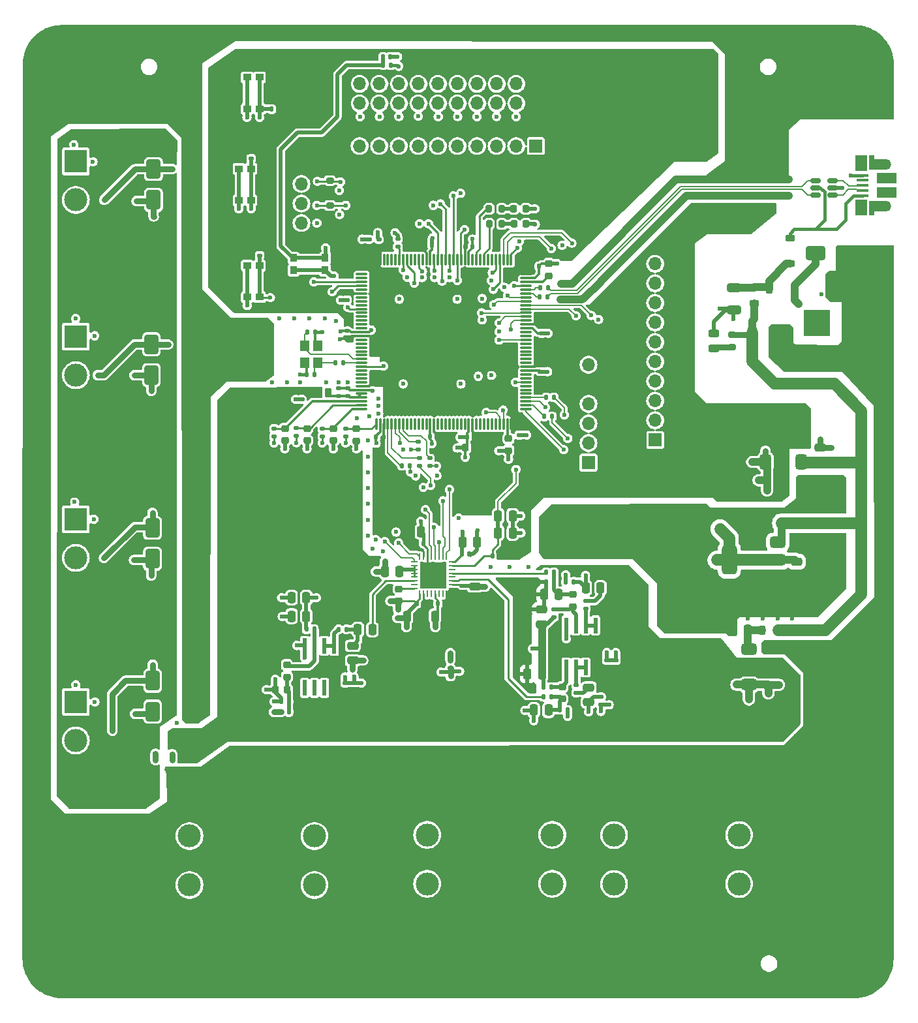
<source format=gbr>
%TF.GenerationSoftware,KiCad,Pcbnew,8.0.5*%
%TF.CreationDate,2024-11-23T22:59:16+07:00*%
%TF.ProjectId,Audio Processor V4,41756469-6f20-4507-926f-636573736f72,rev?*%
%TF.SameCoordinates,Original*%
%TF.FileFunction,Copper,L1,Top*%
%TF.FilePolarity,Positive*%
%FSLAX46Y46*%
G04 Gerber Fmt 4.6, Leading zero omitted, Abs format (unit mm)*
G04 Created by KiCad (PCBNEW 8.0.5) date 2024-11-23 22:59:16*
%MOMM*%
%LPD*%
G01*
G04 APERTURE LIST*
G04 Aperture macros list*
%AMRoundRect*
0 Rectangle with rounded corners*
0 $1 Rounding radius*
0 $2 $3 $4 $5 $6 $7 $8 $9 X,Y pos of 4 corners*
0 Add a 4 corners polygon primitive as box body*
4,1,4,$2,$3,$4,$5,$6,$7,$8,$9,$2,$3,0*
0 Add four circle primitives for the rounded corners*
1,1,$1+$1,$2,$3*
1,1,$1+$1,$4,$5*
1,1,$1+$1,$6,$7*
1,1,$1+$1,$8,$9*
0 Add four rect primitives between the rounded corners*
20,1,$1+$1,$2,$3,$4,$5,0*
20,1,$1+$1,$4,$5,$6,$7,0*
20,1,$1+$1,$6,$7,$8,$9,0*
20,1,$1+$1,$8,$9,$2,$3,0*%
G04 Aperture macros list end*
%TA.AperFunction,ComponentPad*%
%ADD10R,1.700000X1.700000*%
%TD*%
%TA.AperFunction,ComponentPad*%
%ADD11O,1.700000X1.700000*%
%TD*%
%TA.AperFunction,SMDPad,CuDef*%
%ADD12RoundRect,0.225000X-0.250000X0.225000X-0.250000X-0.225000X0.250000X-0.225000X0.250000X0.225000X0*%
%TD*%
%TA.AperFunction,SMDPad,CuDef*%
%ADD13RoundRect,0.135000X-0.185000X0.135000X-0.185000X-0.135000X0.185000X-0.135000X0.185000X0.135000X0*%
%TD*%
%TA.AperFunction,SMDPad,CuDef*%
%ADD14R,0.600000X2.000000*%
%TD*%
%TA.AperFunction,SMDPad,CuDef*%
%ADD15RoundRect,0.140000X0.170000X-0.140000X0.170000X0.140000X-0.170000X0.140000X-0.170000X-0.140000X0*%
%TD*%
%TA.AperFunction,SMDPad,CuDef*%
%ADD16RoundRect,0.135000X-0.135000X-0.185000X0.135000X-0.185000X0.135000X0.185000X-0.135000X0.185000X0*%
%TD*%
%TA.AperFunction,SMDPad,CuDef*%
%ADD17RoundRect,0.250000X0.250000X0.475000X-0.250000X0.475000X-0.250000X-0.475000X0.250000X-0.475000X0*%
%TD*%
%TA.AperFunction,SMDPad,CuDef*%
%ADD18RoundRect,0.135000X0.185000X-0.135000X0.185000X0.135000X-0.185000X0.135000X-0.185000X-0.135000X0*%
%TD*%
%TA.AperFunction,SMDPad,CuDef*%
%ADD19RoundRect,0.250000X0.475000X-0.250000X0.475000X0.250000X-0.475000X0.250000X-0.475000X-0.250000X0*%
%TD*%
%TA.AperFunction,SMDPad,CuDef*%
%ADD20RoundRect,0.200000X0.200000X0.275000X-0.200000X0.275000X-0.200000X-0.275000X0.200000X-0.275000X0*%
%TD*%
%TA.AperFunction,SMDPad,CuDef*%
%ADD21RoundRect,0.250000X-0.250000X-0.475000X0.250000X-0.475000X0.250000X0.475000X-0.250000X0.475000X0*%
%TD*%
%TA.AperFunction,SMDPad,CuDef*%
%ADD22RoundRect,0.140000X-0.140000X-0.170000X0.140000X-0.170000X0.140000X0.170000X-0.140000X0.170000X0*%
%TD*%
%TA.AperFunction,ComponentPad*%
%ADD23C,0.900000*%
%TD*%
%TA.AperFunction,ComponentPad*%
%ADD24C,8.600000*%
%TD*%
%TA.AperFunction,ComponentPad*%
%ADD25R,3.000000X3.000000*%
%TD*%
%TA.AperFunction,ComponentPad*%
%ADD26C,3.000000*%
%TD*%
%TA.AperFunction,SMDPad,CuDef*%
%ADD27RoundRect,0.140000X0.140000X0.170000X-0.140000X0.170000X-0.140000X-0.170000X0.140000X-0.170000X0*%
%TD*%
%TA.AperFunction,SMDPad,CuDef*%
%ADD28RoundRect,0.218750X-0.381250X0.218750X-0.381250X-0.218750X0.381250X-0.218750X0.381250X0.218750X0*%
%TD*%
%TA.AperFunction,SMDPad,CuDef*%
%ADD29R,1.200000X1.400000*%
%TD*%
%TA.AperFunction,SMDPad,CuDef*%
%ADD30R,1.000000X0.900000*%
%TD*%
%TA.AperFunction,SMDPad,CuDef*%
%ADD31RoundRect,0.225000X0.250000X-0.225000X0.250000X0.225000X-0.250000X0.225000X-0.250000X-0.225000X0*%
%TD*%
%TA.AperFunction,SMDPad,CuDef*%
%ADD32RoundRect,0.218750X0.218750X0.256250X-0.218750X0.256250X-0.218750X-0.256250X0.218750X-0.256250X0*%
%TD*%
%TA.AperFunction,SMDPad,CuDef*%
%ADD33RoundRect,0.140000X-0.170000X0.140000X-0.170000X-0.140000X0.170000X-0.140000X0.170000X0.140000X0*%
%TD*%
%TA.AperFunction,SMDPad,CuDef*%
%ADD34RoundRect,0.135000X0.135000X0.185000X-0.135000X0.185000X-0.135000X-0.185000X0.135000X-0.185000X0*%
%TD*%
%TA.AperFunction,SMDPad,CuDef*%
%ADD35RoundRect,0.243750X-0.456250X0.243750X-0.456250X-0.243750X0.456250X-0.243750X0.456250X0.243750X0*%
%TD*%
%TA.AperFunction,SMDPad,CuDef*%
%ADD36RoundRect,0.200000X0.275000X-0.200000X0.275000X0.200000X-0.275000X0.200000X-0.275000X-0.200000X0*%
%TD*%
%TA.AperFunction,SMDPad,CuDef*%
%ADD37RoundRect,0.218750X0.218750X0.381250X-0.218750X0.381250X-0.218750X-0.381250X0.218750X-0.381250X0*%
%TD*%
%TA.AperFunction,SMDPad,CuDef*%
%ADD38RoundRect,0.250000X-0.475000X0.250000X-0.475000X-0.250000X0.475000X-0.250000X0.475000X0.250000X0*%
%TD*%
%TA.AperFunction,SMDPad,CuDef*%
%ADD39RoundRect,0.250000X-0.650000X1.000000X-0.650000X-1.000000X0.650000X-1.000000X0.650000X1.000000X0*%
%TD*%
%TA.AperFunction,SMDPad,CuDef*%
%ADD40RoundRect,0.375000X0.625000X0.375000X-0.625000X0.375000X-0.625000X-0.375000X0.625000X-0.375000X0*%
%TD*%
%TA.AperFunction,SMDPad,CuDef*%
%ADD41RoundRect,0.500000X0.500000X1.400000X-0.500000X1.400000X-0.500000X-1.400000X0.500000X-1.400000X0*%
%TD*%
%TA.AperFunction,SMDPad,CuDef*%
%ADD42RoundRect,0.250000X-1.000000X-0.650000X1.000000X-0.650000X1.000000X0.650000X-1.000000X0.650000X0*%
%TD*%
%TA.AperFunction,SMDPad,CuDef*%
%ADD43RoundRect,0.375000X0.375000X-0.625000X0.375000X0.625000X-0.375000X0.625000X-0.375000X-0.625000X0*%
%TD*%
%TA.AperFunction,SMDPad,CuDef*%
%ADD44RoundRect,0.500000X1.400000X-0.500000X1.400000X0.500000X-1.400000X0.500000X-1.400000X-0.500000X0*%
%TD*%
%TA.AperFunction,SMDPad,CuDef*%
%ADD45RoundRect,0.062500X-0.062500X0.337500X-0.062500X-0.337500X0.062500X-0.337500X0.062500X0.337500X0*%
%TD*%
%TA.AperFunction,SMDPad,CuDef*%
%ADD46RoundRect,0.062500X-0.337500X0.062500X-0.337500X-0.062500X0.337500X-0.062500X0.337500X0.062500X0*%
%TD*%
%TA.AperFunction,HeatsinkPad*%
%ADD47C,0.600000*%
%TD*%
%TA.AperFunction,HeatsinkPad*%
%ADD48R,3.500000X3.500000*%
%TD*%
%TA.AperFunction,SMDPad,CuDef*%
%ADD49RoundRect,0.225000X-0.225000X-0.375000X0.225000X-0.375000X0.225000X0.375000X-0.225000X0.375000X0*%
%TD*%
%TA.AperFunction,SMDPad,CuDef*%
%ADD50RoundRect,0.150000X0.512500X0.150000X-0.512500X0.150000X-0.512500X-0.150000X0.512500X-0.150000X0*%
%TD*%
%TA.AperFunction,SMDPad,CuDef*%
%ADD51RoundRect,0.218750X-0.218750X-0.381250X0.218750X-0.381250X0.218750X0.381250X-0.218750X0.381250X0*%
%TD*%
%TA.AperFunction,SMDPad,CuDef*%
%ADD52RoundRect,0.250000X-0.650000X0.325000X-0.650000X-0.325000X0.650000X-0.325000X0.650000X0.325000X0*%
%TD*%
%TA.AperFunction,SMDPad,CuDef*%
%ADD53RoundRect,0.225000X0.375000X-0.225000X0.375000X0.225000X-0.375000X0.225000X-0.375000X-0.225000X0*%
%TD*%
%TA.AperFunction,ComponentPad*%
%ADD54R,3.500000X3.500000*%
%TD*%
%TA.AperFunction,ComponentPad*%
%ADD55RoundRect,0.750000X0.750000X1.000000X-0.750000X1.000000X-0.750000X-1.000000X0.750000X-1.000000X0*%
%TD*%
%TA.AperFunction,ComponentPad*%
%ADD56RoundRect,0.875000X0.875000X0.875000X-0.875000X0.875000X-0.875000X-0.875000X0.875000X-0.875000X0*%
%TD*%
%TA.AperFunction,SMDPad,CuDef*%
%ADD57RoundRect,0.225000X0.225000X0.250000X-0.225000X0.250000X-0.225000X-0.250000X0.225000X-0.250000X0*%
%TD*%
%TA.AperFunction,SMDPad,CuDef*%
%ADD58RoundRect,0.250000X-0.325000X-0.650000X0.325000X-0.650000X0.325000X0.650000X-0.325000X0.650000X0*%
%TD*%
%TA.AperFunction,SMDPad,CuDef*%
%ADD59R,0.900000X1.000000*%
%TD*%
%TA.AperFunction,SMDPad,CuDef*%
%ADD60RoundRect,0.075000X-0.662500X-0.075000X0.662500X-0.075000X0.662500X0.075000X-0.662500X0.075000X0*%
%TD*%
%TA.AperFunction,SMDPad,CuDef*%
%ADD61RoundRect,0.075000X-0.075000X-0.662500X0.075000X-0.662500X0.075000X0.662500X-0.075000X0.662500X0*%
%TD*%
%TA.AperFunction,SMDPad,CuDef*%
%ADD62R,1.650000X0.400000*%
%TD*%
%TA.AperFunction,SMDPad,CuDef*%
%ADD63R,0.700000X1.825000*%
%TD*%
%TA.AperFunction,SMDPad,CuDef*%
%ADD64R,1.500000X2.000000*%
%TD*%
%TA.AperFunction,SMDPad,CuDef*%
%ADD65R,2.000000X1.350000*%
%TD*%
%TA.AperFunction,ComponentPad*%
%ADD66O,1.700000X1.350000*%
%TD*%
%TA.AperFunction,ComponentPad*%
%ADD67O,1.500000X1.100000*%
%TD*%
%TA.AperFunction,SMDPad,CuDef*%
%ADD68R,2.500000X1.430000*%
%TD*%
%TA.AperFunction,ViaPad*%
%ADD69C,0.600000*%
%TD*%
%TA.AperFunction,Conductor*%
%ADD70C,0.750000*%
%TD*%
%TA.AperFunction,Conductor*%
%ADD71C,0.500000*%
%TD*%
%TA.AperFunction,Conductor*%
%ADD72C,0.250000*%
%TD*%
%TA.AperFunction,Conductor*%
%ADD73C,0.300000*%
%TD*%
%TA.AperFunction,Conductor*%
%ADD74C,1.000000*%
%TD*%
%TA.AperFunction,Conductor*%
%ADD75C,0.400000*%
%TD*%
%TA.AperFunction,Conductor*%
%ADD76C,2.000000*%
%TD*%
%TA.AperFunction,Conductor*%
%ADD77C,0.150000*%
%TD*%
%TA.AperFunction,Conductor*%
%ADD78C,1.500000*%
%TD*%
%TA.AperFunction,Conductor*%
%ADD79C,0.156500*%
%TD*%
%TA.AperFunction,Conductor*%
%ADD80C,0.155400*%
%TD*%
%TA.AperFunction,Conductor*%
%ADD81C,0.130000*%
%TD*%
G04 APERTURE END LIST*
D10*
%TO.P,J2,1,Pin_1*%
%TO.N,SPI2_CS*%
X122029581Y-121430000D03*
D11*
%TO.P,J2,2,Pin_2*%
%TO.N,SPI2_SCK*%
X122029581Y-118890000D03*
%TO.P,J2,3,Pin_3*%
%TO.N,SPI2_MOSI*%
X122029581Y-116350000D03*
%TO.P,J2,4,Pin_4*%
%TO.N,SPI2_MISO*%
X122029581Y-113810000D03*
%TO.P,J2,5,Pin_5*%
%TO.N,+3.3V*%
X122029581Y-111270000D03*
%TO.P,J2,6,Pin_6*%
%TO.N,GND*%
X122029581Y-108730000D03*
%TD*%
D12*
%TO.P,C3,1*%
%TO.N,Net-(C3-Pad1)*%
X111649581Y-118320000D03*
%TO.P,C3,2*%
%TO.N,GND*%
X111649581Y-119870000D03*
%TD*%
D13*
%TO.P,R27,1*%
%TO.N,ADC1_INP17*%
X84134581Y-116980000D03*
%TO.P,R27,2*%
%TO.N,Net-(D7-K)*%
X84134581Y-118000000D03*
%TD*%
D14*
%TO.P,U12,1*%
%TO.N,Net-(U12A--)*%
X122939581Y-142555000D03*
%TO.P,U12,2,-*%
X121669581Y-142555000D03*
%TO.P,U12,3,+*%
%TO.N,Net-(U12A-+)*%
X120399581Y-142555000D03*
%TO.P,U12,4,V-*%
%TO.N,GND*%
X119129581Y-142555000D03*
%TO.P,U12,5,+*%
%TO.N,Net-(U12B-+)*%
X119129581Y-148005000D03*
%TO.P,U12,6,-*%
%TO.N,Net-(U12B--)*%
X120399581Y-148005000D03*
%TO.P,U12,7*%
X121669581Y-148005000D03*
%TO.P,U12,8,V+*%
%TO.N,+3.3VA*%
X122939581Y-148005000D03*
%TD*%
D15*
%TO.P,C54,1*%
%TO.N,3.3VA MCU*%
X90829581Y-112775000D03*
%TO.P,C54,2*%
%TO.N,GND*%
X90829581Y-111815000D03*
%TD*%
D16*
%TO.P,R25,1*%
%TO.N,Net-(U1-PB15)*%
X116544581Y-112970000D03*
%TO.P,R25,2*%
%TO.N,SPI2_MOSI*%
X117564581Y-112970000D03*
%TD*%
D17*
%TO.P,C29,1*%
%TO.N,+3.3VA*%
X104019581Y-141370000D03*
%TO.P,C29,2*%
%TO.N,GND*%
X102119581Y-141370000D03*
%TD*%
D12*
%TO.P,C68,1*%
%TO.N,Net-(U12B-+)*%
X118629581Y-150555000D03*
%TO.P,C68,2*%
%TO.N,Net-(C67-Pad1)*%
X118629581Y-152105000D03*
%TD*%
D18*
%TO.P,R1,1*%
%TO.N,Net-(U1-BOOT0)*%
X97289581Y-93440000D03*
%TO.P,R1,2*%
%TO.N,GND*%
X97289581Y-92420000D03*
%TD*%
D19*
%TO.P,C70,1*%
%TO.N,AUDIO_OUT_L*%
X122059581Y-152530000D03*
%TO.P,C70,2*%
%TO.N,Net-(C70-Pad2)*%
X122059581Y-150630000D03*
%TD*%
D20*
%TO.P,R2,1*%
%TO.N,Net-(D10-A)*%
X110779581Y-90470000D03*
%TO.P,R2,2*%
%TO.N,Net-(U1-PD2)*%
X109129581Y-90470000D03*
%TD*%
D21*
%TO.P,C35,1*%
%TO.N,+3.3V*%
X98379581Y-130395000D03*
%TO.P,C35,2*%
%TO.N,GND*%
X100279581Y-130395000D03*
%TD*%
D17*
%TO.P,C64,1*%
%TO.N,VBIAS_IN*%
X85404581Y-141370000D03*
%TO.P,C64,2*%
%TO.N,GND*%
X83504581Y-141370000D03*
%TD*%
D22*
%TO.P,C52,1*%
%TO.N,NRST*%
X95354581Y-68745000D03*
%TO.P,C52,2*%
%TO.N,GND*%
X96314581Y-68745000D03*
%TD*%
D23*
%TO.P,H2,1,1*%
%TO.N,GND*%
X152779581Y-70095000D03*
X153724162Y-67814581D03*
X153724162Y-72375419D03*
X156004581Y-66870000D03*
D24*
X156004581Y-70095000D03*
D23*
X156004581Y-73320000D03*
X158285000Y-67814581D03*
X158285000Y-72375419D03*
X159229581Y-70095000D03*
%TD*%
D16*
%TO.P,R15,1*%
%TO.N,Net-(U1-PA11)*%
X115709581Y-99895000D03*
%TO.P,R15,2*%
%TO.N,USB_DN*%
X116729581Y-99895000D03*
%TD*%
D25*
%TO.P,RV3,1,1*%
%TO.N,GND*%
X55504581Y-128795000D03*
D26*
%TO.P,RV3,2,2*%
%TO.N,Net-(D8-K)*%
X55504581Y-133795000D03*
%TO.P,RV3,3,3*%
%TO.N,3.3VA POT*%
X55504581Y-138795000D03*
%TD*%
D27*
%TO.P,C37,1*%
%TO.N,Net-(C37-Pad1)*%
X86434581Y-110032500D03*
%TO.P,C37,2*%
%TO.N,GND*%
X85474581Y-110032500D03*
%TD*%
D15*
%TO.P,C71,1*%
%TO.N,+3.3VA*%
X91654581Y-150970000D03*
%TO.P,C71,2*%
%TO.N,GND*%
X91654581Y-150010000D03*
%TD*%
D28*
%TO.P,FB2,1*%
%TO.N,Net-(D1-K)*%
X143579581Y-98670000D03*
%TO.P,FB2,2*%
%TO.N,VCC_FILT*%
X143579581Y-100795000D03*
%TD*%
D23*
%TO.P,H1,1,1*%
%TO.N,GND*%
X51129562Y-185515000D03*
X52074143Y-183234581D03*
X52074143Y-187795419D03*
X54354562Y-182290000D03*
D24*
X54354562Y-185515000D03*
D23*
X54354562Y-188740000D03*
X56634981Y-183234581D03*
X56634981Y-187795419D03*
X57579562Y-185515000D03*
%TD*%
D13*
%TO.P,R7,1*%
%TO.N,Net-(U1-PC4)*%
X101429581Y-120860000D03*
%TO.P,R7,2*%
%TO.N,I2S1_MCLK*%
X101429581Y-121880000D03*
%TD*%
D29*
%TO.P,HSE1,1,1*%
%TO.N,HSE__IN*%
X85204581Y-106295000D03*
%TO.P,HSE1,2,2*%
%TO.N,GND*%
X85204581Y-108495000D03*
%TO.P,HSE1,3,3*%
%TO.N,Net-(C37-Pad1)*%
X86904581Y-108495000D03*
%TO.P,HSE1,4,4*%
%TO.N,GND*%
X86904581Y-106295000D03*
%TD*%
D16*
%TO.P,R16,1*%
%TO.N,Net-(U1-PA12)*%
X115739581Y-98767500D03*
%TO.P,R16,2*%
%TO.N,USB_DP*%
X116759581Y-98767500D03*
%TD*%
D30*
%TO.P,SW2,1,1*%
%TO.N,PUSH_BTN_1*%
X79339581Y-71430000D03*
X79339581Y-75530000D03*
%TO.P,SW2,2,2*%
%TO.N,GND*%
X77739581Y-71430000D03*
X77739581Y-75530000D03*
%TD*%
D16*
%TO.P,R33,1*%
%TO.N,CODEC_OUT_R(+)*%
X116539581Y-135655000D03*
%TO.P,R33,2*%
%TO.N,Net-(C65-Pad1)*%
X117559581Y-135655000D03*
%TD*%
D17*
%TO.P,C31,1*%
%TO.N,+3.3VA*%
X100399581Y-141370000D03*
%TO.P,C31,2*%
%TO.N,GND*%
X98499581Y-141370000D03*
%TD*%
D31*
%TO.P,C66,1*%
%TO.N,Net-(U12A-+)*%
X119979581Y-140105000D03*
%TO.P,C66,2*%
%TO.N,Net-(C65-Pad1)*%
X119979581Y-138555000D03*
%TD*%
D18*
%TO.P,R31,1*%
%TO.N,+3.3VA*%
X104129581Y-150175000D03*
%TO.P,R31,2*%
%TO.N,VBIAS_IN*%
X104129581Y-149155000D03*
%TD*%
D13*
%TO.P,R26,1*%
%TO.N,ADC1_INP16*%
X81229581Y-117010000D03*
%TO.P,R26,2*%
%TO.N,Net-(D6-K)*%
X81229581Y-118030000D03*
%TD*%
D22*
%TO.P,C23,1*%
%TO.N,+3.3V*%
X100774581Y-93270000D03*
%TO.P,C23,2*%
%TO.N,GND*%
X101734581Y-93270000D03*
%TD*%
D32*
%TO.P,D3,1,K*%
%TO.N,GND*%
X113904581Y-88495000D03*
%TO.P,D3,2,A*%
%TO.N,Net-(D3-A)*%
X112329581Y-88495000D03*
%TD*%
D33*
%TO.P,C56,1*%
%TO.N,+3.3VA*%
X67979581Y-158290000D03*
%TO.P,C56,2*%
%TO.N,GND*%
X67979581Y-159250000D03*
%TD*%
D21*
%TO.P,C73,1*%
%TO.N,CODEC_NRST*%
X110304581Y-130545000D03*
%TO.P,C73,2*%
%TO.N,GND*%
X112204581Y-130545000D03*
%TD*%
D16*
%TO.P,R18,1*%
%TO.N,NRST*%
X95339581Y-69845000D03*
%TO.P,R18,2*%
%TO.N,Net-(STLINK-CON1-Pin_15)*%
X96359581Y-69845000D03*
%TD*%
D17*
%TO.P,C65,1*%
%TO.N,Net-(C65-Pad1)*%
X118159581Y-138555000D03*
%TO.P,C65,2*%
%TO.N,GND*%
X116259581Y-138555000D03*
%TD*%
D12*
%TO.P,C59,1*%
%TO.N,ADC1_INP15*%
X91929581Y-117045000D03*
%TO.P,C59,2*%
%TO.N,GND*%
X91929581Y-118595000D03*
%TD*%
D34*
%TO.P,R21,1*%
%TO.N,Net-(C41-Pad2)*%
X83154581Y-152445000D03*
%TO.P,R21,2*%
%TO.N,GND*%
X82134581Y-152445000D03*
%TD*%
D18*
%TO.P,R32,1*%
%TO.N,VBIAS_IN*%
X104109581Y-148075000D03*
%TO.P,R32,2*%
%TO.N,GND*%
X104109581Y-147055000D03*
%TD*%
D16*
%TO.P,R22,1*%
%TO.N,VBIAS_IN*%
X85419581Y-143045000D03*
%TO.P,R22,2*%
%TO.N,Net-(U9A-+)*%
X86439581Y-143045000D03*
%TD*%
D27*
%TO.P,C6,1*%
%TO.N,+3.3V*%
X95434581Y-118095000D03*
%TO.P,C6,2*%
%TO.N,GND*%
X94474581Y-118095000D03*
%TD*%
D18*
%TO.P,R47,1*%
%TO.N,PUSH_BTN_3*%
X79359581Y-94550000D03*
%TO.P,R47,2*%
%TO.N,+3.3V*%
X79359581Y-93530000D03*
%TD*%
D35*
%TO.P,D12,1,K*%
%TO.N,GND*%
X138304581Y-104707500D03*
%TO.P,D12,2,A*%
%TO.N,Net-(D12-A)*%
X138304581Y-106582500D03*
%TD*%
D13*
%TO.P,R29,1*%
%TO.N,ADC1_INP15*%
X90514581Y-117025000D03*
%TO.P,R29,2*%
%TO.N,Net-(D9-K)*%
X90514581Y-118045000D03*
%TD*%
D15*
%TO.P,C76,1*%
%TO.N,+3.3VA*%
X125604581Y-148050000D03*
%TO.P,C76,2*%
%TO.N,GND*%
X125604581Y-147090000D03*
%TD*%
D22*
%TO.P,C36,1*%
%TO.N,+3.3V*%
X99649581Y-131920000D03*
%TO.P,C36,2*%
%TO.N,GND*%
X100609581Y-131920000D03*
%TD*%
D36*
%TO.P,R44,1*%
%TO.N,Net-(D12-A)*%
X140629581Y-106482500D03*
%TO.P,R44,2*%
%TO.N,VCC_FILT*%
X140629581Y-104832500D03*
%TD*%
D16*
%TO.P,R38,1*%
%TO.N,VBIAS_IN*%
X116169581Y-150555000D03*
%TO.P,R38,2*%
%TO.N,Net-(U12B-+)*%
X117189581Y-150555000D03*
%TD*%
D12*
%TO.P,C60,1*%
%TO.N,Net-(U5-MIC2_R{slash}LINE2_R)*%
X97419581Y-137825000D03*
%TO.P,C60,2*%
%TO.N,GND*%
X97419581Y-139375000D03*
%TD*%
D17*
%TO.P,C79,1*%
%TO.N,VBIAS_IN*%
X116009581Y-148855000D03*
%TO.P,C79,2*%
%TO.N,GND*%
X114109581Y-148855000D03*
%TD*%
D23*
%TO.P,H3,1,1*%
%TO.N,GND*%
X152774143Y-185745419D03*
X153718724Y-183465000D03*
X153718724Y-188025838D03*
X155999143Y-182520419D03*
D24*
X155999143Y-185745419D03*
D23*
X155999143Y-188970419D03*
X158279562Y-183465000D03*
X158279562Y-188025838D03*
X159224143Y-185745419D03*
%TD*%
D37*
%TO.P,FB1,1*%
%TO.N,3.3VA MCU*%
X88217081Y-112370000D03*
%TO.P,FB1,2*%
%TO.N,+3.3VA*%
X86092081Y-112370000D03*
%TD*%
D26*
%TO.P,IN_JACK1,R*%
%TO.N,AUDIO_IN*%
X86479581Y-176245000D03*
%TO.P,IN_JACK1,RN*%
X70249581Y-176245000D03*
%TO.P,IN_JACK1,S*%
%TO.N,GND*%
X86479581Y-182595000D03*
%TO.P,IN_JACK1,SN*%
X70249581Y-182595000D03*
%TO.P,IN_JACK1,T*%
%TO.N,AUDIO_IN*%
X86479581Y-169895000D03*
%TO.P,IN_JACK1,TN*%
X70249581Y-169895000D03*
%TD*%
%TO.P,OUT_JACK_R1,R*%
%TO.N,AUDIO_OUT_R*%
X141579581Y-176120000D03*
%TO.P,OUT_JACK_R1,RN*%
X125349581Y-176120000D03*
%TO.P,OUT_JACK_R1,S*%
%TO.N,GND*%
X141579581Y-182470000D03*
%TO.P,OUT_JACK_R1,SN*%
X125349581Y-182470000D03*
%TO.P,OUT_JACK_R1,T*%
%TO.N,AUDIO_OUT_R*%
X141579581Y-169770000D03*
%TO.P,OUT_JACK_R1,TN*%
X125349581Y-169770000D03*
%TD*%
D22*
%TO.P,C13,1*%
%TO.N,+3.3V*%
X105999581Y-93395000D03*
%TO.P,C13,2*%
%TO.N,GND*%
X106959581Y-93395000D03*
%TD*%
D17*
%TO.P,C21,1*%
%TO.N,+3.3V*%
X147109581Y-123720000D03*
%TO.P,C21,2*%
%TO.N,GND*%
X145209581Y-123720000D03*
%TD*%
D38*
%TO.P,C26,1*%
%TO.N,+3.3VA*%
X145379581Y-148370000D03*
%TO.P,C26,2*%
%TO.N,GND*%
X145379581Y-150270000D03*
%TD*%
D15*
%TO.P,C80,1*%
%TO.N,+3.3V*%
X93554581Y-93420000D03*
%TO.P,C80,2*%
%TO.N,GND*%
X93554581Y-92460000D03*
%TD*%
%TO.P,C75,1*%
%TO.N,+3.3VA*%
X90447081Y-150995000D03*
%TO.P,C75,2*%
%TO.N,GND*%
X90447081Y-150035000D03*
%TD*%
D39*
%TO.P,D8,1,K*%
%TO.N,Net-(D8-K)*%
X65440831Y-129905000D03*
%TO.P,D8,2,A*%
%TO.N,GND*%
X65440831Y-133905000D03*
%TD*%
D40*
%TO.P,U2,1,GND*%
%TO.N,GND*%
X146599581Y-136382500D03*
%TO.P,U2,2,VO*%
%TO.N,+1V8*%
X146599581Y-134082500D03*
D41*
X140299581Y-134082500D03*
D40*
%TO.P,U2,3,VI*%
%TO.N,VCC_FILT*%
X146599581Y-131782500D03*
%TD*%
D18*
%TO.P,R45,1*%
%TO.N,PUSH_BTN_2*%
X78274581Y-81955000D03*
%TO.P,R45,2*%
%TO.N,+3.3V*%
X78274581Y-80935000D03*
%TD*%
D40*
%TO.P,U7,1,GND*%
%TO.N,GND*%
X142854581Y-150245000D03*
%TO.P,U7,2,VO*%
%TO.N,+3.3VA*%
X142854581Y-147945000D03*
D41*
X136554581Y-147945000D03*
D40*
%TO.P,U7,3,VI*%
%TO.N,Net-(U7-VI)*%
X142854581Y-145645000D03*
%TD*%
D25*
%TO.P,RV2,1,1*%
%TO.N,GND*%
X55504581Y-105095000D03*
D26*
%TO.P,RV2,2,2*%
%TO.N,Net-(D7-K)*%
X55504581Y-110095000D03*
%TO.P,RV2,3,3*%
%TO.N,3.3VA POT*%
X55504581Y-115095000D03*
%TD*%
D18*
%TO.P,R35,1*%
%TO.N,VBIAS_IN*%
X117534581Y-141490000D03*
%TO.P,R35,2*%
%TO.N,Net-(U12A-+)*%
X117534581Y-140470000D03*
%TD*%
D16*
%TO.P,R36,1*%
%TO.N,CODEC_OUT_L(+)*%
X116174581Y-151830000D03*
%TO.P,R36,2*%
%TO.N,Net-(C67-Pad1)*%
X117194581Y-151830000D03*
%TD*%
D19*
%TO.P,C78,1*%
%TO.N,VBIAS_IN*%
X115909581Y-142405000D03*
%TO.P,C78,2*%
%TO.N,GND*%
X115909581Y-140505000D03*
%TD*%
%TO.P,C27,1*%
%TO.N,+3.3VA*%
X107279581Y-139420000D03*
%TO.P,C27,2*%
%TO.N,GND*%
X107279581Y-137520000D03*
%TD*%
D15*
%TO.P,C72,1*%
%TO.N,+3.3VA*%
X124404581Y-148060000D03*
%TO.P,C72,2*%
%TO.N,GND*%
X124404581Y-147100000D03*
%TD*%
D27*
%TO.P,C32,1*%
%TO.N,+3.3VA*%
X100689581Y-139740000D03*
%TO.P,C32,2*%
%TO.N,GND*%
X99729581Y-139740000D03*
%TD*%
D22*
%TO.P,C12,1*%
%TO.N,+3.3V*%
X114629581Y-95950000D03*
%TO.P,C12,2*%
%TO.N,GND*%
X115589581Y-95950000D03*
%TD*%
D33*
%TO.P,C39,1*%
%TO.N,+3.3VA*%
X84829581Y-112265000D03*
%TO.P,C39,2*%
%TO.N,GND*%
X84829581Y-113225000D03*
%TD*%
D22*
%TO.P,C34,1*%
%TO.N,+1V8*%
X105599581Y-133295000D03*
%TO.P,C34,2*%
%TO.N,GND*%
X106559581Y-133295000D03*
%TD*%
D17*
%TO.P,C18,1*%
%TO.N,VCC_FILT*%
X147089581Y-129302500D03*
%TO.P,C18,2*%
%TO.N,GND*%
X145189581Y-129302500D03*
%TD*%
D42*
%TO.P,D4,1,A1*%
%TO.N,VIN*%
X151479581Y-94270000D03*
%TO.P,D4,2,A2*%
%TO.N,GND*%
X155479581Y-94270000D03*
%TD*%
D27*
%TO.P,C8,1*%
%TO.N,+3.3V*%
X107259581Y-118135000D03*
%TO.P,C8,2*%
%TO.N,GND*%
X106299581Y-118135000D03*
%TD*%
D43*
%TO.P,U3,1,GND*%
%TO.N,GND*%
X145004581Y-121345000D03*
%TO.P,U3,2,VO*%
%TO.N,+3.3V*%
X147304581Y-121345000D03*
D44*
X147304581Y-115045000D03*
D43*
%TO.P,U3,3,VI*%
%TO.N,VCC_FILT*%
X149604581Y-121345000D03*
%TD*%
D45*
%TO.P,U5,1,MCLK*%
%TO.N,I2S1_MCLK*%
X103619581Y-133585000D03*
%TO.P,U5,2,BCLK*%
%TO.N,I2S1_BCLK*%
X103119581Y-133585000D03*
%TO.P,U5,3,WCLK*%
%TO.N,I2S1_WCLK*%
X102619581Y-133585000D03*
%TO.P,U5,4,DIN*%
%TO.N,I2S1_SDO*%
X102119581Y-133585000D03*
%TO.P,U5,5,DOUT*%
%TO.N,Net-(U5-DOUT)*%
X101619581Y-133585000D03*
%TO.P,U5,6,DVSS*%
%TO.N,GND*%
X101119581Y-133585000D03*
%TO.P,U5,7,IOVDD*%
%TO.N,+3.3V*%
X100619581Y-133585000D03*
%TO.P,U5,8,SCL*%
%TO.N,2WIRE2_SCL*%
X100119581Y-133585000D03*
D46*
%TO.P,U5,9,SDA*%
%TO.N,2WIRE2_SDA*%
X99419581Y-134285000D03*
%TO.P,U5,10,MIC1_LP/LINE1_LP*%
%TO.N,Net-(U5-MIC1_LM{slash}LINE1_LM)*%
X99419581Y-134785000D03*
%TO.P,U5,11,MIC1_LM/LINE1_LM*%
X99419581Y-135285000D03*
%TO.P,U5,12,MIC1_RP/LINE1_RP*%
X99419581Y-135785000D03*
%TO.P,U5,13,MIC1_RM/LINE1_RM*%
X99419581Y-136285000D03*
%TO.P,U5,14,MIC2_L/LINE2_L/MICDET*%
%TO.N,CODEC_IN*%
X99419581Y-136785000D03*
%TO.P,U5,15,MICBIAS*%
%TO.N,unconnected-(U5-MICBIAS-Pad15)*%
X99419581Y-137285000D03*
%TO.P,U5,16,MIC2_R/LINE2_R*%
%TO.N,Net-(U5-MIC2_R{slash}LINE2_R)*%
X99419581Y-137785000D03*
D45*
%TO.P,U5,17,AVSS1*%
%TO.N,GND*%
X100119581Y-138485000D03*
%TO.P,U5,18,DRVDD*%
%TO.N,+3.3VA*%
X100619581Y-138485000D03*
%TO.P,U5,19,HPLOUT*%
%TO.N,unconnected-(U5-HPLOUT-Pad19)*%
X101119581Y-138485000D03*
%TO.P,U5,20,HPLCOM*%
%TO.N,unconnected-(U5-HPLCOM-Pad20)*%
X101619581Y-138485000D03*
%TO.P,U5,21,DRVSS*%
%TO.N,GND*%
X102119581Y-138485000D03*
%TO.P,U5,22,HPRCOM*%
%TO.N,unconnected-(U5-HPRCOM-Pad22)*%
X102619581Y-138485000D03*
%TO.P,U5,23,HPROUT*%
%TO.N,unconnected-(U5-HPROUT-Pad23)*%
X103119581Y-138485000D03*
%TO.P,U5,24,DRVDD*%
%TO.N,+3.3VA*%
X103619581Y-138485000D03*
D46*
%TO.P,U5,25,AVDD*%
X104319581Y-137785000D03*
%TO.P,U5,26,AVSS2*%
%TO.N,GND*%
X104319581Y-137285000D03*
%TO.P,U5,27,LEFT_LOP*%
%TO.N,CODEC_OUT_L(+)*%
X104319581Y-136785000D03*
%TO.P,U5,28,LEFT_LOM*%
%TO.N,unconnected-(U5-LEFT_LOM-Pad28)*%
X104319581Y-136285000D03*
%TO.P,U5,29,RIGHT_LOP*%
%TO.N,CODEC_OUT_R(+)*%
X104319581Y-135785000D03*
%TO.P,U5,30,RIGHT_LOM*%
%TO.N,unconnected-(U5-RIGHT_LOM-Pad30)*%
X104319581Y-135285000D03*
%TO.P,U5,31,RESET*%
%TO.N,CODEC_NRST*%
X104319581Y-134785000D03*
%TO.P,U5,32,DVDD*%
%TO.N,+1V8*%
X104319581Y-134285000D03*
D47*
%TO.P,U5,33,EP*%
%TO.N,GND*%
X103319581Y-134585000D03*
X101869581Y-134585000D03*
X100419581Y-134585000D03*
X103319581Y-136035000D03*
X101869581Y-136035000D03*
D48*
X101869581Y-136035000D03*
D47*
X100419581Y-136035000D03*
X103319581Y-137485000D03*
X101869581Y-137485000D03*
X100419581Y-137485000D03*
%TD*%
D49*
%TO.P,D1,1,K*%
%TO.N,Net-(D1-K)*%
X145454581Y-98882500D03*
%TO.P,D1,2,A*%
%TO.N,VIN*%
X148754581Y-98882500D03*
%TD*%
D27*
%TO.P,C30,1*%
%TO.N,+3.3VA*%
X103459581Y-139750000D03*
%TO.P,C30,2*%
%TO.N,GND*%
X102499581Y-139750000D03*
%TD*%
D18*
%TO.P,R39,1*%
%TO.N,Net-(U12A--)*%
X121659581Y-140415000D03*
%TO.P,R39,2*%
%TO.N,Net-(C69-Pad2)*%
X121659581Y-139395000D03*
%TD*%
D12*
%TO.P,C57,1*%
%TO.N,ADC1_INP17*%
X85519581Y-117005000D03*
%TO.P,C57,2*%
%TO.N,GND*%
X85519581Y-118555000D03*
%TD*%
D13*
%TO.P,R41,1*%
%TO.N,Net-(U12B--)*%
X120429581Y-150285000D03*
%TO.P,R41,2*%
%TO.N,Net-(C70-Pad2)*%
X120429581Y-151305000D03*
%TD*%
D10*
%TO.P,J7,1,Pin_1*%
%TO.N,GPIO_PC11*%
X115184581Y-80345000D03*
D11*
%TO.P,J7,2,Pin_2*%
%TO.N,GPIO_PC12*%
X112644581Y-80345000D03*
%TO.P,J7,3,Pin_3*%
%TO.N,GPIO_PD6*%
X110104581Y-80345000D03*
%TO.P,J7,4,Pin_4*%
%TO.N,GPIO_PD7*%
X107564581Y-80345000D03*
%TO.P,J7,5,Pin_5*%
%TO.N,GPIO_PG9*%
X105024581Y-80345000D03*
%TO.P,J7,6,Pin_6*%
%TO.N,GPIO_PG10*%
X102484581Y-80345000D03*
%TO.P,J7,7,Pin_7*%
%TO.N,GPIO_PG11*%
X99944581Y-80345000D03*
%TO.P,J7,8,Pin_8*%
%TO.N,GPIO_PG12*%
X97404581Y-80345000D03*
%TO.P,J7,9,Pin_9*%
%TO.N,GPIO_PG13*%
X94864581Y-80345000D03*
%TO.P,J7,10,Pin_10*%
%TO.N,GPIO_PG14*%
X92324581Y-80345000D03*
%TD*%
D14*
%TO.P,U9,1*%
%TO.N,Net-(U9A--)*%
X89017081Y-145215000D03*
%TO.P,U9,2,-*%
X87747081Y-145215000D03*
%TO.P,U9,3,+*%
%TO.N,Net-(U9A-+)*%
X86477081Y-145215000D03*
%TO.P,U9,4,V-*%
%TO.N,GND*%
X85207081Y-145215000D03*
%TO.P,U9,5*%
%TO.N,N/C*%
X85207081Y-150665000D03*
%TO.P,U9,6*%
X86477081Y-150665000D03*
%TO.P,U9,7*%
X87747081Y-150665000D03*
%TO.P,U9,8,V+*%
%TO.N,+3.3VA*%
X89017081Y-150665000D03*
%TD*%
D39*
%TO.P,D6,1,K*%
%TO.N,Net-(D6-K)*%
X65594581Y-83345000D03*
%TO.P,D6,2,A*%
%TO.N,GND*%
X65594581Y-87345000D03*
%TD*%
D30*
%TO.P,SW3,1,1*%
%TO.N,PUSH_BTN_2*%
X78254581Y-83295000D03*
X78254581Y-87395000D03*
%TO.P,SW3,2,2*%
%TO.N,GND*%
X76654581Y-83295000D03*
X76654581Y-87395000D03*
%TD*%
D15*
%TO.P,C24,1*%
%TO.N,+3.3V*%
X94829581Y-93420000D03*
%TO.P,C24,2*%
%TO.N,GND*%
X94829581Y-92460000D03*
%TD*%
D50*
%TO.P,U11,1,I/O1*%
%TO.N,USB_CON_DN*%
X153732081Y-86722500D03*
%TO.P,U11,2,GND*%
%TO.N,GND*%
X153732081Y-85772500D03*
%TO.P,U11,3,I/O2*%
%TO.N,USB_CON_DP*%
X153732081Y-84822500D03*
%TO.P,U11,4,I/O2*%
%TO.N,USB_DP*%
X151457081Y-84822500D03*
%TO.P,U11,5,VBUS*%
%TO.N,+5Vusb*%
X151457081Y-85772500D03*
%TO.P,U11,6,I/O1*%
%TO.N,USB_DN*%
X151457081Y-86722500D03*
%TD*%
D13*
%TO.P,R28,1*%
%TO.N,ADC1_INP14*%
X87489581Y-117000000D03*
%TO.P,R28,2*%
%TO.N,Net-(D8-K)*%
X87489581Y-118020000D03*
%TD*%
D32*
%TO.P,D10,1,K*%
%TO.N,GND*%
X113917081Y-90470000D03*
%TO.P,D10,2,A*%
%TO.N,Net-(D10-A)*%
X112342081Y-90470000D03*
%TD*%
D16*
%TO.P,R30,1*%
%TO.N,Net-(U9A--)*%
X89597081Y-143065000D03*
%TO.P,R30,2*%
%TO.N,Net-(C62-Pad1)*%
X90617081Y-143065000D03*
%TD*%
D33*
%TO.P,C9,1*%
%TO.N,+3.3V*%
X113039581Y-116895000D03*
%TO.P,C9,2*%
%TO.N,GND*%
X113039581Y-117855000D03*
%TD*%
D19*
%TO.P,C19,1*%
%TO.N,VCC_FILT*%
X152079581Y-121395000D03*
%TO.P,C19,2*%
%TO.N,GND*%
X152079581Y-119495000D03*
%TD*%
D17*
%TO.P,C77,1*%
%TO.N,VBIAS_IN*%
X85404581Y-138970000D03*
%TO.P,C77,2*%
%TO.N,GND*%
X83504581Y-138970000D03*
%TD*%
D10*
%TO.P,J6,1,Pin_1*%
%TO.N,+3.3V*%
X84779581Y-82720000D03*
D11*
%TO.P,J6,2,Pin_2*%
%TO.N,2WIRE1_SCL*%
X84779581Y-85260000D03*
%TO.P,J6,3,Pin_3*%
%TO.N,2WIRE1_SDA*%
X84779581Y-87800000D03*
%TO.P,J6,4,Pin_4*%
%TO.N,GND*%
X84779581Y-90340000D03*
%TD*%
D39*
%TO.P,D9,1,K*%
%TO.N,Net-(D9-K)*%
X65469581Y-149740000D03*
%TO.P,D9,2,A*%
%TO.N,GND*%
X65469581Y-153740000D03*
%TD*%
D16*
%TO.P,R46,1*%
%TO.N,PUSH_BTN_1*%
X80919581Y-75560000D03*
%TO.P,R46,2*%
%TO.N,+3.3V*%
X81939581Y-75560000D03*
%TD*%
D27*
%TO.P,C7,1*%
%TO.N,+3.3V*%
X102459581Y-118045000D03*
%TO.P,C7,2*%
%TO.N,GND*%
X101499581Y-118045000D03*
%TD*%
D12*
%TO.P,C55,1*%
%TO.N,ADC1_INP16*%
X82644581Y-117030000D03*
%TO.P,C55,2*%
%TO.N,GND*%
X82644581Y-118580000D03*
%TD*%
D37*
%TO.P,FB5,1*%
%TO.N,VCC_FILT*%
X146662081Y-143210000D03*
%TO.P,FB5,2*%
%TO.N,Net-(U7-VI)*%
X144537081Y-143210000D03*
%TD*%
D18*
%TO.P,R42,1*%
%TO.N,GND*%
X123659581Y-152865000D03*
%TO.P,R42,2*%
%TO.N,AUDIO_OUT_L*%
X123659581Y-151845000D03*
%TD*%
D12*
%TO.P,C41,1*%
%TO.N,Net-(U9A-+)*%
X82904581Y-147695000D03*
%TO.P,C41,2*%
%TO.N,Net-(C41-Pad2)*%
X82904581Y-149245000D03*
%TD*%
D25*
%TO.P,RV4,1,1*%
%TO.N,GND*%
X55504581Y-152495000D03*
D26*
%TO.P,RV4,2,2*%
%TO.N,Net-(D9-K)*%
X55504581Y-157495000D03*
%TO.P,RV4,3,3*%
%TO.N,3.3VA POT*%
X55504581Y-162495000D03*
%TD*%
D12*
%TO.P,C58,1*%
%TO.N,ADC1_INP14*%
X88919581Y-117030000D03*
%TO.P,C58,2*%
%TO.N,GND*%
X88919581Y-118580000D03*
%TD*%
D38*
%TO.P,C62,1*%
%TO.N,Net-(C62-Pad1)*%
X91447081Y-145215000D03*
%TO.P,C62,2*%
%TO.N,GND*%
X91447081Y-147115000D03*
%TD*%
D51*
%TO.P,FB3,1*%
%TO.N,3.3VA POT*%
X65867081Y-156820000D03*
%TO.P,FB3,2*%
%TO.N,+3.3VA*%
X67992081Y-156820000D03*
%TD*%
D15*
%TO.P,C4,1*%
%TO.N,+3.3V*%
X90739581Y-105315000D03*
%TO.P,C4,2*%
%TO.N,GND*%
X90739581Y-104355000D03*
%TD*%
D22*
%TO.P,R43,1*%
%TO.N,CODEC_NRST*%
X109549581Y-133570000D03*
%TO.P,R43,2*%
%TO.N,+3.3V*%
X110509581Y-133570000D03*
%TD*%
D33*
%TO.P,C10,1*%
%TO.N,+3.3V*%
X115809581Y-108665000D03*
%TO.P,C10,2*%
%TO.N,GND*%
X115809581Y-109625000D03*
%TD*%
D21*
%TO.P,C33,1*%
%TO.N,+1V8*%
X105654581Y-131745000D03*
%TO.P,C33,2*%
%TO.N,GND*%
X107554581Y-131745000D03*
%TD*%
D33*
%TO.P,C11,1*%
%TO.N,+3.3V*%
X115979581Y-103690000D03*
%TO.P,C11,2*%
%TO.N,GND*%
X115979581Y-104650000D03*
%TD*%
D34*
%TO.P,R34,1*%
%TO.N,Net-(C65-Pad1)*%
X117569581Y-136905000D03*
%TO.P,R34,2*%
%TO.N,GND*%
X116549581Y-136905000D03*
%TD*%
D21*
%TO.P,C74,1*%
%TO.N,CODEC_NRST*%
X110304581Y-128345000D03*
%TO.P,C74,2*%
%TO.N,GND*%
X112204581Y-128345000D03*
%TD*%
D17*
%TO.P,C67,1*%
%TO.N,Net-(C67-Pad1)*%
X116834581Y-153555000D03*
%TO.P,C67,2*%
%TO.N,GND*%
X114934581Y-153555000D03*
%TD*%
D23*
%TO.P,H4,1,1*%
%TO.N,GND*%
X51085000Y-70089581D03*
X52029581Y-67809162D03*
X52029581Y-72370000D03*
X54310000Y-66864581D03*
D24*
X54310000Y-70089581D03*
D23*
X54310000Y-73314581D03*
X56590419Y-67809162D03*
X56590419Y-72370000D03*
X57535000Y-70089581D03*
%TD*%
D15*
%TO.P,C28,1*%
%TO.N,+3.3VA*%
X105629581Y-138355000D03*
%TO.P,C28,2*%
%TO.N,GND*%
X105629581Y-137395000D03*
%TD*%
D25*
%TO.P,RV1,1,1*%
%TO.N,GND*%
X55504581Y-82345000D03*
D26*
%TO.P,RV1,2,2*%
%TO.N,Net-(D6-K)*%
X55504581Y-87345000D03*
%TO.P,RV1,3,3*%
%TO.N,3.3VA POT*%
X55504581Y-92345000D03*
%TD*%
D17*
%TO.P,C63,1*%
%TO.N,CODEC_IN*%
X93997081Y-143115000D03*
%TO.P,C63,2*%
%TO.N,Net-(C62-Pad1)*%
X92097081Y-143115000D03*
%TD*%
D33*
%TO.P,C1,1*%
%TO.N,+3.3V*%
X90689581Y-99370000D03*
%TO.P,C1,2*%
%TO.N,GND*%
X90689581Y-100330000D03*
%TD*%
D36*
%TO.P,R23,1*%
%TO.N,+3.3V*%
X88479581Y-86495000D03*
%TO.P,R23,2*%
%TO.N,2WIRE1_SCL*%
X88479581Y-84845000D03*
%TD*%
D16*
%TO.P,R40,1*%
%TO.N,GND*%
X119074581Y-136905000D03*
%TO.P,R40,2*%
%TO.N,AUDIO_OUT_R*%
X120094581Y-136905000D03*
%TD*%
D52*
%TO.P,C15,1*%
%TO.N,Net-(D1-K)*%
X140904581Y-98707500D03*
%TO.P,C15,2*%
%TO.N,GND*%
X140904581Y-101657500D03*
%TD*%
D39*
%TO.P,D7,1,K*%
%TO.N,Net-(D7-K)*%
X65299581Y-106080000D03*
%TO.P,D7,2,A*%
%TO.N,GND*%
X65299581Y-110080000D03*
%TD*%
D53*
%TO.P,D5,1,K*%
%TO.N,Net-(D1-K)*%
X148179581Y-95645000D03*
%TO.P,D5,2,A*%
%TO.N,+5Vusb*%
X148179581Y-92345000D03*
%TD*%
D54*
%TO.P,J1,1*%
%TO.N,VIN*%
X151689581Y-103300000D03*
D55*
%TO.P,J1,2*%
%TO.N,GND*%
X157689581Y-103300000D03*
D56*
%TO.P,J1,3,MountPin*%
X154689581Y-98600000D03*
%TD*%
D16*
%TO.P,R3,1*%
%TO.N,Net-(C37-Pad1)*%
X89189581Y-108505000D03*
%TO.P,R3,2*%
%TO.N,HSE_OUT*%
X90209581Y-108505000D03*
%TD*%
D22*
%TO.P,C38,1*%
%TO.N,HSE__IN*%
X85584581Y-104495000D03*
%TO.P,C38,2*%
%TO.N,GND*%
X86544581Y-104495000D03*
%TD*%
D57*
%TO.P,C42,1*%
%TO.N,Net-(C41-Pad2)*%
X82919581Y-150895000D03*
%TO.P,C42,2*%
%TO.N,GND*%
X81369581Y-150895000D03*
%TD*%
D10*
%TO.P,STLINK-CON1,1,Pin_1*%
%TO.N,+3.3V*%
X115199581Y-72280000D03*
D11*
%TO.P,STLINK-CON1,2,Pin_2*%
X115199581Y-74820000D03*
%TO.P,STLINK-CON1,3,Pin_3*%
%TO.N,GND*%
X112659581Y-72280000D03*
%TO.P,STLINK-CON1,4,Pin_4*%
X112659581Y-74820000D03*
%TO.P,STLINK-CON1,5,Pin_5*%
X110119581Y-72280000D03*
%TO.P,STLINK-CON1,6,Pin_6*%
X110119581Y-74820000D03*
%TO.P,STLINK-CON1,7,Pin_7*%
%TO.N,SWDIO*%
X107579581Y-72280000D03*
%TO.P,STLINK-CON1,8,Pin_8*%
%TO.N,GND*%
X107579581Y-74820000D03*
%TO.P,STLINK-CON1,9,Pin_9*%
%TO.N,SWCLK*%
X105039581Y-72280000D03*
%TO.P,STLINK-CON1,10,Pin_10*%
%TO.N,GND*%
X105039581Y-74820000D03*
%TO.P,STLINK-CON1,11,Pin_11*%
%TO.N,unconnected-(STLINK-CON1-Pin_11-Pad11)*%
X102499581Y-72280000D03*
%TO.P,STLINK-CON1,12,Pin_12*%
%TO.N,GND*%
X102499581Y-74820000D03*
%TO.P,STLINK-CON1,13,Pin_13*%
%TO.N,SWO*%
X99959581Y-72280000D03*
%TO.P,STLINK-CON1,14,Pin_14*%
%TO.N,GND*%
X99959581Y-74820000D03*
%TO.P,STLINK-CON1,15,Pin_15*%
%TO.N,Net-(STLINK-CON1-Pin_15)*%
X97419581Y-72280000D03*
%TO.P,STLINK-CON1,16,Pin_16*%
%TO.N,GND*%
X97419581Y-74820000D03*
%TO.P,STLINK-CON1,17,Pin_17*%
%TO.N,unconnected-(STLINK-CON1-Pin_17-Pad17)*%
X94879581Y-72280000D03*
%TO.P,STLINK-CON1,18,Pin_18*%
%TO.N,GND*%
X94879581Y-74820000D03*
%TO.P,STLINK-CON1,19,Pin_19*%
%TO.N,unconnected-(STLINK-CON1-Pin_19-Pad19)*%
X92339581Y-72280000D03*
%TO.P,STLINK-CON1,20,Pin_20*%
%TO.N,GND*%
X92339581Y-74820000D03*
%TD*%
D58*
%TO.P,C16,1*%
%TO.N,VCC_FILT*%
X143279581Y-104582500D03*
%TO.P,C16,2*%
%TO.N,GND*%
X146229581Y-104582500D03*
%TD*%
D59*
%TO.P,SW1,1,1*%
%TO.N,GND*%
X87869581Y-96480000D03*
X83769581Y-96480000D03*
%TO.P,SW1,2,2*%
%TO.N,NRST*%
X87869581Y-94880000D03*
X83769581Y-94880000D03*
%TD*%
D33*
%TO.P,C40,1*%
%TO.N,3.3VA POT*%
X65854581Y-158265000D03*
%TO.P,C40,2*%
%TO.N,GND*%
X65854581Y-159225000D03*
%TD*%
D17*
%TO.P,C61,1*%
%TO.N,Net-(U5-MIC1_LM{slash}LINE1_LM)*%
X97499581Y-135530000D03*
%TO.P,C61,2*%
%TO.N,GND*%
X95599581Y-135530000D03*
%TD*%
D16*
%TO.P,R12,1*%
%TO.N,AUDIO_IN*%
X82134581Y-153795000D03*
%TO.P,R12,2*%
%TO.N,Net-(C41-Pad2)*%
X83154581Y-153795000D03*
%TD*%
D36*
%TO.P,R17,1*%
%TO.N,+3.3V*%
X88479581Y-89720000D03*
%TO.P,R17,2*%
%TO.N,2WIRE1_SDA*%
X88479581Y-88070000D03*
%TD*%
D13*
%TO.P,R13,1*%
%TO.N,Net-(U1-PA7)*%
X99929581Y-118735000D03*
%TO.P,R13,2*%
%TO.N,I2S1_SDO*%
X99929581Y-119755000D03*
%TD*%
D21*
%TO.P,C69,1*%
%TO.N,AUDIO_OUT_R*%
X121684581Y-137680000D03*
%TO.P,C69,2*%
%TO.N,Net-(C69-Pad2)*%
X123584581Y-137680000D03*
%TD*%
D10*
%TO.P,J5,1,Pin_1*%
%TO.N,GPIO_PG6*%
X130679581Y-118495000D03*
D11*
%TO.P,J5,2,Pin_2*%
%TO.N,GPIO_PC6*%
X130679581Y-115955000D03*
%TO.P,J5,3,Pin_3*%
%TO.N,GPIO_PC7*%
X130679581Y-113415000D03*
%TO.P,J5,4,Pin_4*%
%TO.N,GPIO_PC8*%
X130679581Y-110875000D03*
%TO.P,J5,5,Pin_5*%
%TO.N,GPIO_PC9*%
X130679581Y-108335000D03*
%TO.P,J5,6,Pin_6*%
%TO.N,GPIO_PA8*%
X130679581Y-105795000D03*
%TO.P,J5,7,Pin_7*%
%TO.N,GPIO_PA9*%
X130679581Y-103255000D03*
%TO.P,J5,8,Pin_8*%
%TO.N,GPIO_PA10*%
X130679581Y-100715000D03*
%TO.P,J5,9,Pin_9*%
%TO.N,GPIO_PA15*%
X130679581Y-98175000D03*
%TO.P,J5,10,Pin_10*%
%TO.N,GPIO_PC10*%
X130679581Y-95635000D03*
%TD*%
D16*
%TO.P,R10,1*%
%TO.N,Net-(U1-PA4)*%
X97794581Y-121820000D03*
%TO.P,R10,2*%
%TO.N,I2S1_WCLK*%
X98814581Y-121820000D03*
%TD*%
D26*
%TO.P,OUT_JACK_L1,R*%
%TO.N,AUDIO_OUT_L*%
X117329581Y-176095000D03*
%TO.P,OUT_JACK_L1,RN*%
X101099581Y-176095000D03*
%TO.P,OUT_JACK_L1,S*%
%TO.N,GND*%
X117329581Y-182445000D03*
%TO.P,OUT_JACK_L1,SN*%
X101099581Y-182445000D03*
%TO.P,OUT_JACK_L1,T*%
%TO.N,AUDIO_OUT_L*%
X117329581Y-169745000D03*
%TO.P,OUT_JACK_L1,TN*%
X101099581Y-169745000D03*
%TD*%
D38*
%TO.P,C22,1*%
%TO.N,+1V8*%
X149024581Y-134307500D03*
%TO.P,C22,2*%
%TO.N,GND*%
X149024581Y-136207500D03*
%TD*%
D16*
%TO.P,R24,1*%
%TO.N,Net-(U1-PB13)*%
X116304581Y-115445000D03*
%TO.P,R24,2*%
%TO.N,SPI2_SCK*%
X117324581Y-115445000D03*
%TD*%
D31*
%TO.P,C2,1*%
%TO.N,Net-(C2-Pad1)*%
X116889581Y-97175000D03*
%TO.P,C2,2*%
%TO.N,GND*%
X116889581Y-95625000D03*
%TD*%
D30*
%TO.P,SW4,1,1*%
%TO.N,PUSH_BTN_3*%
X79349581Y-95860000D03*
X79349581Y-99960000D03*
%TO.P,SW4,2,2*%
%TO.N,GND*%
X77749581Y-95860000D03*
X77749581Y-99960000D03*
%TD*%
D60*
%TO.P,U1,1,PE2*%
%TO.N,unconnected-(U1-PE2-Pad1)*%
X92584581Y-96995000D03*
%TO.P,U1,2,PE3*%
%TO.N,unconnected-(U1-PE3-Pad2)*%
X92584581Y-97495000D03*
%TO.P,U1,3,PE4*%
%TO.N,PUSH_BTN_1*%
X92584581Y-97995000D03*
%TO.P,U1,4,PE5*%
%TO.N,PUSH_BTN_2*%
X92584581Y-98495000D03*
%TO.P,U1,5,PE6*%
%TO.N,unconnected-(U1-PE6-Pad5)*%
X92584581Y-98995000D03*
%TO.P,U1,6,VBAT*%
%TO.N,+3.3V*%
X92584581Y-99495000D03*
%TO.P,U1,7,PC13*%
%TO.N,unconnected-(U1-PC13-Pad7)*%
X92584581Y-99995000D03*
%TO.P,U1,8,PC14*%
%TO.N,unconnected-(U1-PC14-Pad8)*%
X92584581Y-100495000D03*
%TO.P,U1,9,PC15*%
%TO.N,unconnected-(U1-PC15-Pad9)*%
X92584581Y-100995000D03*
%TO.P,U1,10,PF0*%
%TO.N,PUSH_BTN_3*%
X92584581Y-101495000D03*
%TO.P,U1,11,PF1*%
%TO.N,unconnected-(U1-PF1-Pad11)*%
X92584581Y-101995000D03*
%TO.P,U1,12,PF2*%
%TO.N,unconnected-(U1-PF2-Pad12)*%
X92584581Y-102495000D03*
%TO.P,U1,13,PF3*%
%TO.N,unconnected-(U1-PF3-Pad13)*%
X92584581Y-102995000D03*
%TO.P,U1,14,PF4*%
%TO.N,unconnected-(U1-PF4-Pad14)*%
X92584581Y-103495000D03*
%TO.P,U1,15,PF5*%
%TO.N,unconnected-(U1-PF5-Pad15)*%
X92584581Y-103995000D03*
%TO.P,U1,16,VSS*%
%TO.N,GND*%
X92584581Y-104495000D03*
%TO.P,U1,17,VDD*%
%TO.N,+3.3V*%
X92584581Y-104995000D03*
%TO.P,U1,18,PF6*%
%TO.N,unconnected-(U1-PF6-Pad18)*%
X92584581Y-105495000D03*
%TO.P,U1,19,PF7*%
%TO.N,unconnected-(U1-PF7-Pad19)*%
X92584581Y-105995000D03*
%TO.P,U1,20,PF8*%
%TO.N,unconnected-(U1-PF8-Pad20)*%
X92584581Y-106495000D03*
%TO.P,U1,21,PF9*%
%TO.N,unconnected-(U1-PF9-Pad21)*%
X92584581Y-106995000D03*
%TO.P,U1,22,PF10*%
%TO.N,unconnected-(U1-PF10-Pad22)*%
X92584581Y-107495000D03*
%TO.P,U1,23,PH0*%
%TO.N,HSE__IN*%
X92584581Y-107995000D03*
%TO.P,U1,24,PH1*%
%TO.N,HSE_OUT*%
X92584581Y-108495000D03*
%TO.P,U1,25,NRST*%
%TO.N,NRST*%
X92584581Y-108995000D03*
%TO.P,U1,26,PC0*%
%TO.N,unconnected-(U1-PC0-Pad26)*%
X92584581Y-109495000D03*
%TO.P,U1,27,PC1*%
%TO.N,unconnected-(U1-PC1-Pad27)*%
X92584581Y-109995000D03*
%TO.P,U1,28,PC2_C*%
%TO.N,unconnected-(U1-PC2_C-Pad28)*%
X92584581Y-110495000D03*
%TO.P,U1,29,PC3_C*%
%TO.N,unconnected-(U1-PC3_C-Pad29)*%
X92584581Y-110995000D03*
%TO.P,U1,30,VDD*%
%TO.N,+3.3V*%
X92584581Y-111495000D03*
%TO.P,U1,31,VSSA*%
%TO.N,GND*%
X92584581Y-111995000D03*
%TO.P,U1,32,VREF+*%
%TO.N,3.3VA MCU*%
X92584581Y-112495000D03*
%TO.P,U1,33,VDDA*%
X92584581Y-112995000D03*
%TO.P,U1,34,PA0*%
%TO.N,ADC1_INP16*%
X92584581Y-113495000D03*
%TO.P,U1,35,PA1*%
%TO.N,ADC1_INP17*%
X92584581Y-113995000D03*
%TO.P,U1,36,PA2*%
%TO.N,ADC1_INP14*%
X92584581Y-114495000D03*
D61*
%TO.P,U1,37,PA3*%
%TO.N,ADC1_INP15*%
X94497081Y-116407500D03*
%TO.P,U1,38,VSS*%
%TO.N,GND*%
X94997081Y-116407500D03*
%TO.P,U1,39,VDD*%
%TO.N,+3.3V*%
X95497081Y-116407500D03*
%TO.P,U1,40,PA4*%
%TO.N,Net-(U1-PA4)*%
X95997081Y-116407500D03*
%TO.P,U1,41,PA5*%
%TO.N,Net-(U1-PA5)*%
X96497081Y-116407500D03*
%TO.P,U1,42,PA6*%
%TO.N,I2S1_SDI*%
X96997081Y-116407500D03*
%TO.P,U1,43,PA7*%
%TO.N,Net-(U1-PA7)*%
X97497081Y-116407500D03*
%TO.P,U1,44,PC4*%
%TO.N,Net-(U1-PC4)*%
X97997081Y-116407500D03*
%TO.P,U1,45,PC5*%
%TO.N,unconnected-(U1-PC5-Pad45)*%
X98497081Y-116407500D03*
%TO.P,U1,46,PB0*%
%TO.N,unconnected-(U1-PB0-Pad46)*%
X98997081Y-116407500D03*
%TO.P,U1,47,PB1*%
%TO.N,unconnected-(U1-PB1-Pad47)*%
X99497081Y-116407500D03*
%TO.P,U1,48,PB2*%
%TO.N,unconnected-(U1-PB2-Pad48)*%
X99997081Y-116407500D03*
%TO.P,U1,49,PF11*%
%TO.N,unconnected-(U1-PF11-Pad49)*%
X100497081Y-116407500D03*
%TO.P,U1,50,PF12*%
%TO.N,unconnected-(U1-PF12-Pad50)*%
X100997081Y-116407500D03*
%TO.P,U1,51,VSS*%
%TO.N,GND*%
X101497081Y-116407500D03*
%TO.P,U1,52,VDD*%
%TO.N,+3.3V*%
X101997081Y-116407500D03*
%TO.P,U1,53,PF13*%
%TO.N,unconnected-(U1-PF13-Pad53)*%
X102497081Y-116407500D03*
%TO.P,U1,54,PF14*%
%TO.N,unconnected-(U1-PF14-Pad54)*%
X102997081Y-116407500D03*
%TO.P,U1,55,PF15*%
%TO.N,unconnected-(U1-PF15-Pad55)*%
X103497081Y-116407500D03*
%TO.P,U1,56,PG0*%
%TO.N,unconnected-(U1-PG0-Pad56)*%
X103997081Y-116407500D03*
%TO.P,U1,57,PG1*%
%TO.N,unconnected-(U1-PG1-Pad57)*%
X104497081Y-116407500D03*
%TO.P,U1,58,PE7*%
%TO.N,unconnected-(U1-PE7-Pad58)*%
X104997081Y-116407500D03*
%TO.P,U1,59,PE8*%
%TO.N,unconnected-(U1-PE8-Pad59)*%
X105497081Y-116407500D03*
%TO.P,U1,60,PE9*%
%TO.N,unconnected-(U1-PE9-Pad60)*%
X105997081Y-116407500D03*
%TO.P,U1,61,VSS*%
%TO.N,GND*%
X106497081Y-116407500D03*
%TO.P,U1,62,VDD*%
%TO.N,+3.3V*%
X106997081Y-116407500D03*
%TO.P,U1,63,PE10*%
%TO.N,unconnected-(U1-PE10-Pad63)*%
X107497081Y-116407500D03*
%TO.P,U1,64,PE11*%
%TO.N,unconnected-(U1-PE11-Pad64)*%
X107997081Y-116407500D03*
%TO.P,U1,65,PE12*%
%TO.N,unconnected-(U1-PE12-Pad65)*%
X108497081Y-116407500D03*
%TO.P,U1,66,PE13*%
%TO.N,unconnected-(U1-PE13-Pad66)*%
X108997081Y-116407500D03*
%TO.P,U1,67,PE14*%
%TO.N,unconnected-(U1-PE14-Pad67)*%
X109497081Y-116407500D03*
%TO.P,U1,68,PE15*%
%TO.N,unconnected-(U1-PE15-Pad68)*%
X109997081Y-116407500D03*
%TO.P,U1,69,PB10*%
%TO.N,2WIRE2_SCL*%
X110497081Y-116407500D03*
%TO.P,U1,70,PB11*%
%TO.N,2WIRE2_SDA*%
X110997081Y-116407500D03*
%TO.P,U1,71,VCAP*%
%TO.N,Net-(C3-Pad1)*%
X111497081Y-116407500D03*
%TO.P,U1,72,VDD*%
%TO.N,+3.3V*%
X111997081Y-116407500D03*
D60*
%TO.P,U1,73,PB12*%
%TO.N,SPI2_CS*%
X113909581Y-114495000D03*
%TO.P,U1,74,PB13*%
%TO.N,Net-(U1-PB13)*%
X113909581Y-113995000D03*
%TO.P,U1,75,PB14*%
%TO.N,SPI2_MISO*%
X113909581Y-113495000D03*
%TO.P,U1,76,PB15*%
%TO.N,Net-(U1-PB15)*%
X113909581Y-112995000D03*
%TO.P,U1,77,PD8*%
%TO.N,unconnected-(U1-PD8-Pad77)*%
X113909581Y-112495000D03*
%TO.P,U1,78,PD9*%
%TO.N,unconnected-(U1-PD9-Pad78)*%
X113909581Y-111995000D03*
%TO.P,U1,79,PD10*%
%TO.N,unconnected-(U1-PD10-Pad79)*%
X113909581Y-111495000D03*
%TO.P,U1,80,PD11*%
%TO.N,CODEC_NRST*%
X113909581Y-110995000D03*
%TO.P,U1,81,PD12*%
%TO.N,unconnected-(U1-PD12-Pad81)*%
X113909581Y-110495000D03*
%TO.P,U1,82,PD13*%
%TO.N,unconnected-(U1-PD13-Pad82)*%
X113909581Y-109995000D03*
%TO.P,U1,83,VSS*%
%TO.N,GND*%
X113909581Y-109495000D03*
%TO.P,U1,84,VDD*%
%TO.N,+3.3V*%
X113909581Y-108995000D03*
%TO.P,U1,85,PD14*%
%TO.N,unconnected-(U1-PD14-Pad85)*%
X113909581Y-108495000D03*
%TO.P,U1,86,PD15*%
%TO.N,unconnected-(U1-PD15-Pad86)*%
X113909581Y-107995000D03*
%TO.P,U1,87,PG2*%
%TO.N,unconnected-(U1-PG2-Pad87)*%
X113909581Y-107495000D03*
%TO.P,U1,88,PG3*%
%TO.N,unconnected-(U1-PG3-Pad88)*%
X113909581Y-106995000D03*
%TO.P,U1,89,PG4*%
%TO.N,unconnected-(U1-PG4-Pad89)*%
X113909581Y-106495000D03*
%TO.P,U1,90,PG5*%
%TO.N,unconnected-(U1-PG5-Pad90)*%
X113909581Y-105995000D03*
%TO.P,U1,91,PG6*%
%TO.N,GPIO_PG6*%
X113909581Y-105495000D03*
%TO.P,U1,92,PG7*%
%TO.N,unconnected-(U1-PG7-Pad92)*%
X113909581Y-104995000D03*
%TO.P,U1,93,PG8*%
%TO.N,unconnected-(U1-PG8-Pad93)*%
X113909581Y-104495000D03*
%TO.P,U1,94,VSS*%
%TO.N,GND*%
X113909581Y-103995000D03*
%TO.P,U1,95,VDD33_USB*%
%TO.N,+3.3V*%
X113909581Y-103495000D03*
%TO.P,U1,96,PC6*%
%TO.N,GPIO_PC6*%
X113909581Y-102995000D03*
%TO.P,U1,97,PC7*%
%TO.N,GPIO_PC7*%
X113909581Y-102495000D03*
%TO.P,U1,98,PC8*%
%TO.N,GPIO_PC8*%
X113909581Y-101995000D03*
%TO.P,U1,99,PC9*%
%TO.N,GPIO_PC9*%
X113909581Y-101495000D03*
%TO.P,U1,100,PA8*%
%TO.N,GPIO_PA8*%
X113909581Y-100995000D03*
%TO.P,U1,101,PA9*%
%TO.N,GPIO_PA9*%
X113909581Y-100495000D03*
%TO.P,U1,102,PA10*%
%TO.N,GPIO_PA10*%
X113909581Y-99995000D03*
%TO.P,U1,103,PA11*%
%TO.N,Net-(U1-PA11)*%
X113909581Y-99495000D03*
%TO.P,U1,104,PA12*%
%TO.N,Net-(U1-PA12)*%
X113909581Y-98995000D03*
%TO.P,U1,105,PA13*%
%TO.N,SWDIO*%
X113909581Y-98495000D03*
%TO.P,U1,106,VCAP*%
%TO.N,Net-(C2-Pad1)*%
X113909581Y-97995000D03*
%TO.P,U1,107,VSS*%
%TO.N,GND*%
X113909581Y-97495000D03*
%TO.P,U1,108,VDD*%
%TO.N,+3.3V*%
X113909581Y-96995000D03*
D61*
%TO.P,U1,109,PA14*%
%TO.N,SWCLK*%
X111997081Y-95082500D03*
%TO.P,U1,110,PA15*%
%TO.N,GPIO_PA15*%
X111497081Y-95082500D03*
%TO.P,U1,111,PC10*%
%TO.N,GPIO_PC10*%
X110997081Y-95082500D03*
%TO.P,U1,112,PC11*%
%TO.N,GPIO_PC11*%
X110497081Y-95082500D03*
%TO.P,U1,113,PC12*%
%TO.N,GPIO_PC12*%
X109997081Y-95082500D03*
%TO.P,U1,114,PD0*%
%TO.N,unconnected-(U1-PD0-Pad114)*%
X109497081Y-95082500D03*
%TO.P,U1,115,PD1*%
%TO.N,unconnected-(U1-PD1-Pad115)*%
X108997081Y-95082500D03*
%TO.P,U1,116,PD2*%
%TO.N,Net-(U1-PD2)*%
X108497081Y-95082500D03*
%TO.P,U1,117,PD3*%
%TO.N,unconnected-(U1-PD3-Pad117)*%
X107997081Y-95082500D03*
%TO.P,U1,118,PD4*%
%TO.N,Net-(U1-PD4)*%
X107497081Y-95082500D03*
%TO.P,U1,119,PD5*%
%TO.N,unconnected-(U1-PD5-Pad119)*%
X106997081Y-95082500D03*
%TO.P,U1,120,VSS*%
%TO.N,GND*%
X106497081Y-95082500D03*
%TO.P,U1,121,VDD*%
%TO.N,+3.3V*%
X105997081Y-95082500D03*
%TO.P,U1,122,PD6*%
%TO.N,GPIO_PD6*%
X105497081Y-95082500D03*
%TO.P,U1,123,PD7*%
%TO.N,GPIO_PD7*%
X104997081Y-95082500D03*
%TO.P,U1,124,PG9*%
%TO.N,GPIO_PG9*%
X104497081Y-95082500D03*
%TO.P,U1,125,PG10*%
%TO.N,GPIO_PG10*%
X103997081Y-95082500D03*
%TO.P,U1,126,PG11*%
%TO.N,GPIO_PG11*%
X103497081Y-95082500D03*
%TO.P,U1,127,PG12*%
%TO.N,GPIO_PG12*%
X102997081Y-95082500D03*
%TO.P,U1,128,PG13*%
%TO.N,GPIO_PG13*%
X102497081Y-95082500D03*
%TO.P,U1,129,PG14*%
%TO.N,GPIO_PG14*%
X101997081Y-95082500D03*
%TO.P,U1,130,VSS*%
%TO.N,GND*%
X101497081Y-95082500D03*
%TO.P,U1,131,VDD*%
%TO.N,+3.3V*%
X100997081Y-95082500D03*
%TO.P,U1,132,PG15*%
%TO.N,unconnected-(U1-PG15-Pad132)*%
X100497081Y-95082500D03*
%TO.P,U1,133,PB3*%
%TO.N,SWO*%
X99997081Y-95082500D03*
%TO.P,U1,134,PB4*%
%TO.N,unconnected-(U1-PB4-Pad134)*%
X99497081Y-95082500D03*
%TO.P,U1,135,PB5*%
%TO.N,unconnected-(U1-PB5-Pad135)*%
X98997081Y-95082500D03*
%TO.P,U1,136,PB6*%
%TO.N,2WIRE1_SCL*%
X98497081Y-95082500D03*
%TO.P,U1,137,PB7*%
%TO.N,2WIRE1_SDA*%
X97997081Y-95082500D03*
%TO.P,U1,138,BOOT0*%
%TO.N,Net-(U1-BOOT0)*%
X97497081Y-95082500D03*
%TO.P,U1,139,PB8*%
%TO.N,unconnected-(U1-PB8-Pad139)*%
X96997081Y-95082500D03*
%TO.P,U1,140,PB9*%
%TO.N,unconnected-(U1-PB9-Pad140)*%
X96497081Y-95082500D03*
%TO.P,U1,141,PE0*%
%TO.N,unconnected-(U1-PE0-Pad141)*%
X95997081Y-95082500D03*
%TO.P,U1,142,PE1*%
%TO.N,unconnected-(U1-PE1-Pad142)*%
X95497081Y-95082500D03*
%TO.P,U1,143,PDR_ON*%
%TO.N,+3.3V*%
X94997081Y-95082500D03*
%TO.P,U1,144,VDD*%
X94497081Y-95082500D03*
%TD*%
D57*
%TO.P,C14,1*%
%TO.N,+3.3V*%
X107624581Y-119505000D03*
%TO.P,C14,2*%
%TO.N,GND*%
X106074581Y-119505000D03*
%TD*%
D16*
%TO.P,R37,1*%
%TO.N,Net-(C67-Pad1)*%
X118324581Y-153530000D03*
%TO.P,R37,2*%
%TO.N,GND*%
X119344581Y-153530000D03*
%TD*%
D15*
%TO.P,C53,1*%
%TO.N,3.3VA MCU*%
X89629581Y-112775000D03*
%TO.P,C53,2*%
%TO.N,GND*%
X89629581Y-111815000D03*
%TD*%
D13*
%TO.P,R11,1*%
%TO.N,Net-(U1-PA5)*%
X100104581Y-120860000D03*
%TO.P,R11,2*%
%TO.N,I2S1_BCLK*%
X100104581Y-121880000D03*
%TD*%
D17*
%TO.P,C25,1*%
%TO.N,Net-(U7-VI)*%
X142724581Y-143185000D03*
%TO.P,C25,2*%
%TO.N,GND*%
X140824581Y-143185000D03*
%TD*%
D20*
%TO.P,R20,1*%
%TO.N,Net-(D3-A)*%
X110767081Y-88495000D03*
%TO.P,R20,2*%
%TO.N,Net-(U1-PD4)*%
X109117081Y-88495000D03*
%TD*%
D62*
%TO.P,J4,1,VBUS*%
%TO.N,+5Vusb*%
X157554581Y-86760000D03*
%TO.P,J4,2,D-*%
%TO.N,USB_CON_DN*%
X157554581Y-86110000D03*
%TO.P,J4,3,D+*%
%TO.N,USB_CON_DP*%
X157554581Y-85460000D03*
%TO.P,J4,4,ID*%
%TO.N,unconnected-(J4-ID-Pad4)*%
X157554581Y-84810000D03*
%TO.P,J4,5,GND*%
%TO.N,GND*%
X157554581Y-84160000D03*
D63*
%TO.P,J4,6,Shield*%
%TO.N,unconnected-(J4-Shield-Pad6)_7*%
X158754581Y-88410000D03*
D64*
%TO.N,unconnected-(J4-Shield-Pad6)_3*%
X157454581Y-88310000D03*
D65*
%TO.N,unconnected-(J4-Shield-Pad6)_2*%
X159504581Y-88190000D03*
D66*
%TO.N,unconnected-(J4-Shield-Pad6)_1*%
X160434581Y-88190000D03*
D67*
%TO.N,unconnected-(J4-Shield-Pad6)_11*%
X157434581Y-87880000D03*
D68*
%TO.N,unconnected-(J4-Shield-Pad6)_6*%
X160704581Y-86420000D03*
%TO.N,unconnected-(J4-Shield-Pad6)*%
X160704581Y-84500000D03*
D67*
%TO.N,unconnected-(J4-Shield-Pad6)_8*%
X157434581Y-83040000D03*
D66*
%TO.N,unconnected-(J4-Shield-Pad6)_9*%
X160434581Y-82730000D03*
D65*
%TO.N,unconnected-(J4-Shield-Pad6)_4*%
X159504581Y-82710000D03*
D64*
%TO.N,unconnected-(J4-Shield-Pad6)_10*%
X157434581Y-82560000D03*
D63*
%TO.N,unconnected-(J4-Shield-Pad6)_5*%
X158754581Y-82460000D03*
%TD*%
D69*
%TO.N,Net-(D6-K)*%
X59179581Y-87345000D03*
%TO.N,GND*%
X131479581Y-136980000D03*
X101804581Y-92270000D03*
X69779581Y-151472852D03*
X121816251Y-127170000D03*
X69729581Y-137098568D03*
X107579581Y-76545000D03*
X120069581Y-158530000D03*
X105054581Y-76520000D03*
X69729581Y-141212852D03*
X124222917Y-158520000D03*
X122554581Y-95445000D03*
X97229581Y-141570000D03*
X101129581Y-184670000D03*
X81229581Y-152445000D03*
X100089581Y-90420000D03*
X72429581Y-129638568D03*
X157104581Y-99495000D03*
X93609581Y-115410000D03*
X101719581Y-118960000D03*
X143279581Y-121345000D03*
X69639581Y-104504284D03*
X73984581Y-101610000D03*
X72529581Y-154180000D03*
X107604581Y-130270000D03*
X143954581Y-182445000D03*
X148029581Y-84720000D03*
X94479581Y-118920000D03*
X82279581Y-141395000D03*
X94699581Y-91580000D03*
X144954581Y-86770000D03*
X115067081Y-88490000D03*
X71479581Y-93012858D03*
X123654581Y-153720000D03*
X116804581Y-104645000D03*
X157829581Y-105595000D03*
X109359581Y-134970000D03*
X128954581Y-89070000D03*
X119862913Y-133560000D03*
X89879581Y-104370000D03*
X69689581Y-116740000D03*
X108604581Y-137545000D03*
X57729581Y-82395000D03*
X113004581Y-148870000D03*
X72429581Y-125524284D03*
X67349581Y-161180000D03*
X96329581Y-139370000D03*
X118429581Y-100245000D03*
X69599581Y-88474284D03*
X93854581Y-104220000D03*
X125679581Y-95845000D03*
X103099581Y-158530000D03*
X115129581Y-138570000D03*
X97054581Y-130445000D03*
X69729581Y-130990000D03*
X118609581Y-93260000D03*
X95599581Y-134230000D03*
X81379581Y-149570000D03*
X148429581Y-139520000D03*
X154959581Y-85780000D03*
X108259581Y-100140000D03*
X102529581Y-76545000D03*
X71419581Y-68742858D03*
X93379581Y-122684284D03*
X135809581Y-158510000D03*
X71449581Y-78751432D03*
X113779581Y-153570000D03*
X125657911Y-133560000D03*
X94799581Y-113160000D03*
X71479581Y-86841432D03*
X130679581Y-90820000D03*
X104029581Y-97420000D03*
X138204581Y-84720000D03*
X90829581Y-111020000D03*
X94789581Y-114060000D03*
X152079581Y-118370000D03*
X69649581Y-98760000D03*
X69599581Y-92588568D03*
X69599581Y-90531426D03*
X63053331Y-134080000D03*
X123604581Y-97945000D03*
X69639581Y-106561426D03*
X108209581Y-102920000D03*
X135479581Y-143200000D03*
X150279581Y-148386668D03*
X137104581Y-127170000D03*
X69519581Y-161180000D03*
X89309581Y-103040000D03*
X146729581Y-150270000D03*
X116254581Y-132995000D03*
X97319581Y-158530000D03*
X69679581Y-120704284D03*
X84629581Y-109995000D03*
X67779581Y-181795000D03*
X126879581Y-91170000D03*
X127611249Y-127170000D03*
X144104581Y-123720000D03*
X110826245Y-158530000D03*
X117329581Y-180295000D03*
X147399581Y-158510000D03*
X106979581Y-92430000D03*
X77714581Y-76625000D03*
X115704581Y-136920000D03*
X87819581Y-102700000D03*
X113249581Y-128345000D03*
X134704581Y-86770000D03*
X70954581Y-154795000D03*
X131949581Y-158520000D03*
X72429581Y-133752852D03*
X137834581Y-132345000D03*
X117949581Y-95595000D03*
X108894579Y-158530000D03*
X125679583Y-127170000D03*
X89704581Y-86095000D03*
X114554581Y-140495000D03*
X69779581Y-145301426D03*
X69609581Y-86530000D03*
X138204581Y-86770000D03*
X135172911Y-127170000D03*
X143999581Y-129295000D03*
X70279581Y-184745000D03*
X72479581Y-144001426D03*
X65607081Y-89495000D03*
X141229581Y-150245000D03*
X119329581Y-154345000D03*
X72439581Y-119331432D03*
X63169581Y-154015000D03*
X139679581Y-143195000D03*
X159729581Y-103345000D03*
X69679581Y-122761426D03*
X68029581Y-160070000D03*
X77724581Y-101055000D03*
X131469581Y-140581666D03*
X98654581Y-182520000D03*
X69599581Y-96702852D03*
X91929581Y-119670000D03*
X99954581Y-76495000D03*
X80229581Y-150895000D03*
X86454581Y-184895000D03*
X93379581Y-126798568D03*
X129542915Y-127170000D03*
X89729581Y-89245000D03*
X70254581Y-180370000D03*
X86479581Y-180370000D03*
X95379581Y-132970000D03*
X71529581Y-99077148D03*
X72489581Y-140000000D03*
X55479581Y-102745000D03*
X124704581Y-152870000D03*
X88929581Y-182595000D03*
X72529581Y-152230000D03*
X82939581Y-111020000D03*
X145229581Y-145980000D03*
X114104581Y-147520000D03*
X104979581Y-100220000D03*
X93456245Y-158530000D03*
X131474581Y-127170000D03*
X150279581Y-153708334D03*
X69649581Y-100710000D03*
X55254581Y-80170000D03*
X111654581Y-120995000D03*
X104979581Y-119520000D03*
X119154581Y-144295000D03*
X81007915Y-111020000D03*
X148839581Y-146990000D03*
X104109581Y-146145000D03*
X122829581Y-182445000D03*
X69729581Y-139155710D03*
X83859581Y-102690000D03*
X85791247Y-102690000D03*
X92379581Y-76545000D03*
X97429581Y-76520000D03*
X69639581Y-110675710D03*
X102154581Y-142795000D03*
X87454581Y-104520000D03*
X100479581Y-97420000D03*
X135829581Y-84720000D03*
X114004581Y-117845000D03*
X142729581Y-141650000D03*
X84179581Y-145170000D03*
X144954581Y-84720000D03*
X131469581Y-142513332D03*
X139672913Y-158510000D03*
X57954581Y-104970000D03*
X65854581Y-160045000D03*
X79569577Y-158550000D03*
X122291251Y-158520000D03*
X106054581Y-120720000D03*
X150399581Y-136220000D03*
X116459581Y-130250000D03*
X99589581Y-123160000D03*
X121794579Y-133560000D03*
X114689581Y-158530000D03*
X94809581Y-115080000D03*
X69729581Y-135041426D03*
X89629581Y-111020000D03*
X145004581Y-119870000D03*
X71469581Y-74807148D03*
X89009581Y-97190000D03*
X141479581Y-184745000D03*
X69579581Y-78440000D03*
X111819581Y-134980000D03*
X92799581Y-147115000D03*
X88009581Y-111020000D03*
X133881251Y-158520000D03*
X145467911Y-158510000D03*
X123339581Y-102850000D03*
X85179581Y-146720000D03*
X148029581Y-86770000D03*
X86779581Y-90340000D03*
X119079581Y-135995000D03*
X90454581Y-149245000D03*
X116729581Y-109620000D03*
X72479581Y-141944284D03*
X63087081Y-110080000D03*
X69569581Y-84498568D03*
X71529581Y-97127148D03*
X157704581Y-101045000D03*
X69679581Y-128932852D03*
X107729581Y-110220000D03*
X71449581Y-82865716D03*
X145204581Y-125045000D03*
X82629581Y-119645000D03*
X113259581Y-130545000D03*
X94429581Y-131420000D03*
X128604581Y-92920000D03*
X69689581Y-114790000D03*
X93379581Y-130912852D03*
X148459581Y-141650000D03*
X99239581Y-158540000D03*
X77637911Y-158550000D03*
X55504581Y-150270000D03*
X91604581Y-149220000D03*
X97979581Y-111220000D03*
X146574581Y-138220000D03*
X141504581Y-180220000D03*
X84029581Y-113220000D03*
X147819581Y-145970000D03*
X97479581Y-100220000D03*
X97254581Y-68770000D03*
X94904581Y-76520000D03*
X82204581Y-138970000D03*
X57829581Y-128770000D03*
X92639581Y-92440000D03*
X71419581Y-70800000D03*
X74942913Y-110245000D03*
X142854581Y-152170000D03*
X131469581Y-138650000D03*
X141454581Y-86770000D03*
X132629581Y-88870000D03*
X100599581Y-124640000D03*
X144661247Y-141650000D03*
X109404581Y-97795000D03*
X119339581Y-127320000D03*
X117304581Y-184820000D03*
X98504581Y-97370000D03*
X85504581Y-119620000D03*
X138329581Y-127920000D03*
X146562913Y-139520000D03*
X79129581Y-110245000D03*
X98404581Y-142795000D03*
X105429581Y-86495000D03*
X71479581Y-95070000D03*
X129799581Y-135250000D03*
X77197915Y-110245000D03*
X125554581Y-146095000D03*
X83801251Y-158540000D03*
X72429581Y-123467142D03*
X71479581Y-90955716D03*
X91999581Y-115690000D03*
X69779581Y-143270000D03*
X126154583Y-158520000D03*
X137741247Y-158510000D03*
X133406251Y-127170000D03*
X71469581Y-72857148D03*
X71479581Y-88898574D03*
X79979581Y-103020000D03*
X75709581Y-158560000D03*
X94029581Y-112095000D03*
X152279581Y-99545000D03*
X139029581Y-101420000D03*
X76654581Y-88490000D03*
X88909581Y-119670000D03*
X89592913Y-158530000D03*
X146592913Y-141650000D03*
X132979581Y-85020000D03*
X68629581Y-155220000D03*
X142699581Y-139520000D03*
X133344581Y-143200000D03*
X150279581Y-155640000D03*
X77724579Y-103020000D03*
X119779581Y-182520000D03*
X140829581Y-102820000D03*
X71999581Y-161180000D03*
X149024581Y-137370000D03*
X97279581Y-140470000D03*
X69679581Y-124818568D03*
X101171251Y-158540000D03*
X130904581Y-87120000D03*
X109454581Y-110120000D03*
X102029581Y-97420000D03*
X114219581Y-134970000D03*
X144631247Y-139520000D03*
X110404581Y-119895000D03*
X75304581Y-102995000D03*
X95387911Y-158530000D03*
X85729581Y-158530000D03*
X71489581Y-84897148D03*
X93379581Y-128855710D03*
X92554581Y-150020000D03*
X157054581Y-97270000D03*
X119909581Y-98200000D03*
X145379581Y-151395000D03*
X72479581Y-148115710D03*
X111154581Y-98695000D03*
X72479581Y-135810000D03*
X105479581Y-111220000D03*
X72429581Y-131695710D03*
X94434581Y-135550000D03*
X69779581Y-149415710D03*
X137614581Y-143200000D03*
X93379581Y-118570000D03*
X72389581Y-115254284D03*
X101879581Y-88040000D03*
X69689581Y-118760000D03*
X96929581Y-91595000D03*
X69679581Y-126875710D03*
X71449581Y-80808574D03*
X110104581Y-76520000D03*
X117931247Y-133560000D03*
X112654581Y-76545000D03*
X72479581Y-146058568D03*
X140824581Y-141900000D03*
X150279581Y-151776668D03*
X71459581Y-76807148D03*
X124404581Y-146095000D03*
X145199581Y-127920000D03*
X73889581Y-159780000D03*
X55354581Y-126545000D03*
X91404581Y-148270000D03*
X125279581Y-180220000D03*
X102354581Y-123120000D03*
X115129581Y-90490000D03*
X72429581Y-121410000D03*
X69599581Y-94645710D03*
X93379581Y-124741426D03*
X112757911Y-158530000D03*
X98029581Y-119720000D03*
X148989581Y-156930000D03*
X145049581Y-136395000D03*
X84629581Y-111020000D03*
X150289581Y-150106668D03*
X81927915Y-102690000D03*
X69779581Y-147358568D03*
X141604579Y-158510000D03*
X71419581Y-66685716D03*
X121229581Y-100195000D03*
X113079581Y-92720000D03*
X57979581Y-152495000D03*
X87661247Y-158530000D03*
X94049581Y-132620000D03*
X65278331Y-136105000D03*
X110429581Y-104450000D03*
X72479581Y-150172852D03*
X69829581Y-153530000D03*
X101104581Y-180295000D03*
X156039581Y-84160000D03*
X63382081Y-87470000D03*
X141454581Y-84720000D03*
X114929581Y-154920000D03*
X69639581Y-112732852D03*
X93379581Y-120627142D03*
X69729581Y-132940000D03*
X118449581Y-98200000D03*
X125304581Y-184595000D03*
X123726245Y-133560000D03*
X72389581Y-113197142D03*
X72804581Y-100420000D03*
X123747917Y-127170000D03*
X143536245Y-158510000D03*
X105169581Y-128620000D03*
X153504581Y-119495000D03*
X100279581Y-129045000D03*
X69639581Y-108618568D03*
X106962913Y-158530000D03*
X69569581Y-82441426D03*
X65287081Y-112130000D03*
X127589581Y-133560000D03*
X105031247Y-158530000D03*
X89859581Y-100350000D03*
X91524579Y-158530000D03*
X105354581Y-118145000D03*
X69569581Y-80384284D03*
%TO.N,+3.3V*%
X86829581Y-82720000D03*
X94029581Y-111220000D03*
X104229581Y-111220000D03*
X103729581Y-100220000D03*
X115204581Y-76520000D03*
X98729581Y-100220000D03*
X93879581Y-105220000D03*
X99229581Y-111220000D03*
X109479581Y-110970000D03*
X89804581Y-105395000D03*
X107754581Y-111070000D03*
%TO.N,+1V8*%
X105654581Y-130395000D03*
X139099581Y-130040000D03*
X138729581Y-134082500D03*
%TO.N,+3.3VA*%
X100409581Y-145160000D03*
X77304581Y-122830000D03*
X77219581Y-117290000D03*
X81329581Y-132240000D03*
X77279581Y-130730000D03*
X107189581Y-156795000D03*
X72599581Y-156690000D03*
X81329581Y-122860000D03*
X124669581Y-156795000D03*
X86209581Y-132240000D03*
X90709581Y-128430000D03*
X77304581Y-119580000D03*
X77319581Y-129240000D03*
X100269581Y-156795000D03*
X81849581Y-112290000D03*
X104629581Y-142720000D03*
X134104581Y-147945000D03*
X83709581Y-156780000D03*
X77279581Y-156750000D03*
X90709581Y-132240000D03*
X100399581Y-142900000D03*
X104089581Y-156795000D03*
X77309581Y-151010000D03*
X100409581Y-146990000D03*
X107279581Y-140740000D03*
X136554581Y-152060000D03*
X77309581Y-145900000D03*
X77304581Y-125540000D03*
X78669581Y-113880000D03*
X90709581Y-125670000D03*
X77239581Y-136910000D03*
X90709581Y-122860000D03*
%TO.N,3.3VA POT*%
X64729581Y-156820000D03*
%TO.N,NRST*%
X87919581Y-93555000D03*
X95429581Y-108920000D03*
%TO.N,VBIAS_IN*%
X105304581Y-148520000D03*
X86704581Y-138970000D03*
X114754581Y-145595000D03*
X102904581Y-148630000D03*
%TO.N,AUDIO_OUT_L*%
X122054581Y-153795000D03*
%TO.N,AUDIO_OUT_R*%
X121654581Y-136095000D03*
%TO.N,CODEC_NRST*%
X112604581Y-122320000D03*
X112554581Y-110995000D03*
%TO.N,VIN*%
X149269581Y-100880000D03*
%TO.N,Net-(D6-K)*%
X68032081Y-83320000D03*
X81219581Y-118880000D03*
%TO.N,Net-(D7-K)*%
X84124581Y-118850000D03*
X58329581Y-110095000D03*
X67469581Y-106090000D03*
%TO.N,Net-(D8-K)*%
X59154581Y-133795000D03*
X87479581Y-118870000D03*
X65440831Y-127942500D03*
%TO.N,Net-(D9-K)*%
X65469581Y-147640000D03*
X90504581Y-118895000D03*
X60254581Y-156220000D03*
%TO.N,AUDIO_IN*%
X81204581Y-153795000D03*
%TO.N,SPI2_MOSI*%
X118904581Y-115220000D03*
%TO.N,SPI2_CS*%
X118817081Y-119757500D03*
%TO.N,SPI2_SCK*%
X119354581Y-118295000D03*
%TO.N,SPI2_MISO*%
X116429581Y-114245000D03*
%TO.N,GPIO_PC8*%
X108149581Y-102010000D03*
%TO.N,GPIO_PG6*%
X110409581Y-105540000D03*
%TO.N,GPIO_PA10*%
X111529581Y-99720000D03*
%TO.N,GPIO_PA8*%
X122399581Y-102330000D03*
%TO.N,GPIO_PA15*%
X117204581Y-93645000D03*
%TO.N,GPIO_PC9*%
X120404581Y-102395000D03*
%TO.N,GPIO_PC6*%
X111989581Y-104160000D03*
%TO.N,GPIO_PC10*%
X119879581Y-92945000D03*
%TO.N,GPIO_PA9*%
X109729581Y-100920000D03*
%TO.N,GPIO_PC7*%
X110429581Y-103300000D03*
%TO.N,2WIRE2_SCL*%
X108754581Y-114945000D03*
X97404581Y-131870000D03*
%TO.N,2WIRE2_SDA*%
X95617081Y-131682500D03*
X110954581Y-114620000D03*
%TO.N,GPIO_PC12*%
X109554581Y-96770000D03*
%TO.N,GPIO_PG12*%
X103029581Y-97895000D03*
%TO.N,GPIO_PD7*%
X105004581Y-97795000D03*
%TO.N,GPIO_PG10*%
X104004581Y-96520000D03*
%TO.N,GPIO_PC11*%
X109654581Y-98945000D03*
%TO.N,GPIO_PD6*%
X105949581Y-91180000D03*
%TO.N,GPIO_PG13*%
X101269581Y-90440000D03*
%TO.N,GPIO_PG11*%
X102839581Y-87860000D03*
%TO.N,GPIO_PG9*%
X104497081Y-86820000D03*
%TO.N,GPIO_PG14*%
X102029581Y-96570000D03*
%TO.N,2WIRE1_SCL*%
X86854581Y-84920000D03*
X89829581Y-84995000D03*
X99404581Y-98120000D03*
%TO.N,2WIRE1_SDA*%
X86779581Y-88045000D03*
X90554581Y-88045000D03*
X98004581Y-96445000D03*
%TO.N,I2S1_MCLK*%
X102329581Y-121895000D03*
X103979581Y-124920000D03*
%TO.N,I2S1_WCLK*%
X102654581Y-131720000D03*
X98904581Y-122645000D03*
%TO.N,I2S1_BCLK*%
X103129581Y-126395000D03*
X101554581Y-124370000D03*
%TO.N,I2S1_SDO*%
X101979581Y-129820000D03*
X99029581Y-119745000D03*
%TO.N,Net-(U5-DOUT)*%
X100879581Y-127545000D03*
%TO.N,I2S1_SDI*%
X97529581Y-118870000D03*
%TO.N,Net-(STLINK-CON1-Pin_15)*%
X97404581Y-69995000D03*
%TO.N,PUSH_BTN_2*%
X78264581Y-88475000D03*
X88789581Y-99260000D03*
%TO.N,PUSH_BTN_1*%
X86389581Y-97990000D03*
X79339581Y-76620000D03*
%TO.N,PUSH_BTN_3*%
X80749581Y-100030000D03*
X90819581Y-101300000D03*
%TO.N,SWO*%
X100479581Y-96595000D03*
%TO.N,SWDIO*%
X112379581Y-98495000D03*
%TO.N,SWCLK*%
X112779581Y-93595000D03*
%TD*%
D70*
%TO.N,Net-(D6-K)*%
X63179581Y-83345000D02*
X65594581Y-83345000D01*
X59179581Y-87345000D02*
X63179581Y-83345000D01*
D71*
%TO.N,GND*%
X139029581Y-101420000D02*
X140667081Y-101420000D01*
X114004581Y-117845000D02*
X113049581Y-117845000D01*
D72*
X99729581Y-139445000D02*
X100119581Y-139055000D01*
D71*
X91654581Y-150010000D02*
X91654581Y-149270000D01*
X111654581Y-120995000D02*
X111654581Y-119875000D01*
X81379581Y-150885000D02*
X81369581Y-150895000D01*
D73*
X86544581Y-104495000D02*
X86544581Y-105935000D01*
X116134581Y-95625000D02*
X116889581Y-95625000D01*
D71*
X82644581Y-119630000D02*
X82629581Y-119645000D01*
X119079581Y-136900000D02*
X119074581Y-136905000D01*
D73*
X94997081Y-117427500D02*
X94997081Y-116407500D01*
D71*
X115109581Y-90470000D02*
X115129581Y-90490000D01*
D70*
X97414581Y-139370000D02*
X97419581Y-139375000D01*
D74*
X149024581Y-136207500D02*
X149024581Y-137370000D01*
X145209581Y-125040000D02*
X145204581Y-125045000D01*
D71*
X114929581Y-153560000D02*
X114934581Y-153555000D01*
D70*
X97229581Y-141570000D02*
X98299581Y-141570000D01*
X63053331Y-134080000D02*
X65265831Y-134080000D01*
D71*
X119329581Y-153545000D02*
X119344581Y-153530000D01*
X116729581Y-109620000D02*
X115814581Y-109620000D01*
X113004581Y-148870000D02*
X114094581Y-148870000D01*
D73*
X106299581Y-117645000D02*
X106299581Y-118135000D01*
D70*
X139689581Y-143185000D02*
X139679581Y-143195000D01*
D74*
X123604581Y-97945000D02*
X123604581Y-97870000D01*
D71*
X116259581Y-140155000D02*
X115909581Y-140505000D01*
X116549581Y-138265000D02*
X116259581Y-138555000D01*
X84179581Y-145170000D02*
X85162081Y-145170000D01*
X115144581Y-138555000D02*
X115129581Y-138570000D01*
D74*
X145379581Y-151395000D02*
X145379581Y-150270000D01*
D71*
X94699581Y-91580000D02*
X94699581Y-92330000D01*
D70*
X94434581Y-135550000D02*
X95579581Y-135550000D01*
D74*
X145354581Y-150245000D02*
X142854581Y-150245000D01*
D71*
X96314581Y-68745000D02*
X97229581Y-68745000D01*
X88909581Y-118590000D02*
X88919581Y-118580000D01*
X106559581Y-133295000D02*
X107054581Y-133295000D01*
D70*
X65194581Y-154015000D02*
X65469581Y-153740000D01*
D72*
X105519581Y-137285000D02*
X105629581Y-137395000D01*
D71*
X85519581Y-119605000D02*
X85504581Y-119620000D01*
X77749581Y-99960000D02*
X77749581Y-95860000D01*
D70*
X67979581Y-159250000D02*
X67979581Y-160020000D01*
D74*
X145062081Y-136382500D02*
X145049581Y-136395000D01*
D70*
X65278331Y-134067500D02*
X65440831Y-133905000D01*
D73*
X94474581Y-117950000D02*
X94997081Y-117427500D01*
D75*
X100579581Y-131890000D02*
X100609581Y-131920000D01*
D71*
X88579581Y-97190000D02*
X87869581Y-96480000D01*
X76654581Y-88490000D02*
X76654581Y-87395000D01*
D75*
X157554581Y-84160000D02*
X156039581Y-84160000D01*
D73*
X91039581Y-104355000D02*
X90739581Y-104355000D01*
D71*
X90669581Y-100350000D02*
X90689581Y-100330000D01*
D70*
X102154581Y-141405000D02*
X102119581Y-141370000D01*
D73*
X106959581Y-92450000D02*
X106979581Y-92430000D01*
D74*
X146774581Y-136207500D02*
X146599581Y-136382500D01*
D71*
X105629581Y-137395000D02*
X107154581Y-137395000D01*
D73*
X115904581Y-95620000D02*
X116129581Y-95620000D01*
D71*
X77739581Y-76600000D02*
X77714581Y-76625000D01*
X105354581Y-118145000D02*
X106289581Y-118145000D01*
X119129581Y-144270000D02*
X119154581Y-144295000D01*
X101704581Y-93240000D02*
X101734581Y-93270000D01*
D70*
X63382081Y-87470000D02*
X65469581Y-87470000D01*
D71*
X124404581Y-147100000D02*
X125594581Y-147100000D01*
D70*
X91404581Y-148270000D02*
X91404581Y-147157500D01*
X145199581Y-129292500D02*
X145189581Y-129302500D01*
D74*
X142854581Y-150245000D02*
X141229581Y-150245000D01*
D71*
X94699581Y-92330000D02*
X94829581Y-92460000D01*
D75*
X85437081Y-109995000D02*
X85474581Y-110032500D01*
X100279581Y-130395000D02*
X100579581Y-130695000D01*
D70*
X140824581Y-141900000D02*
X140824581Y-143185000D01*
D73*
X115434581Y-104650000D02*
X115979581Y-104650000D01*
D71*
X124404581Y-147100000D02*
X124404581Y-146095000D01*
D73*
X115084581Y-97495000D02*
X115589581Y-96990000D01*
D71*
X124699581Y-152865000D02*
X124704581Y-152870000D01*
X85179581Y-146720000D02*
X85179581Y-145242500D01*
X77749581Y-101030000D02*
X77724581Y-101055000D01*
X106289581Y-118145000D02*
X106299581Y-118135000D01*
D73*
X92584581Y-111995000D02*
X93929581Y-111995000D01*
D71*
X123659581Y-153715000D02*
X123654581Y-153720000D01*
D73*
X106497081Y-95082500D02*
X106497081Y-94077500D01*
D71*
X154959581Y-85780000D02*
X153739581Y-85780000D01*
D72*
X97419581Y-139375000D02*
X99364581Y-139375000D01*
D74*
X146599581Y-136382500D02*
X146599581Y-138195000D01*
D73*
X106074581Y-120700000D02*
X106054581Y-120720000D01*
D70*
X65278331Y-136105000D02*
X65278331Y-134067500D01*
D74*
X145209581Y-123720000D02*
X145209581Y-121550000D01*
D71*
X90447081Y-149252500D02*
X90454581Y-149245000D01*
D73*
X91179581Y-104495000D02*
X91039581Y-104355000D01*
D71*
X113049581Y-117845000D02*
X113039581Y-117855000D01*
X140829581Y-102820000D02*
X140829581Y-101732500D01*
D73*
X115589581Y-95950000D02*
X115589581Y-95935000D01*
D71*
X115814581Y-109620000D02*
X115809581Y-109625000D01*
X81369581Y-151210000D02*
X82134581Y-151975000D01*
D74*
X145209581Y-121550000D02*
X145004581Y-121345000D01*
D71*
X113917081Y-90470000D02*
X115109581Y-90470000D01*
X104979581Y-119520000D02*
X106059581Y-119520000D01*
X113904581Y-88495000D02*
X115062081Y-88495000D01*
D73*
X114779581Y-103995000D02*
X115434581Y-104650000D01*
D71*
X82279581Y-141395000D02*
X83479581Y-141395000D01*
X91654581Y-150010000D02*
X92544581Y-150010000D01*
X123659581Y-152865000D02*
X123659581Y-153715000D01*
X107554581Y-132795000D02*
X107554581Y-131745000D01*
X91629581Y-150035000D02*
X91654581Y-150010000D01*
D76*
X155479581Y-94270000D02*
X155479581Y-97810000D01*
D71*
X112204581Y-130545000D02*
X112204581Y-128345000D01*
D73*
X92584581Y-104495000D02*
X93579581Y-104495000D01*
D70*
X108604581Y-137545000D02*
X107304581Y-137545000D01*
D73*
X106299581Y-118135000D02*
X106299581Y-119280000D01*
D76*
X155479581Y-97810000D02*
X154689581Y-98600000D01*
D71*
X140867081Y-101695000D02*
X140904581Y-101657500D01*
D70*
X145199581Y-127920000D02*
X145199581Y-129292500D01*
D71*
X81379581Y-149570000D02*
X81379581Y-150885000D01*
D73*
X101499581Y-118390000D02*
X101499581Y-118045000D01*
D70*
X95579581Y-135550000D02*
X95599581Y-135530000D01*
D71*
X107554581Y-131745000D02*
X107554581Y-130320000D01*
D74*
X145379581Y-150270000D02*
X146729581Y-150270000D01*
D73*
X94474581Y-118095000D02*
X94474581Y-117950000D01*
D71*
X114919581Y-153570000D02*
X114934581Y-153555000D01*
D70*
X145004581Y-119870000D02*
X145004581Y-121345000D01*
D71*
X97289581Y-91955000D02*
X96929581Y-91595000D01*
D73*
X92584581Y-111995000D02*
X91009581Y-111995000D01*
D71*
X114929581Y-154920000D02*
X114929581Y-153560000D01*
D73*
X101497081Y-95082500D02*
X101497081Y-94027500D01*
D71*
X116804581Y-104645000D02*
X115984581Y-104645000D01*
X88909581Y-119670000D02*
X88909581Y-118590000D01*
D73*
X91009581Y-111995000D02*
X90829581Y-111815000D01*
D71*
X89859581Y-100350000D02*
X90669581Y-100350000D01*
X77739581Y-71430000D02*
X77739581Y-75530000D01*
X110404581Y-119895000D02*
X111624581Y-119895000D01*
X125594581Y-147100000D02*
X125604581Y-147090000D01*
D73*
X115589581Y-96990000D02*
X115589581Y-95950000D01*
D70*
X63169581Y-154015000D02*
X65194581Y-154015000D01*
D71*
X85519581Y-118555000D02*
X85519581Y-119605000D01*
D73*
X106497081Y-94077500D02*
X106959581Y-93615000D01*
D70*
X145189581Y-129302500D02*
X144007081Y-129302500D01*
D71*
X116549581Y-136905000D02*
X115719581Y-136905000D01*
X84029581Y-113220000D02*
X84824581Y-113220000D01*
D73*
X106299581Y-119280000D02*
X106074581Y-119505000D01*
D74*
X121179581Y-100245000D02*
X121229581Y-100195000D01*
D71*
X140667081Y-101420000D02*
X140904581Y-101657500D01*
D73*
X90739581Y-104355000D02*
X89894581Y-104355000D01*
D71*
X116919581Y-95595000D02*
X116889581Y-95625000D01*
X119079581Y-135995000D02*
X119079581Y-136900000D01*
D73*
X85474581Y-110032500D02*
X85474581Y-108765000D01*
D74*
X145209581Y-123720000D02*
X144104581Y-123720000D01*
X118449581Y-98200000D02*
X119909581Y-98200000D01*
D73*
X94474581Y-118095000D02*
X94474581Y-118915000D01*
X102469581Y-139780000D02*
X102469581Y-141020000D01*
D70*
X96329581Y-139370000D02*
X97414581Y-139370000D01*
D71*
X82134581Y-151975000D02*
X82134581Y-152445000D01*
D70*
X97279581Y-140470000D02*
X97279581Y-139515000D01*
X140824581Y-143185000D02*
X139689581Y-143185000D01*
D74*
X134704581Y-86770000D02*
X148029581Y-86770000D01*
D71*
X91929581Y-118595000D02*
X91929581Y-119670000D01*
D70*
X65265831Y-134080000D02*
X65440831Y-133905000D01*
D72*
X101119581Y-135285000D02*
X101869581Y-136035000D01*
D73*
X94474581Y-118915000D02*
X94479581Y-118920000D01*
D71*
X114094581Y-148870000D02*
X114109581Y-148855000D01*
X77739581Y-75530000D02*
X77739581Y-76600000D01*
D70*
X65287081Y-112130000D02*
X65299581Y-112117500D01*
D72*
X100119581Y-139055000D02*
X100119581Y-138485000D01*
D71*
X111654581Y-119875000D02*
X111649581Y-119870000D01*
D70*
X107304581Y-137545000D02*
X107279581Y-137520000D01*
X104109581Y-147055000D02*
X104109581Y-146145000D01*
D71*
X116259581Y-138555000D02*
X115144581Y-138555000D01*
D74*
X150387081Y-136207500D02*
X150399581Y-136220000D01*
D70*
X65299581Y-110080000D02*
X63087081Y-110080000D01*
D71*
X114564581Y-140505000D02*
X114554581Y-140495000D01*
D70*
X65594581Y-87345000D02*
X65594581Y-89482500D01*
D71*
X85162081Y-145170000D02*
X85207081Y-145215000D01*
D74*
X123604581Y-97870000D02*
X134704581Y-86770000D01*
D71*
X90447081Y-150035000D02*
X90447081Y-149252500D01*
D70*
X98404581Y-141465000D02*
X98499581Y-141370000D01*
D73*
X115679581Y-109495000D02*
X115809581Y-109625000D01*
D70*
X65854581Y-159225000D02*
X65854581Y-160045000D01*
X98404581Y-142795000D02*
X98404581Y-141465000D01*
D75*
X100579581Y-130695000D02*
X100579581Y-131890000D01*
D71*
X83769581Y-96480000D02*
X87869581Y-96480000D01*
X92639581Y-92440000D02*
X93534581Y-92440000D01*
D72*
X101119581Y-133585000D02*
X101119581Y-135285000D01*
D70*
X153504581Y-119495000D02*
X152079581Y-119495000D01*
D71*
X107154581Y-137395000D02*
X107279581Y-137520000D01*
D73*
X101719581Y-118610000D02*
X101499581Y-118390000D01*
D72*
X102499581Y-139340000D02*
X102499581Y-139750000D01*
D70*
X65299581Y-112117500D02*
X65299581Y-110080000D01*
D71*
X115719581Y-136905000D02*
X115704581Y-136920000D01*
D73*
X113909581Y-109495000D02*
X115679581Y-109495000D01*
D70*
X65465831Y-133930000D02*
X65440831Y-133905000D01*
D73*
X106959581Y-93615000D02*
X106959581Y-93395000D01*
D70*
X65469581Y-87470000D02*
X65594581Y-87345000D01*
X97279581Y-139515000D02*
X97419581Y-139375000D01*
D71*
X138304581Y-104707500D02*
X138304581Y-103120000D01*
D70*
X144007081Y-129302500D02*
X143999581Y-129295000D01*
D71*
X138304581Y-103120000D02*
X139729581Y-101695000D01*
D74*
X143279581Y-121345000D02*
X145004581Y-121345000D01*
D72*
X99364581Y-139375000D02*
X99729581Y-139740000D01*
D71*
X101804581Y-92270000D02*
X101704581Y-92370000D01*
D73*
X101497081Y-118042500D02*
X101497081Y-116407500D01*
D71*
X82644581Y-118580000D02*
X82644581Y-119630000D01*
D73*
X89894581Y-104355000D02*
X89879581Y-104370000D01*
D71*
X76654581Y-83295000D02*
X76654581Y-87395000D01*
X153739581Y-85780000D02*
X153732081Y-85772500D01*
D74*
X149024581Y-136207500D02*
X150387081Y-136207500D01*
D73*
X102469581Y-141020000D02*
X102119581Y-141370000D01*
D71*
X98499581Y-141370000D02*
X98499581Y-140970000D01*
X114104581Y-147520000D02*
X114104581Y-148850000D01*
X89009581Y-97190000D02*
X88579581Y-97190000D01*
X140829581Y-101732500D02*
X140904581Y-101657500D01*
D73*
X116129581Y-95620000D02*
X116134581Y-95625000D01*
X93929581Y-111995000D02*
X94029581Y-112095000D01*
D71*
X77749581Y-99960000D02*
X77749581Y-101030000D01*
D75*
X86569581Y-104520000D02*
X86544581Y-104495000D01*
D74*
X145379581Y-150270000D02*
X145354581Y-150245000D01*
D72*
X102119581Y-138960000D02*
X102499581Y-139340000D01*
D71*
X77714581Y-75555000D02*
X77739581Y-75530000D01*
X139729581Y-101695000D02*
X140867081Y-101695000D01*
X82204581Y-138970000D02*
X83504581Y-138970000D01*
D77*
X85474581Y-108765000D02*
X85204581Y-108495000D01*
X86544581Y-105935000D02*
X86904581Y-106295000D01*
D70*
X152079581Y-118370000D02*
X152079581Y-119495000D01*
D71*
X90447081Y-150035000D02*
X91629581Y-150035000D01*
X93534581Y-92440000D02*
X93554581Y-92460000D01*
X113259581Y-130545000D02*
X112204581Y-130545000D01*
D73*
X106497081Y-117447500D02*
X106299581Y-117645000D01*
D74*
X133389581Y-84720000D02*
X148029581Y-84720000D01*
D75*
X87454581Y-104520000D02*
X86569581Y-104520000D01*
D71*
X115062081Y-88495000D02*
X115067081Y-88490000D01*
X92544581Y-150010000D02*
X92554581Y-150020000D01*
X116549581Y-136905000D02*
X116549581Y-138265000D01*
X81369581Y-150895000D02*
X81369581Y-151210000D01*
D74*
X149024581Y-136207500D02*
X146774581Y-136207500D01*
D71*
X81229581Y-152445000D02*
X82134581Y-152445000D01*
X85179581Y-145242500D02*
X85207081Y-145215000D01*
X115909581Y-140505000D02*
X114564581Y-140505000D01*
X113249581Y-128345000D02*
X112204581Y-128345000D01*
X97229581Y-68745000D02*
X97254581Y-68770000D01*
D70*
X91404581Y-147157500D02*
X91447081Y-147115000D01*
D71*
X107054581Y-133295000D02*
X107554581Y-132795000D01*
D74*
X119909581Y-98200000D02*
X133389581Y-84720000D01*
D73*
X101719581Y-118960000D02*
X101719581Y-118610000D01*
X101734581Y-93790000D02*
X101734581Y-93270000D01*
D71*
X114104581Y-148850000D02*
X114109581Y-148855000D01*
D73*
X106497081Y-116407500D02*
X106497081Y-117447500D01*
D70*
X67979581Y-160020000D02*
X68029581Y-160070000D01*
D74*
X121354581Y-100195000D02*
X123604581Y-97945000D01*
X146599581Y-136382500D02*
X145062081Y-136382500D01*
D70*
X92799581Y-147115000D02*
X91447081Y-147115000D01*
D73*
X93579581Y-104495000D02*
X93854581Y-104220000D01*
D75*
X84629581Y-109995000D02*
X85437081Y-109995000D01*
D73*
X106074581Y-119505000D02*
X106074581Y-120700000D01*
D71*
X111624581Y-119895000D02*
X111649581Y-119870000D01*
D74*
X146599581Y-138195000D02*
X146574581Y-138220000D01*
D71*
X91654581Y-149270000D02*
X91604581Y-149220000D01*
D70*
X65594581Y-89482500D02*
X65607081Y-89495000D01*
D71*
X98499581Y-140970000D02*
X99729581Y-139740000D01*
D74*
X142854581Y-150245000D02*
X142854581Y-152170000D01*
D71*
X119129581Y-142555000D02*
X119129581Y-144270000D01*
X125604581Y-147090000D02*
X125604581Y-146145000D01*
X119329581Y-154345000D02*
X119329581Y-153545000D01*
D73*
X102499581Y-139750000D02*
X102469581Y-139780000D01*
X92584581Y-104495000D02*
X91179581Y-104495000D01*
D70*
X102154581Y-142795000D02*
X102154581Y-141405000D01*
D74*
X121229581Y-100195000D02*
X121354581Y-100195000D01*
D75*
X100279581Y-130395000D02*
X100279581Y-129045000D01*
D72*
X102119581Y-138485000D02*
X102119581Y-138960000D01*
D71*
X113779581Y-153570000D02*
X114919581Y-153570000D01*
D70*
X95599581Y-134230000D02*
X95599581Y-135530000D01*
D71*
X115984581Y-104645000D02*
X115979581Y-104650000D01*
X106059581Y-119520000D02*
X106074581Y-119505000D01*
D73*
X101499581Y-118045000D02*
X101497081Y-118042500D01*
D71*
X125604581Y-146145000D02*
X125554581Y-146095000D01*
D74*
X145209581Y-123720000D02*
X145209581Y-125040000D01*
D73*
X113909581Y-103995000D02*
X114779581Y-103995000D01*
D72*
X101119581Y-132585000D02*
X100609581Y-132075000D01*
D71*
X77724581Y-99985000D02*
X77749581Y-99960000D01*
D72*
X99729581Y-139740000D02*
X99729581Y-139445000D01*
D71*
X123659581Y-152865000D02*
X124699581Y-152865000D01*
D73*
X101497081Y-94027500D02*
X101734581Y-93790000D01*
D72*
X101119581Y-133585000D02*
X101119581Y-132585000D01*
D71*
X97289581Y-92420000D02*
X97289581Y-91955000D01*
D74*
X118429581Y-100245000D02*
X121179581Y-100245000D01*
D70*
X98299581Y-141570000D02*
X98499581Y-141370000D01*
D71*
X117949581Y-95595000D02*
X116919581Y-95595000D01*
X116259581Y-138555000D02*
X116259581Y-140155000D01*
D73*
X90829581Y-111815000D02*
X89629581Y-111815000D01*
X106959581Y-93395000D02*
X106959581Y-92450000D01*
D71*
X83479581Y-141395000D02*
X83504581Y-141370000D01*
X80229581Y-150895000D02*
X81369581Y-150895000D01*
D72*
X104319581Y-137285000D02*
X105519581Y-137285000D01*
D71*
X106559581Y-133295000D02*
X106729581Y-133465000D01*
D72*
X100609581Y-132075000D02*
X100609581Y-131920000D01*
D73*
X113909581Y-97495000D02*
X115084581Y-97495000D01*
D71*
X101704581Y-92370000D02*
X101704581Y-93240000D01*
D73*
X115589581Y-95935000D02*
X115904581Y-95620000D01*
D71*
X84824581Y-113220000D02*
X84829581Y-113225000D01*
X107554581Y-130320000D02*
X107604581Y-130270000D01*
D73*
%TO.N,+3.3V*%
X94997081Y-95082500D02*
X94997081Y-93587500D01*
X95509581Y-118170000D02*
X95434581Y-118095000D01*
D75*
X98379581Y-130395000D02*
X98379581Y-130650000D01*
D73*
X92584581Y-104995000D02*
X93654581Y-104995000D01*
D72*
X100619581Y-132985000D02*
X100619581Y-133585000D01*
D73*
X91279581Y-104995000D02*
X90959581Y-105315000D01*
X114574581Y-96995000D02*
X114729581Y-96840000D01*
X93554581Y-111495000D02*
X93829581Y-111220000D01*
X102459581Y-117875000D02*
X102459581Y-118045000D01*
X90959581Y-105315000D02*
X90739581Y-105315000D01*
X115089581Y-108995000D02*
X115419581Y-108665000D01*
X112484581Y-116895000D02*
X111997081Y-116407500D01*
X105997081Y-93397500D02*
X105999581Y-93395000D01*
X106997081Y-116407500D02*
X106997081Y-117402500D01*
X113909581Y-103495000D02*
X115784581Y-103495000D01*
X107259581Y-117665000D02*
X107259581Y-118135000D01*
X89884581Y-105315000D02*
X90739581Y-105315000D01*
X89804581Y-105395000D02*
X89884581Y-105315000D01*
D75*
X98379581Y-130650000D02*
X99649581Y-131920000D01*
D73*
X90814581Y-99495000D02*
X92584581Y-99495000D01*
X90689581Y-99370000D02*
X90814581Y-99495000D01*
D78*
X147304581Y-115045000D02*
X147304581Y-121345000D01*
D72*
X99954581Y-132745000D02*
X100379581Y-132745000D01*
D73*
X94997081Y-93587500D02*
X94829581Y-93420000D01*
D74*
X147109581Y-123720000D02*
X147109581Y-121540000D01*
D73*
X113909581Y-96995000D02*
X114574581Y-96995000D01*
X115784581Y-103495000D02*
X115979581Y-103690000D01*
X100997081Y-94212500D02*
X100774581Y-93990000D01*
X100774581Y-93990000D02*
X100774581Y-93270000D01*
X95434581Y-116470000D02*
X95497081Y-116407500D01*
D72*
X99649581Y-132440000D02*
X99954581Y-132745000D01*
D73*
X113909581Y-108995000D02*
X115089581Y-108995000D01*
X107259581Y-118135000D02*
X107329581Y-118205000D01*
X94497081Y-94462500D02*
X94497081Y-95082500D01*
X93554581Y-93520000D02*
X94497081Y-94462500D01*
X115419581Y-108665000D02*
X115809581Y-108665000D01*
D72*
X100379581Y-132745000D02*
X100619581Y-132985000D01*
D73*
X114729581Y-96050000D02*
X114629581Y-95950000D01*
X106997081Y-117402500D02*
X107259581Y-117665000D01*
X107329581Y-118205000D02*
X107329581Y-119210000D01*
X114729581Y-96840000D02*
X114729581Y-96050000D01*
X113039581Y-116895000D02*
X112484581Y-116895000D01*
X92584581Y-111495000D02*
X93554581Y-111495000D01*
X100997081Y-95082500D02*
X100997081Y-94212500D01*
X93829581Y-111220000D02*
X94029581Y-111220000D01*
X92584581Y-104995000D02*
X91279581Y-104995000D01*
X107329581Y-119210000D02*
X107624581Y-119505000D01*
X101997081Y-116407500D02*
X101997081Y-117412500D01*
D72*
X99649581Y-131920000D02*
X99649581Y-132440000D01*
D74*
X147109581Y-121540000D02*
X147304581Y-121345000D01*
D73*
X93554581Y-93420000D02*
X93554581Y-93520000D01*
X95434581Y-118095000D02*
X95434581Y-116470000D01*
X105997081Y-95082500D02*
X105997081Y-93397500D01*
X93654581Y-104995000D02*
X93879581Y-105220000D01*
X101997081Y-117412500D02*
X102459581Y-117875000D01*
%TO.N,Net-(C2-Pad1)*%
X116069581Y-97995000D02*
X116889581Y-97175000D01*
X113909581Y-97995000D02*
X116069581Y-97995000D01*
%TO.N,Net-(C3-Pad1)*%
X111497081Y-118167500D02*
X111649581Y-118320000D01*
X111497081Y-116407500D02*
X111497081Y-118167500D01*
D74*
%TO.N,Net-(D1-K)*%
X140904581Y-98707500D02*
X143542081Y-98707500D01*
X143579581Y-98670000D02*
X145242081Y-98670000D01*
X148179581Y-95645000D02*
X147679581Y-95645000D01*
X145454581Y-97870000D02*
X145454581Y-98882500D01*
X145242081Y-98670000D02*
X145454581Y-98882500D01*
X147679581Y-95645000D02*
X145454581Y-97870000D01*
X143542081Y-98707500D02*
X143579581Y-98670000D01*
D78*
%TO.N,VCC_FILT*%
X146204581Y-111220000D02*
X143279581Y-108295000D01*
X157454581Y-138520000D02*
X152764581Y-143210000D01*
D74*
X143279581Y-103095000D02*
X143579581Y-102795000D01*
D78*
X157454581Y-121395000D02*
X152079581Y-121395000D01*
X149654581Y-121395000D02*
X149604581Y-121345000D01*
X157454581Y-129230000D02*
X157382081Y-129302500D01*
D74*
X147089581Y-129302500D02*
X147089581Y-131292500D01*
D78*
X143279581Y-108295000D02*
X143279581Y-104582500D01*
X153954581Y-111220000D02*
X146204581Y-111220000D01*
X152764581Y-143210000D02*
X146662081Y-143210000D01*
X157382081Y-129302500D02*
X147089581Y-129302500D01*
X157454581Y-129230000D02*
X157454581Y-121395000D01*
X152079581Y-121395000D02*
X149654581Y-121395000D01*
X157454581Y-131820000D02*
X157454581Y-129230000D01*
X157454581Y-131820000D02*
X157454581Y-138520000D01*
X157454581Y-121395000D02*
X157454581Y-114720000D01*
D74*
X147089581Y-131292500D02*
X146599581Y-131782500D01*
D78*
X157454581Y-114720000D02*
X153954581Y-111220000D01*
D74*
X143579581Y-102795000D02*
X143579581Y-100795000D01*
X143279581Y-104582500D02*
X143279581Y-103095000D01*
D70*
X140629581Y-104832500D02*
X143029581Y-104832500D01*
X143029581Y-104832500D02*
X143279581Y-104582500D01*
D78*
%TO.N,+1V8*%
X140299581Y-134082500D02*
X146599581Y-134082500D01*
D71*
X105599581Y-133295000D02*
X105599581Y-131800000D01*
D78*
X140299581Y-134082500D02*
X140299581Y-131240000D01*
D74*
X148799581Y-134082500D02*
X149024581Y-134307500D01*
D72*
X105599581Y-133375000D02*
X105599581Y-133295000D01*
D71*
X105654581Y-130395000D02*
X105654581Y-131745000D01*
D72*
X104319581Y-134285000D02*
X104689581Y-134285000D01*
D78*
X140299581Y-131240000D02*
X139099581Y-130040000D01*
D72*
X104689581Y-134285000D02*
X105599581Y-133375000D01*
D71*
X105599581Y-131800000D02*
X105654581Y-131745000D01*
D78*
X140299581Y-134082500D02*
X138729581Y-134082500D01*
D74*
X146599581Y-134082500D02*
X148799581Y-134082500D01*
%TO.N,Net-(U7-VI)*%
X142749581Y-143210000D02*
X142724581Y-143185000D01*
X142724581Y-145515000D02*
X142854581Y-145645000D01*
X144537081Y-143210000D02*
X142749581Y-143210000D01*
X142724581Y-143185000D02*
X142724581Y-145515000D01*
D70*
%TO.N,+3.3VA*%
X70729581Y-156820000D02*
X67992081Y-156820000D01*
X130554581Y-148045000D02*
X128179581Y-148045000D01*
D72*
X100689581Y-139740000D02*
X100689581Y-141080000D01*
D70*
X95129581Y-150970000D02*
X92829581Y-150970000D01*
D78*
X100404581Y-156795000D02*
X104089581Y-156795000D01*
D71*
X122994581Y-148060000D02*
X122939581Y-148005000D01*
D72*
X100689581Y-139130000D02*
X100689581Y-139740000D01*
D78*
X136554581Y-152060000D02*
X136554581Y-147945000D01*
X124669581Y-156795000D02*
X132604581Y-156795000D01*
D74*
X100399581Y-141370000D02*
X100399581Y-142900000D01*
D72*
X100689581Y-141080000D02*
X100399581Y-141370000D01*
D70*
X128174581Y-148050000D02*
X127204581Y-148050000D01*
D74*
X96279581Y-154120000D02*
X96504581Y-154345000D01*
D72*
X103619581Y-139005000D02*
X103459581Y-139165000D01*
D71*
X104129581Y-150175000D02*
X104129581Y-156445000D01*
D74*
X80234581Y-112265000D02*
X78929581Y-113570000D01*
D72*
X104919581Y-137785000D02*
X105489581Y-138355000D01*
X105489581Y-138355000D02*
X105629581Y-138355000D01*
D74*
X107229581Y-156770000D02*
X107254581Y-156795000D01*
D71*
X91654581Y-150970000D02*
X92829581Y-150970000D01*
D78*
X134004581Y-148045000D02*
X134104581Y-147945000D01*
X107254581Y-156795000D02*
X124669581Y-156795000D01*
X130554581Y-148045000D02*
X134004581Y-148045000D01*
D71*
X125604581Y-148050000D02*
X127204581Y-148050000D01*
D74*
X104629581Y-142720000D02*
X107229581Y-145320000D01*
D71*
X67979581Y-158290000D02*
X67979581Y-156832500D01*
D74*
X82579581Y-112265000D02*
X80234581Y-112265000D01*
X100399581Y-142900000D02*
X100399581Y-156790000D01*
X104019581Y-141370000D02*
X104019581Y-142110000D01*
D71*
X125594581Y-148060000D02*
X125604581Y-148050000D01*
X90447081Y-150995000D02*
X89347081Y-150995000D01*
D76*
X136554581Y-147945000D02*
X134104581Y-147945000D01*
D74*
X143279581Y-148370000D02*
X142854581Y-147945000D01*
D71*
X124404581Y-148060000D02*
X122994581Y-148060000D01*
D72*
X104319581Y-137785000D02*
X104919581Y-137785000D01*
D78*
X107189581Y-156795000D02*
X107254581Y-156795000D01*
D71*
X105764581Y-138355000D02*
X106829581Y-139420000D01*
D74*
X95679581Y-151520000D02*
X96279581Y-152120000D01*
X96279581Y-152120000D02*
X96279581Y-154120000D01*
D78*
X77304581Y-156795000D02*
X75229581Y-156795000D01*
D74*
X75204581Y-156820000D02*
X75229581Y-156795000D01*
D70*
X95679581Y-151520000D02*
X95129581Y-150970000D01*
D78*
X136554581Y-152845000D02*
X136554581Y-152060000D01*
X104089581Y-156795000D02*
X105254581Y-156795000D01*
D71*
X124404581Y-148060000D02*
X125594581Y-148060000D01*
D78*
X100269581Y-156795000D02*
X100404581Y-156795000D01*
X142854581Y-147945000D02*
X136554581Y-147945000D01*
D71*
X67979581Y-156832500D02*
X67992081Y-156820000D01*
X90447081Y-150995000D02*
X91629581Y-150995000D01*
X105629581Y-138355000D02*
X105764581Y-138355000D01*
D78*
X104479581Y-156795000D02*
X107189581Y-156795000D01*
D71*
X85987081Y-112265000D02*
X86092081Y-112370000D01*
D72*
X100619581Y-138485000D02*
X100619581Y-139060000D01*
D74*
X107279581Y-145270000D02*
X107279581Y-140740000D01*
X70729581Y-156820000D02*
X75204581Y-156820000D01*
X145379581Y-148370000D02*
X143279581Y-148370000D01*
X107279581Y-140740000D02*
X107279581Y-139420000D01*
D78*
X96504581Y-154345000D02*
X98954581Y-156795000D01*
X99829581Y-156795000D02*
X77304581Y-156795000D01*
D71*
X106829581Y-139420000D02*
X107279581Y-139420000D01*
X89347081Y-150995000D02*
X89017081Y-150665000D01*
D72*
X100619581Y-139060000D02*
X100689581Y-139130000D01*
D74*
X107229581Y-145320000D02*
X107279581Y-145270000D01*
D78*
X77304581Y-115195000D02*
X78929581Y-113570000D01*
X98954581Y-156795000D02*
X99829581Y-156795000D01*
D70*
X128179581Y-148045000D02*
X128174581Y-148050000D01*
D74*
X104019581Y-142110000D02*
X104629581Y-142720000D01*
D72*
X103619581Y-138485000D02*
X103619581Y-139005000D01*
D78*
X132604581Y-156795000D02*
X136554581Y-152845000D01*
D71*
X91629581Y-150995000D02*
X91654581Y-150970000D01*
D72*
X103459581Y-139165000D02*
X103459581Y-139750000D01*
D74*
X100399581Y-156790000D02*
X100404581Y-156795000D01*
D78*
X77304581Y-156795000D02*
X77304581Y-115195000D01*
D74*
X107229581Y-145320000D02*
X107229581Y-156770000D01*
D78*
X99829581Y-156795000D02*
X100269581Y-156795000D01*
D71*
X104129581Y-156445000D02*
X104479581Y-156795000D01*
D78*
X75229581Y-156795000D02*
X72454581Y-156795000D01*
D71*
X84829581Y-112265000D02*
X82579581Y-112265000D01*
X84829581Y-112265000D02*
X85987081Y-112265000D01*
D77*
%TO.N,Net-(C37-Pad1)*%
X86434581Y-108965000D02*
X86904581Y-108495000D01*
D79*
X87119581Y-108505000D02*
X89189581Y-108505000D01*
X86904581Y-108495000D02*
X87134581Y-108265000D01*
X86434581Y-110032500D02*
X86434581Y-108965000D01*
%TO.N,HSE__IN*%
X90889581Y-107395000D02*
X85944581Y-107395000D01*
X85204581Y-104875000D02*
X85584581Y-104495000D01*
X85204581Y-106655000D02*
X85204581Y-106295000D01*
X92584581Y-107995000D02*
X91489581Y-107995000D01*
X85944581Y-107395000D02*
X85204581Y-106655000D01*
X85204581Y-106295000D02*
X85204581Y-105125000D01*
X91489581Y-107995000D02*
X90889581Y-107395000D01*
X85204581Y-105125000D02*
X85204581Y-104875000D01*
D71*
%TO.N,3.3VA POT*%
X65854581Y-158265000D02*
X65854581Y-156832500D01*
X64729581Y-156820000D02*
X65867081Y-156820000D01*
X65854581Y-156832500D02*
X65867081Y-156820000D01*
%TO.N,Net-(C41-Pad2)*%
X82904581Y-150880000D02*
X82919581Y-150895000D01*
X82904581Y-149245000D02*
X82904581Y-150880000D01*
X83154581Y-151130000D02*
X82919581Y-150895000D01*
X83154581Y-152445000D02*
X83154581Y-151130000D01*
X83154581Y-153795000D02*
X83154581Y-152445000D01*
%TO.N,Net-(U9A-+)*%
X85779581Y-147870000D02*
X83079581Y-147870000D01*
X86477081Y-147172500D02*
X85779581Y-147870000D01*
X86477081Y-145215000D02*
X86477081Y-143082500D01*
X83079581Y-147870000D02*
X82904581Y-147695000D01*
X86477081Y-145215000D02*
X86477081Y-147172500D01*
X86477081Y-143082500D02*
X86439581Y-143045000D01*
D72*
%TO.N,NRST*%
X95354581Y-108995000D02*
X95429581Y-108920000D01*
D71*
X82109581Y-93325000D02*
X82109581Y-80770000D01*
X83769581Y-94880000D02*
X83664581Y-94880000D01*
X87389581Y-78620000D02*
X89449581Y-76560000D01*
X90634581Y-69845000D02*
X95339581Y-69845000D01*
X83769581Y-94880000D02*
X87869581Y-94880000D01*
X82109581Y-80770000D02*
X84259581Y-78620000D01*
X89449581Y-76560000D02*
X89449581Y-71030000D01*
X95339581Y-69845000D02*
X95339581Y-68760000D01*
X89449581Y-71030000D02*
X90634581Y-69845000D01*
X84259581Y-78620000D02*
X87389581Y-78620000D01*
X87919581Y-94830000D02*
X87919581Y-93555000D01*
X83664581Y-94880000D02*
X82109581Y-93325000D01*
X87869581Y-94880000D02*
X87919581Y-94830000D01*
X95339581Y-68760000D02*
X95354581Y-68745000D01*
D72*
X92584581Y-108995000D02*
X95354581Y-108995000D01*
D73*
%TO.N,3.3VA MCU*%
X91049581Y-112995000D02*
X90829581Y-112775000D01*
X92584581Y-112495000D02*
X92084581Y-112995000D01*
X89629581Y-112775000D02*
X88622081Y-112775000D01*
X90829581Y-112775000D02*
X89629581Y-112775000D01*
X88622081Y-112775000D02*
X88217081Y-112370000D01*
X91604581Y-112995000D02*
X91049581Y-112995000D01*
X92084581Y-112995000D02*
X91604581Y-112995000D01*
X92584581Y-112995000D02*
X91604581Y-112995000D01*
D72*
%TO.N,ADC1_INP16*%
X81229581Y-117010000D02*
X82624581Y-117010000D01*
D73*
X86179581Y-113495000D02*
X92584581Y-113495000D01*
X82624581Y-117010000D02*
X82644581Y-117030000D01*
X82644581Y-117030000D02*
X86179581Y-113495000D01*
D72*
%TO.N,ADC1_INP17*%
X84134581Y-116980000D02*
X85494581Y-116980000D01*
X85844581Y-117005000D02*
X85519581Y-117005000D01*
X88854581Y-113995000D02*
X85844581Y-117005000D01*
X92584581Y-113995000D02*
X88854581Y-113995000D01*
D73*
X85494581Y-116980000D02*
X85519581Y-117005000D01*
D72*
%TO.N,ADC1_INP14*%
X87489581Y-117000000D02*
X88889581Y-117000000D01*
D73*
X88889581Y-117000000D02*
X88919581Y-117030000D01*
X88919581Y-116930000D02*
X91354581Y-114495000D01*
X88919581Y-117030000D02*
X88919581Y-116930000D01*
X91354581Y-114495000D02*
X92584581Y-114495000D01*
D72*
%TO.N,ADC1_INP15*%
X91929581Y-117045000D02*
X93859581Y-117045000D01*
D73*
X91909581Y-117025000D02*
X91929581Y-117045000D01*
D72*
X90514581Y-117025000D02*
X91909581Y-117025000D01*
X93859581Y-117045000D02*
X94497081Y-116407500D01*
%TO.N,Net-(U5-MIC2_R{slash}LINE2_R)*%
X97459581Y-137785000D02*
X97419581Y-137825000D01*
X99419581Y-137785000D02*
X97459581Y-137785000D01*
D71*
%TO.N,Net-(U5-MIC1_LM{slash}LINE1_LM)*%
X99419581Y-135285000D02*
X97744581Y-135285000D01*
D72*
X97619581Y-135285000D02*
X97554581Y-135220000D01*
D71*
X97744581Y-135285000D02*
X97499581Y-135530000D01*
D72*
X99419581Y-136285000D02*
X99419581Y-134785000D01*
D71*
%TO.N,Net-(C62-Pad1)*%
X92047081Y-143065000D02*
X92097081Y-143115000D01*
X90617081Y-143065000D02*
X92047081Y-143065000D01*
X91447081Y-145215000D02*
X92104581Y-144557500D01*
X92104581Y-143122500D02*
X92097081Y-143115000D01*
X92104581Y-144557500D02*
X92104581Y-143122500D01*
D72*
%TO.N,CODEC_IN*%
X95714581Y-136785000D02*
X99419581Y-136785000D01*
X93997081Y-138502500D02*
X95714581Y-136785000D01*
X93997081Y-143115000D02*
X93997081Y-138502500D01*
D71*
%TO.N,VBIAS_IN*%
X85404581Y-143030000D02*
X85419581Y-143045000D01*
X85404581Y-138970000D02*
X86704581Y-138970000D01*
X85404581Y-141370000D02*
X85404581Y-143030000D01*
X116619581Y-142405000D02*
X117534581Y-141490000D01*
D70*
X104129581Y-148520000D02*
X104129581Y-149155000D01*
D71*
X115909581Y-142405000D02*
X115909581Y-142780000D01*
X114754581Y-145595000D02*
X116009581Y-145595000D01*
X85404581Y-138970000D02*
X85404581Y-141370000D01*
X116169581Y-150555000D02*
X116169581Y-149015000D01*
X104019581Y-148630000D02*
X104129581Y-148520000D01*
D74*
X116009581Y-145595000D02*
X116009581Y-148855000D01*
D71*
X102904581Y-148630000D02*
X104019581Y-148630000D01*
X116169581Y-149015000D02*
X116009581Y-148855000D01*
X105304581Y-148520000D02*
X104129581Y-148520000D01*
D70*
X104129581Y-148095000D02*
X104129581Y-148520000D01*
D74*
X116009581Y-142880000D02*
X116009581Y-145595000D01*
D71*
X115909581Y-142780000D02*
X116009581Y-142880000D01*
X115909581Y-142405000D02*
X116619581Y-142405000D01*
D70*
X104109581Y-148075000D02*
X104129581Y-148095000D01*
D71*
%TO.N,Net-(C65-Pad1)*%
X117569581Y-136905000D02*
X117569581Y-137965000D01*
X117559581Y-135655000D02*
X117559581Y-136895000D01*
X117569581Y-137965000D02*
X118159581Y-138555000D01*
X118159581Y-138555000D02*
X119979581Y-138555000D01*
X117559581Y-136895000D02*
X117569581Y-136905000D01*
%TO.N,Net-(U12A-+)*%
X120399581Y-141140000D02*
X120399581Y-142555000D01*
X119979581Y-140700000D02*
X120409581Y-141130000D01*
X120409581Y-141130000D02*
X120399581Y-141140000D01*
X119614581Y-140470000D02*
X119979581Y-140105000D01*
X117534581Y-140470000D02*
X119614581Y-140470000D01*
X119979581Y-140105000D02*
X119979581Y-140700000D01*
%TO.N,Net-(C67-Pad1)*%
X118324581Y-152410000D02*
X118629581Y-152105000D01*
X118299581Y-153555000D02*
X118324581Y-153530000D01*
X117194581Y-151830000D02*
X118354581Y-151830000D01*
X118324581Y-153530000D02*
X118324581Y-152410000D01*
X116834581Y-153555000D02*
X118299581Y-153555000D01*
X118354581Y-151830000D02*
X118629581Y-152105000D01*
%TO.N,Net-(U12B-+)*%
X118629581Y-150555000D02*
X118629581Y-150435000D01*
X118629581Y-150435000D02*
X119129581Y-149935000D01*
X119129581Y-149935000D02*
X119129581Y-148005000D01*
X117189581Y-150555000D02*
X118629581Y-150555000D01*
%TO.N,Net-(C69-Pad2)*%
X122894581Y-139395000D02*
X123584581Y-138705000D01*
X123584581Y-138705000D02*
X123584581Y-137680000D01*
X121659581Y-139395000D02*
X122894581Y-139395000D01*
%TO.N,AUDIO_OUT_L*%
X122062081Y-152527500D02*
X122744581Y-151845000D01*
X122059581Y-153790000D02*
X122054581Y-153795000D01*
X122744581Y-151845000D02*
X123659581Y-151845000D01*
X122059581Y-152530000D02*
X122059581Y-153790000D01*
X122059581Y-152530000D02*
X122062081Y-152527500D01*
%TO.N,AUDIO_OUT_R*%
X121684581Y-136125000D02*
X121654581Y-136095000D01*
X121684581Y-137680000D02*
X121684581Y-136125000D01*
X120094581Y-136905000D02*
X120909581Y-136905000D01*
X120909581Y-136905000D02*
X121684581Y-137680000D01*
%TO.N,Net-(C70-Pad2)*%
X120429581Y-151305000D02*
X121384581Y-151305000D01*
X121384581Y-151305000D02*
X122059581Y-150630000D01*
D72*
%TO.N,CODEC_NRST*%
X107239581Y-134785000D02*
X108454581Y-133570000D01*
D71*
X110304581Y-130545000D02*
X110304581Y-128345000D01*
D79*
X112604581Y-124145000D02*
X110304581Y-126445000D01*
D72*
X109549581Y-133570000D02*
X109549581Y-132750000D01*
D79*
X110304581Y-126445000D02*
X110304581Y-128345000D01*
D72*
X110304581Y-131995000D02*
X110304581Y-130545000D01*
X104319581Y-134785000D02*
X107239581Y-134785000D01*
D79*
X112604581Y-122320000D02*
X112604581Y-124145000D01*
D72*
X108454581Y-133570000D02*
X109549581Y-133570000D01*
D79*
X113909581Y-110995000D02*
X112554581Y-110995000D01*
D72*
X109549581Y-132750000D02*
X110304581Y-131995000D01*
D74*
%TO.N,VIN*%
X148754581Y-98882500D02*
X148754581Y-100365000D01*
X151479581Y-95670000D02*
X151479581Y-94270000D01*
X148754581Y-100365000D02*
X149269581Y-100880000D01*
X148754581Y-98395000D02*
X151479581Y-95670000D01*
X148754581Y-98882500D02*
X148754581Y-98395000D01*
D71*
%TO.N,Net-(D3-A)*%
X110767081Y-88495000D02*
X112329581Y-88495000D01*
D75*
%TO.N,+5Vusb*%
X155379581Y-87820000D02*
X155379581Y-89970000D01*
X151504581Y-91145000D02*
X148704581Y-91145000D01*
X151457081Y-85772500D02*
X152119580Y-85772500D01*
X155379581Y-89970000D02*
X154204581Y-91145000D01*
X152119580Y-85772500D02*
X152679581Y-86332501D01*
X157554581Y-86760000D02*
X156439581Y-86760000D01*
X148179581Y-91670000D02*
X148179581Y-92345000D01*
X156439581Y-86760000D02*
X155379581Y-87820000D01*
X152679581Y-89970000D02*
X151504581Y-91145000D01*
X152679581Y-86332501D02*
X152679581Y-89970000D01*
X154204581Y-91145000D02*
X151504581Y-91145000D01*
X148704581Y-91145000D02*
X148179581Y-91670000D01*
D72*
%TO.N,Net-(D6-K)*%
X81229581Y-118870000D02*
X81219581Y-118880000D01*
X81229581Y-118030000D02*
X81229581Y-118870000D01*
D70*
X68007081Y-83345000D02*
X68032081Y-83320000D01*
X65589581Y-83340000D02*
X65594581Y-83345000D01*
X65594581Y-83345000D02*
X68007081Y-83345000D01*
%TO.N,Net-(D7-K)*%
X67469581Y-106090000D02*
X67459581Y-106080000D01*
X65284581Y-106095000D02*
X65299581Y-106080000D01*
D72*
X84134581Y-118000000D02*
X84134581Y-118840000D01*
D70*
X59104581Y-110095000D02*
X63104581Y-106095000D01*
X63104581Y-106095000D02*
X65284581Y-106095000D01*
D72*
X84134581Y-118840000D02*
X84124581Y-118850000D01*
D70*
X67459581Y-106080000D02*
X65299581Y-106080000D01*
X58329581Y-110095000D02*
X59104581Y-110095000D01*
D72*
%TO.N,Net-(D8-K)*%
X87489581Y-118020000D02*
X87489581Y-118860000D01*
X87489581Y-118860000D02*
X87479581Y-118870000D01*
D70*
X63154581Y-129795000D02*
X65330831Y-129795000D01*
X65330831Y-129795000D02*
X65440831Y-129905000D01*
X59154581Y-133795000D02*
X63154581Y-129795000D01*
X65440831Y-127942500D02*
X65440831Y-129905000D01*
%TO.N,Net-(D9-K)*%
X60229581Y-151470000D02*
X61959581Y-149740000D01*
D72*
X90514581Y-118885000D02*
X90504581Y-118895000D01*
D70*
X61959581Y-149740000D02*
X65469581Y-149740000D01*
D72*
X90514581Y-118045000D02*
X90514581Y-118885000D01*
D70*
X60254581Y-156220000D02*
X60229581Y-156195000D01*
X60229581Y-156195000D02*
X60229581Y-151470000D01*
X65469581Y-149740000D02*
X65469581Y-147640000D01*
D71*
%TO.N,Net-(D10-A)*%
X110779581Y-90470000D02*
X112342081Y-90470000D01*
D70*
%TO.N,AUDIO_IN*%
X81204581Y-153795000D02*
X82134581Y-153795000D01*
%TO.N,Net-(D12-A)*%
X140629581Y-106482500D02*
X138404581Y-106482500D01*
D79*
%TO.N,SPI2_MOSI*%
X117564581Y-112980000D02*
X118904581Y-114320000D01*
X118904581Y-114320000D02*
X118904581Y-115220000D01*
X117564581Y-112970000D02*
X117564581Y-112980000D01*
%TO.N,SPI2_CS*%
X113909581Y-114850000D02*
X118817081Y-119757500D01*
X113909581Y-114495000D02*
X113909581Y-114850000D01*
%TO.N,SPI2_SCK*%
X117324581Y-116265000D02*
X119354581Y-118295000D01*
X117324581Y-115445000D02*
X117324581Y-116265000D01*
%TO.N,SPI2_MISO*%
X115679581Y-113495000D02*
X113909581Y-113495000D01*
X116429581Y-114245000D02*
X115679581Y-113495000D01*
D80*
%TO.N,USB_DP*%
X120469061Y-99101950D02*
X133977811Y-85593200D01*
X149692630Y-85593200D02*
X150463330Y-84822500D01*
X117094031Y-99101950D02*
X120469061Y-99101950D01*
X116759581Y-98767500D02*
X117094031Y-99101950D01*
X133977811Y-85593200D02*
X149692630Y-85593200D01*
X150463330Y-84822500D02*
X151457081Y-84822500D01*
D79*
%TO.N,GPIO_PC8*%
X113894581Y-102010000D02*
X113909581Y-101995000D01*
X108149581Y-102010000D02*
X113894581Y-102010000D01*
D81*
%TO.N,GPIO_PG6*%
X113909581Y-105495000D02*
X110454581Y-105495000D01*
X110454581Y-105495000D02*
X110409581Y-105540000D01*
D79*
%TO.N,GPIO_PA10*%
X111529581Y-99720000D02*
X111804581Y-99995000D01*
X111804581Y-99995000D02*
X113909581Y-99995000D01*
%TO.N,GPIO_PA8*%
X122399581Y-102330000D02*
X121064581Y-100995000D01*
X121064581Y-100995000D02*
X113909581Y-100995000D01*
%TO.N,GPIO_PA15*%
X111497081Y-92802500D02*
X111497081Y-95082500D01*
X112179581Y-92120000D02*
X111497081Y-92802500D01*
X117204581Y-93645000D02*
X115679581Y-92120000D01*
X115679581Y-92120000D02*
X112179581Y-92120000D01*
%TO.N,GPIO_PC9*%
X120404581Y-102395000D02*
X119504581Y-101495000D01*
X119504581Y-101495000D02*
X113909581Y-101495000D01*
D81*
%TO.N,GPIO_PC6*%
X112384581Y-102995000D02*
X113909581Y-102995000D01*
X111989581Y-103390000D02*
X112384581Y-102995000D01*
D79*
X113914581Y-102990000D02*
X113909581Y-102995000D01*
D81*
X111989581Y-104160000D02*
X111989581Y-103390000D01*
D79*
%TO.N,GPIO_PC10*%
X118554581Y-91620000D02*
X111879581Y-91620000D01*
X110997081Y-92502500D02*
X110997081Y-95082500D01*
X111879581Y-91620000D02*
X110997081Y-92502500D01*
X119879581Y-92945000D02*
X118554581Y-91620000D01*
%TO.N,GPIO_PA9*%
X110154581Y-100495000D02*
X113909581Y-100495000D01*
X109729581Y-100920000D02*
X110154581Y-100495000D01*
%TO.N,GPIO_PC7*%
X111234581Y-102495000D02*
X113909581Y-102495000D01*
X110429581Y-103300000D02*
X111234581Y-102495000D01*
%TO.N,2WIRE2_SCL*%
X99779581Y-133245000D02*
X100119581Y-133585000D01*
X108754581Y-114945000D02*
X109979581Y-114945000D01*
X109979581Y-114945000D02*
X110497081Y-115462500D01*
X98779581Y-133245000D02*
X99779581Y-133245000D01*
X97404581Y-131870000D02*
X98779581Y-133245000D01*
X110497081Y-115462500D02*
X110497081Y-116407500D01*
%TO.N,2WIRE2_SDA*%
X110954581Y-114620000D02*
X110997081Y-114662500D01*
X99419581Y-134010000D02*
X99419581Y-134285000D01*
X110997081Y-114662500D02*
X110997081Y-116407500D01*
X97729581Y-133795000D02*
X99204581Y-133795000D01*
X95617081Y-131682500D02*
X97729581Y-133795000D01*
X99204581Y-133795000D02*
X99419581Y-134010000D01*
D72*
%TO.N,GPIO_PC12*%
X109997081Y-96327500D02*
X109554581Y-96770000D01*
X109997081Y-95082500D02*
X109997081Y-96327500D01*
%TO.N,GPIO_PG12*%
X102997081Y-97862500D02*
X102997081Y-95082500D01*
X103029581Y-97895000D02*
X102997081Y-97862500D01*
%TO.N,GPIO_PD7*%
X104997081Y-95082500D02*
X104997081Y-97787500D01*
X104997081Y-97787500D02*
X105004581Y-97795000D01*
%TO.N,GPIO_PG10*%
X103997081Y-96512500D02*
X104004581Y-96520000D01*
X103997081Y-95082500D02*
X103997081Y-96512500D01*
%TO.N,GPIO_PC11*%
X110497081Y-98102500D02*
X110497081Y-95082500D01*
X109654581Y-98945000D02*
X110497081Y-98102500D01*
%TO.N,GPIO_PD6*%
X105474581Y-95060000D02*
X105497081Y-95082500D01*
X105949581Y-91180000D02*
X105474581Y-91655000D01*
X105474581Y-91655000D02*
X105474581Y-95060000D01*
%TO.N,GPIO_PG13*%
X101269581Y-90440000D02*
X102497081Y-91667500D01*
X102497081Y-91667500D02*
X102497081Y-95082500D01*
%TO.N,GPIO_PG11*%
X103497081Y-88517500D02*
X103497081Y-95082500D01*
X102839581Y-87860000D02*
X103497081Y-88517500D01*
%TO.N,GPIO_PG9*%
X104497081Y-86820000D02*
X104497081Y-95082500D01*
%TO.N,GPIO_PG14*%
X101997081Y-96537500D02*
X102029581Y-96570000D01*
X101997081Y-95082500D02*
X101997081Y-96537500D01*
%TO.N,Net-(U1-BOOT0)*%
X97497081Y-93662500D02*
X97497081Y-95082500D01*
X97289581Y-93455000D02*
X97497081Y-93662500D01*
X97289581Y-93440000D02*
X97289581Y-93455000D01*
%TO.N,Net-(U1-PD2)*%
X108497081Y-94252500D02*
X109129581Y-93620000D01*
X108497081Y-95082500D02*
X108497081Y-94252500D01*
X109129581Y-93620000D02*
X109129581Y-90470000D01*
D77*
%TO.N,HSE_OUT*%
X90219581Y-108495000D02*
X90209581Y-108505000D01*
D79*
X92584581Y-108495000D02*
X90219581Y-108495000D01*
D72*
%TO.N,2WIRE1_SCL*%
X89754581Y-84920000D02*
X89829581Y-84995000D01*
X99404581Y-98120000D02*
X99404581Y-96770000D01*
X86854581Y-84920000D02*
X89754581Y-84920000D01*
X98497081Y-95862500D02*
X98497081Y-95082500D01*
X99404581Y-96770000D02*
X98497081Y-95862500D01*
%TO.N,2WIRE1_SDA*%
X97997081Y-96437500D02*
X98004581Y-96445000D01*
X97997081Y-95082500D02*
X97997081Y-96437500D01*
X86779581Y-88045000D02*
X90554581Y-88045000D01*
X90554581Y-88045000D02*
X88934581Y-88045000D01*
D79*
%TO.N,Net-(U1-PC4)*%
X97997081Y-116407500D02*
X97997081Y-117312500D01*
X100279581Y-117945000D02*
X100999581Y-118665000D01*
X97997081Y-117312500D02*
X98629581Y-117945000D01*
X100999581Y-120430000D02*
X101429581Y-120860000D01*
X100999581Y-118665000D02*
X100999581Y-120430000D01*
X98629581Y-117945000D02*
X100279581Y-117945000D01*
%TO.N,I2S1_MCLK*%
X103619581Y-133130000D02*
X103619581Y-133585000D01*
X102314581Y-121880000D02*
X102329581Y-121895000D01*
X103979581Y-132770000D02*
X103619581Y-133130000D01*
X101429581Y-121880000D02*
X102314581Y-121880000D01*
X103979581Y-124920000D02*
X103979581Y-132770000D01*
%TO.N,I2S1_WCLK*%
X98814581Y-121820000D02*
X98639581Y-121820000D01*
X98904581Y-121910000D02*
X98814581Y-121820000D01*
X102654581Y-133550000D02*
X102619581Y-133585000D01*
X98904581Y-122645000D02*
X98904581Y-121910000D01*
X102654581Y-131720000D02*
X102654581Y-133550000D01*
%TO.N,Net-(U1-PA4)*%
X97619581Y-121820000D02*
X97594581Y-121845000D01*
X95997081Y-116407500D02*
X95997081Y-120197500D01*
X95997081Y-120197500D02*
X97619581Y-121820000D01*
%TO.N,Net-(U1-PA5)*%
X97804581Y-120845000D02*
X99904581Y-120845000D01*
X96497081Y-119537500D02*
X97804581Y-120845000D01*
X96497081Y-116407500D02*
X96497081Y-119537500D01*
%TO.N,I2S1_BCLK*%
X103154581Y-130995000D02*
X103379581Y-131220000D01*
X101554581Y-124370000D02*
X101554581Y-123495000D01*
X103154581Y-133550000D02*
X103119581Y-133585000D01*
X103154581Y-126420000D02*
X103154581Y-130995000D01*
X103129581Y-126395000D02*
X103154581Y-126420000D01*
X101554581Y-123495000D02*
X100104581Y-122045000D01*
X103379581Y-131220000D02*
X103379581Y-132270000D01*
X103379581Y-132270000D02*
X103154581Y-132495000D01*
X103154581Y-132495000D02*
X103154581Y-133550000D01*
X100104581Y-122045000D02*
X100104581Y-121880000D01*
%TO.N,I2S1_SDO*%
X101979581Y-132095000D02*
X102119581Y-132235000D01*
X99029581Y-119745000D02*
X99919581Y-119745000D01*
X102119581Y-132235000D02*
X102119581Y-133585000D01*
X99919581Y-119745000D02*
X99929581Y-119755000D01*
X101979581Y-129820000D02*
X101979581Y-132095000D01*
%TO.N,Net-(U1-PA7)*%
X97497081Y-116407500D02*
X97497081Y-117462500D01*
X97497081Y-117462500D02*
X98769581Y-118735000D01*
X98769581Y-118735000D02*
X99929581Y-118735000D01*
%TO.N,Net-(U5-DOUT)*%
X101619581Y-132335000D02*
X101619581Y-133585000D01*
X101379581Y-132095000D02*
X101619581Y-132335000D01*
X100879581Y-127545000D02*
X101379581Y-128045000D01*
X101379581Y-128045000D02*
X101379581Y-132095000D01*
%TO.N,I2S1_SDI*%
X96997081Y-117587500D02*
X96997081Y-116407500D01*
X97529581Y-118120000D02*
X96997081Y-117587500D01*
X97529581Y-118870000D02*
X97529581Y-118120000D01*
%TO.N,Net-(U1-PA11)*%
X113909581Y-99495000D02*
X114879581Y-99495000D01*
X115639581Y-99895000D02*
X115729581Y-99805000D01*
X114879581Y-99495000D02*
X115279581Y-99895000D01*
X115279581Y-99895000D02*
X115639581Y-99895000D01*
%TO.N,Net-(U1-PA12)*%
X115329581Y-98770000D02*
X115332081Y-98767500D01*
X113909581Y-98995000D02*
X114979581Y-98995000D01*
X114979581Y-98995000D02*
X115204581Y-98770000D01*
X115204581Y-98770000D02*
X115329581Y-98770000D01*
X115332081Y-98767500D02*
X115739581Y-98767500D01*
D75*
%TO.N,Net-(STLINK-CON1-Pin_15)*%
X97254581Y-69845000D02*
X97404581Y-69995000D01*
D72*
X97404581Y-72265000D02*
X97419581Y-72280000D01*
D75*
X96359581Y-69845000D02*
X97254581Y-69845000D01*
D72*
%TO.N,Net-(U1-PD4)*%
X107854581Y-89532500D02*
X107854581Y-93720000D01*
X109117081Y-88495000D02*
X108867081Y-88495000D01*
X107842081Y-89520000D02*
X107854581Y-89532500D01*
X108867081Y-88495000D02*
X107842081Y-89520000D01*
X107854581Y-93720000D02*
X107497081Y-94077500D01*
X107497081Y-94077500D02*
X107497081Y-95082500D01*
D79*
%TO.N,Net-(U1-PB13)*%
X114854581Y-113995000D02*
X116304581Y-115445000D01*
X113909581Y-113995000D02*
X114854581Y-113995000D01*
%TO.N,Net-(U1-PB15)*%
X116519581Y-112995000D02*
X116544581Y-112970000D01*
X113909581Y-112995000D02*
X116519581Y-112995000D01*
D71*
%TO.N,Net-(U9A--)*%
X87747081Y-145215000D02*
X89017081Y-145215000D01*
X89017081Y-143645000D02*
X89597081Y-143065000D01*
X89017081Y-145215000D02*
X89017081Y-143645000D01*
D72*
%TO.N,CODEC_OUT_L(+)*%
X113964581Y-151830000D02*
X116174581Y-151830000D01*
X108954581Y-136570000D02*
X111579581Y-139195000D01*
X105329581Y-136570000D02*
X108954581Y-136570000D01*
X104319581Y-136785000D02*
X105114581Y-136785000D01*
X105114581Y-136785000D02*
X105329581Y-136570000D01*
X111579581Y-139195000D02*
X111579581Y-149445000D01*
X111579581Y-149445000D02*
X113964581Y-151830000D01*
%TO.N,CODEC_OUT_R(+)*%
X116409581Y-135785000D02*
X116539581Y-135655000D01*
X104319581Y-135785000D02*
X116409581Y-135785000D01*
D71*
%TO.N,Net-(U12A--)*%
X122939581Y-142555000D02*
X121669581Y-142555000D01*
X121659581Y-142545000D02*
X121669581Y-142555000D01*
X121659581Y-140415000D02*
X121659581Y-142545000D01*
%TO.N,Net-(U12B--)*%
X120429581Y-148035000D02*
X120399581Y-148005000D01*
X120399581Y-148005000D02*
X121669581Y-148005000D01*
X120429581Y-150285000D02*
X120429581Y-148035000D01*
%TO.N,PUSH_BTN_2*%
X78254581Y-87395000D02*
X78254581Y-83295000D01*
X78254581Y-81975000D02*
X78274581Y-81955000D01*
X78264581Y-87405000D02*
X78254581Y-87395000D01*
X78264581Y-88475000D02*
X78264581Y-87405000D01*
D72*
X92584581Y-98495000D02*
X89554581Y-98495000D01*
D71*
X78254581Y-83295000D02*
X78254581Y-81975000D01*
D72*
X89554581Y-98495000D02*
X88789581Y-99260000D01*
D71*
%TO.N,PUSH_BTN_1*%
X79339581Y-75530000D02*
X79339581Y-71430000D01*
X80889581Y-75530000D02*
X80919581Y-75560000D01*
X79339581Y-75530000D02*
X80889581Y-75530000D01*
D72*
X86394581Y-97995000D02*
X86389581Y-97990000D01*
X92584581Y-97995000D02*
X86394581Y-97995000D01*
D71*
X79339581Y-76620000D02*
X79339581Y-75530000D01*
D72*
%TO.N,PUSH_BTN_3*%
X80749581Y-100030000D02*
X79419581Y-100030000D01*
D71*
X79349581Y-95860000D02*
X79349581Y-99960000D01*
X79359581Y-94550000D02*
X79359581Y-95850000D01*
D72*
X79419581Y-100030000D02*
X79349581Y-99960000D01*
D71*
X79359581Y-95850000D02*
X79349581Y-95860000D01*
D72*
X90819581Y-101300000D02*
X91014581Y-101495000D01*
X91014581Y-101495000D02*
X92584581Y-101495000D01*
%TO.N,SWO*%
X100479581Y-96595000D02*
X99997081Y-96112500D01*
X99997081Y-96112500D02*
X99997081Y-95082500D01*
%TO.N,SWDIO*%
X112379581Y-98495000D02*
X113909581Y-98495000D01*
%TO.N,SWCLK*%
X111997081Y-94377500D02*
X111997081Y-95082500D01*
X112779581Y-93595000D02*
X111997081Y-94377500D01*
D80*
%TO.N,USB_DN*%
X116729581Y-99895000D02*
X117074031Y-99550550D01*
X150463330Y-86722500D02*
X151457081Y-86722500D01*
X149692630Y-85951800D02*
X150463330Y-86722500D01*
X117164031Y-99460550D02*
X120617601Y-99460550D01*
X117074031Y-99550550D02*
X117164031Y-99460550D01*
X134126351Y-85951800D02*
X149692630Y-85951800D01*
X120617601Y-99460550D02*
X134126351Y-85951800D01*
%TO.N,USB_CON_DN*%
X153732081Y-86722500D02*
X155040831Y-86722500D01*
X155768331Y-85995000D02*
X156814581Y-85995000D01*
X155040831Y-86722500D02*
X155768331Y-85995000D01*
X156929581Y-86110000D02*
X157554581Y-86110000D01*
X156814581Y-85995000D02*
X156929581Y-86110000D01*
%TO.N,USB_CON_DP*%
X153732081Y-84822500D02*
X155035831Y-84822500D01*
X156819581Y-85570000D02*
X156929581Y-85460000D01*
X156929581Y-85460000D02*
X157554581Y-85460000D01*
X155783331Y-85570000D02*
X156819581Y-85570000D01*
X155035831Y-84822500D02*
X155783331Y-85570000D01*
%TD*%
%TA.AperFunction,Conductor*%
%TO.N,GND*%
G36*
X155120258Y-123039685D02*
G01*
X155140900Y-123056319D01*
X155468262Y-123383681D01*
X155501747Y-123445004D01*
X155504581Y-123471362D01*
X155504581Y-127928000D01*
X155484896Y-127995039D01*
X155432092Y-128040794D01*
X155380581Y-128052000D01*
X146991164Y-128052000D01*
X146926329Y-128062268D01*
X146842946Y-128075474D01*
X146823552Y-128077000D01*
X146789580Y-128077000D01*
X146789562Y-128077001D01*
X146686783Y-128087501D01*
X146686781Y-128087501D01*
X146520249Y-128142685D01*
X146520244Y-128142687D01*
X146370926Y-128234787D01*
X146246866Y-128358846D01*
X146225673Y-128393205D01*
X146207818Y-128415786D01*
X146135759Y-128487846D01*
X146135757Y-128487848D01*
X146020057Y-128647094D01*
X145930698Y-128822470D01*
X145869871Y-129009673D01*
X145839081Y-129204077D01*
X145839081Y-129400922D01*
X145869871Y-129595326D01*
X145930698Y-129782529D01*
X146011741Y-129941583D01*
X146020057Y-129957905D01*
X146065399Y-130020312D01*
X146088879Y-130086118D01*
X146089081Y-130093197D01*
X146089081Y-130408000D01*
X146069396Y-130475039D01*
X146016592Y-130520794D01*
X145965083Y-130532000D01*
X145898459Y-130532000D01*
X145898455Y-130532001D01*
X145855694Y-130534899D01*
X145855693Y-130534899D01*
X145670884Y-130580860D01*
X145500288Y-130665467D01*
X145500285Y-130665469D01*
X145351859Y-130784777D01*
X145351858Y-130784778D01*
X145232550Y-130933204D01*
X145232548Y-130933207D01*
X145147941Y-131103802D01*
X145101981Y-131288607D01*
X145099081Y-131331379D01*
X145099081Y-132233622D01*
X145099082Y-132233625D01*
X145101980Y-132276386D01*
X145101980Y-132276387D01*
X145147941Y-132461196D01*
X145232548Y-132631792D01*
X145236169Y-132637456D01*
X145234696Y-132638397D01*
X145258018Y-132694896D01*
X145245528Y-132763640D01*
X145197855Y-132814719D01*
X145134712Y-132832000D01*
X141924080Y-132832000D01*
X141857041Y-132812315D01*
X141811286Y-132759511D01*
X141800080Y-132708000D01*
X141800080Y-132624471D01*
X141800080Y-132624464D01*
X141789467Y-132505082D01*
X141733490Y-132309451D01*
X141639279Y-132129093D01*
X141639276Y-132129090D01*
X141639275Y-132129087D01*
X141577979Y-132053913D01*
X141550870Y-131989517D01*
X141550081Y-131975553D01*
X141550081Y-131141577D01*
X141519290Y-130947173D01*
X141466524Y-130784778D01*
X141458465Y-130759975D01*
X141458463Y-130759972D01*
X141458463Y-130759970D01*
X141389941Y-130625489D01*
X141369105Y-130584595D01*
X141253409Y-130425354D01*
X141114227Y-130286172D01*
X139914227Y-129086172D01*
X139754986Y-128970476D01*
X139579611Y-128881117D01*
X139392407Y-128820290D01*
X139198003Y-128789500D01*
X139197998Y-128789500D01*
X139001164Y-128789500D01*
X139001159Y-128789500D01*
X138806754Y-128820290D01*
X138619550Y-128881117D01*
X138444175Y-128970476D01*
X138353322Y-129036485D01*
X138284935Y-129086172D01*
X138284933Y-129086174D01*
X138284932Y-129086174D01*
X138145755Y-129225351D01*
X138145755Y-129225352D01*
X138145753Y-129225354D01*
X138096066Y-129293741D01*
X138030057Y-129384594D01*
X137940698Y-129559969D01*
X137879871Y-129747173D01*
X137849081Y-129941577D01*
X137849081Y-130138422D01*
X137879871Y-130332826D01*
X137940698Y-130520030D01*
X137986521Y-130609961D01*
X138030057Y-130695405D01*
X138145753Y-130854646D01*
X138145755Y-130854648D01*
X139012762Y-131721655D01*
X139046247Y-131782978D01*
X139049081Y-131809336D01*
X139049081Y-131975553D01*
X139029396Y-132042592D01*
X139021183Y-132053913D01*
X138959886Y-132129087D01*
X138865670Y-132309454D01*
X138809695Y-132505083D01*
X138809694Y-132505086D01*
X138799081Y-132624466D01*
X138799081Y-132708000D01*
X138779396Y-132775039D01*
X138726592Y-132820794D01*
X138675081Y-132832000D01*
X138631159Y-132832000D01*
X138436754Y-132862790D01*
X138249551Y-132923617D01*
X138074175Y-133012976D01*
X138016821Y-133054647D01*
X137914935Y-133128672D01*
X137914933Y-133128674D01*
X137914932Y-133128674D01*
X137775755Y-133267851D01*
X137775755Y-133267852D01*
X137775753Y-133267854D01*
X137747312Y-133307000D01*
X137660057Y-133427094D01*
X137570698Y-133602470D01*
X137509871Y-133789673D01*
X137479081Y-133984077D01*
X137479081Y-134180922D01*
X137509871Y-134375326D01*
X137570698Y-134562529D01*
X137645989Y-134710295D01*
X137660057Y-134737905D01*
X137775753Y-134897146D01*
X137914935Y-135036328D01*
X138074176Y-135152024D01*
X138088849Y-135159500D01*
X138249551Y-135241382D01*
X138249553Y-135241382D01*
X138249556Y-135241384D01*
X138349898Y-135273987D01*
X138436754Y-135302209D01*
X138631159Y-135333000D01*
X138631164Y-135333000D01*
X138675082Y-135333000D01*
X138742121Y-135352685D01*
X138787876Y-135405489D01*
X138799082Y-135457000D01*
X138799082Y-135540534D01*
X138809694Y-135659915D01*
X138865670Y-135855545D01*
X138865671Y-135855548D01*
X138865672Y-135855549D01*
X138959883Y-136035907D01*
X138959885Y-136035909D01*
X139088471Y-136193609D01*
X139182384Y-136270184D01*
X139246174Y-136322198D01*
X139426532Y-136416409D01*
X139622163Y-136472386D01*
X139741544Y-136483000D01*
X140857617Y-136482999D01*
X140976999Y-136472386D01*
X141172630Y-136416409D01*
X141352988Y-136322198D01*
X141510690Y-136193609D01*
X141639279Y-136035907D01*
X141733490Y-135855549D01*
X141789467Y-135659918D01*
X141800081Y-135540537D01*
X141800081Y-135457000D01*
X141819766Y-135389961D01*
X141872570Y-135344206D01*
X141924081Y-135333000D01*
X146707988Y-135333000D01*
X146708000Y-135332999D01*
X147300704Y-135332999D01*
X147300704Y-135332998D01*
X147343470Y-135330100D01*
X147528274Y-135284141D01*
X147698877Y-135199530D01*
X147809818Y-135110352D01*
X147874402Y-135083694D01*
X147887505Y-135083000D01*
X147962351Y-135083000D01*
X148029390Y-135102685D01*
X148050032Y-135119319D01*
X148080925Y-135150212D01*
X148230247Y-135242314D01*
X148396784Y-135297499D01*
X148499572Y-135308000D01*
X148916038Y-135307999D01*
X148916052Y-135308000D01*
X148926041Y-135308000D01*
X149137555Y-135308000D01*
X149137563Y-135307999D01*
X149549583Y-135307999D01*
X149549589Y-135307999D01*
X149652378Y-135297499D01*
X149818915Y-135242314D01*
X149968237Y-135150212D01*
X150092293Y-135026156D01*
X150184395Y-134876834D01*
X150239580Y-134710297D01*
X150250081Y-134607509D01*
X150250080Y-134007492D01*
X150239580Y-133904703D01*
X150184395Y-133738166D01*
X150092293Y-133588844D01*
X149968237Y-133464788D01*
X149818915Y-133372686D01*
X149652378Y-133317501D01*
X149652376Y-133317500D01*
X149549597Y-133307000D01*
X149549590Y-133307000D01*
X149477431Y-133307000D01*
X149410392Y-133287315D01*
X149408540Y-133286102D01*
X149273501Y-133195871D01*
X149273492Y-133195866D01*
X149200896Y-133165796D01*
X149144746Y-133142538D01*
X149091417Y-133120449D01*
X149091413Y-133120448D01*
X149091409Y-133120446D01*
X148994769Y-133101224D01*
X148898125Y-133082000D01*
X148898122Y-133082000D01*
X147887505Y-133082000D01*
X147820466Y-133062315D01*
X147809829Y-133054655D01*
X147778092Y-133029145D01*
X147738176Y-132971803D01*
X147735596Y-132901981D01*
X147771175Y-132841849D01*
X147778095Y-132835853D01*
X147796829Y-132820794D01*
X147847303Y-132780222D01*
X147966611Y-132631796D01*
X148051222Y-132461193D01*
X148097181Y-132276389D01*
X148100081Y-132233623D01*
X148100080Y-131331378D01*
X148097181Y-131288611D01*
X148093746Y-131274797D01*
X148090081Y-131244872D01*
X148090081Y-130677000D01*
X148109766Y-130609961D01*
X148162570Y-130564206D01*
X148214081Y-130553000D01*
X155380581Y-130553000D01*
X155447620Y-130572685D01*
X155493375Y-130625489D01*
X155504581Y-130677000D01*
X155504581Y-137668399D01*
X155484896Y-137735438D01*
X155467974Y-137756367D01*
X151715850Y-141483968D01*
X151654418Y-141517252D01*
X151628457Y-141520000D01*
X141629580Y-141520000D01*
X141329581Y-141819999D01*
X141329581Y-143718638D01*
X141309896Y-143785677D01*
X141293262Y-143806319D01*
X141215900Y-143883681D01*
X141154577Y-143917166D01*
X141128219Y-143920000D01*
X140205943Y-143920000D01*
X140138904Y-143900315D01*
X140118262Y-143883681D01*
X139854581Y-143620000D01*
X132055943Y-143620000D01*
X131988904Y-143600315D01*
X131968262Y-143583681D01*
X130965900Y-142581319D01*
X130932415Y-142519996D01*
X130929581Y-142493638D01*
X130929581Y-137144999D01*
X127804581Y-133995000D01*
X116317317Y-133995000D01*
X116250278Y-133975315D01*
X116217416Y-133944456D01*
X115955935Y-133588842D01*
X115653330Y-133177299D01*
X115629477Y-133111630D01*
X115629234Y-133104501D01*
X115628970Y-133054647D01*
X115604872Y-128500034D01*
X115624201Y-128432892D01*
X115645197Y-128407865D01*
X117319250Y-126877302D01*
X117382008Y-126846595D01*
X117402449Y-126844820D01*
X137302948Y-126770193D01*
X137370059Y-126789626D01*
X137391092Y-126806511D01*
X137879579Y-127294999D01*
X137879579Y-127294998D01*
X137879581Y-127295000D01*
X147429581Y-127270000D01*
X148954581Y-126070000D01*
X148954581Y-123396362D01*
X148974266Y-123329323D01*
X148990900Y-123308681D01*
X149243262Y-123056319D01*
X149304585Y-123022834D01*
X149330943Y-123020000D01*
X155053219Y-123020000D01*
X155120258Y-123039685D01*
G37*
%TD.AperFunction*%
%TD*%
%TA.AperFunction,Conductor*%
%TO.N,3.3VA POT*%
G36*
X67265252Y-78140881D02*
G01*
X67286027Y-78157531D01*
X68618015Y-79483597D01*
X68651636Y-79544845D01*
X68654529Y-79571597D01*
X68651412Y-82689543D01*
X68631660Y-82756563D01*
X68578811Y-82802265D01*
X68509642Y-82812139D01*
X68458523Y-82792522D01*
X68352049Y-82721381D01*
X68229115Y-82670459D01*
X68229111Y-82670458D01*
X68098614Y-82644500D01*
X68098612Y-82644500D01*
X67965550Y-82644500D01*
X67965549Y-82644500D01*
X67915631Y-82654429D01*
X67851849Y-82667117D01*
X67827659Y-82669500D01*
X66919081Y-82669500D01*
X66852042Y-82649815D01*
X66806287Y-82597011D01*
X66795081Y-82545500D01*
X66795081Y-82301903D01*
X66795081Y-82301898D01*
X66784458Y-82213436D01*
X66728942Y-82072658D01*
X66728941Y-82072657D01*
X66728941Y-82072656D01*
X66637503Y-81952077D01*
X66516924Y-81860639D01*
X66388403Y-81809957D01*
X66376145Y-81805123D01*
X66376144Y-81805122D01*
X66376142Y-81805122D01*
X66330507Y-81799642D01*
X66287683Y-81794500D01*
X64901479Y-81794500D01*
X64862434Y-81799188D01*
X64813019Y-81805122D01*
X64672237Y-81860639D01*
X64551658Y-81952077D01*
X64460220Y-82072656D01*
X64404703Y-82213438D01*
X64398769Y-82262853D01*
X64394081Y-82301898D01*
X64394081Y-82301903D01*
X64394081Y-82545500D01*
X64374396Y-82612539D01*
X64321592Y-82658294D01*
X64270081Y-82669500D01*
X63113048Y-82669500D01*
X62982550Y-82695458D01*
X62982540Y-82695461D01*
X62859619Y-82746376D01*
X62859601Y-82746386D01*
X62765887Y-82809004D01*
X62765887Y-82809005D01*
X62748972Y-82820306D01*
X58654888Y-86914390D01*
X58654885Y-86914394D01*
X58580964Y-87025024D01*
X58580959Y-87025034D01*
X58530040Y-87147963D01*
X58530038Y-87147971D01*
X58504081Y-87278464D01*
X58504081Y-87411535D01*
X58530038Y-87542028D01*
X58530040Y-87542036D01*
X58580959Y-87664965D01*
X58580964Y-87664975D01*
X58654885Y-87775605D01*
X58654888Y-87775609D01*
X58748971Y-87869692D01*
X58748975Y-87869695D01*
X58859605Y-87943616D01*
X58859609Y-87943618D01*
X58859612Y-87943620D01*
X58982545Y-87994541D01*
X59113045Y-88020499D01*
X59113049Y-88020500D01*
X59113050Y-88020500D01*
X59246113Y-88020500D01*
X59246114Y-88020499D01*
X59376617Y-87994541D01*
X59499550Y-87943620D01*
X59610187Y-87869695D01*
X59943349Y-87536533D01*
X62706580Y-87536533D01*
X62732539Y-87667030D01*
X62732542Y-87667040D01*
X62783457Y-87789961D01*
X62783467Y-87789979D01*
X62857382Y-87900601D01*
X62857388Y-87900609D01*
X62951471Y-87994692D01*
X62951479Y-87994698D01*
X63062101Y-88068613D01*
X63062104Y-88068614D01*
X63062112Y-88068620D01*
X63185045Y-88119540D01*
X63185049Y-88119540D01*
X63185050Y-88119541D01*
X63315547Y-88145500D01*
X63315550Y-88145500D01*
X64270081Y-88145500D01*
X64337120Y-88165185D01*
X64382875Y-88217989D01*
X64394081Y-88269500D01*
X64394081Y-88388102D01*
X64399707Y-88434954D01*
X64404703Y-88476561D01*
X64460220Y-88617343D01*
X64551658Y-88737922D01*
X64672237Y-88829360D01*
X64672238Y-88829360D01*
X64672239Y-88829361D01*
X64813017Y-88884877D01*
X64813019Y-88884877D01*
X64813024Y-88884879D01*
X64820729Y-88886827D01*
X64820197Y-88888931D01*
X64874071Y-88912028D01*
X64913209Y-88969907D01*
X64919081Y-89007614D01*
X64919081Y-89549035D01*
X64945038Y-89679528D01*
X64945040Y-89679536D01*
X64995959Y-89802465D01*
X64995964Y-89802475D01*
X65069885Y-89913105D01*
X65069888Y-89913109D01*
X65176469Y-90019690D01*
X65176476Y-90019696D01*
X65287111Y-90093619D01*
X65287112Y-90093619D01*
X65287113Y-90093620D01*
X65410045Y-90144541D01*
X65540545Y-90170499D01*
X65540549Y-90170500D01*
X65540550Y-90170500D01*
X65673613Y-90170500D01*
X65673614Y-90170499D01*
X65804117Y-90144541D01*
X65927050Y-90093620D01*
X66037687Y-90019695D01*
X66131776Y-89925606D01*
X66205701Y-89814969D01*
X66256622Y-89692036D01*
X66282581Y-89561531D01*
X66282581Y-89428469D01*
X66272464Y-89377607D01*
X66270081Y-89353415D01*
X66270081Y-89007614D01*
X66289766Y-88940575D01*
X66342570Y-88894820D01*
X66368604Y-88887504D01*
X66368433Y-88886827D01*
X66376137Y-88884879D01*
X66376140Y-88884877D01*
X66376145Y-88884877D01*
X66516923Y-88829361D01*
X66637503Y-88737922D01*
X66728942Y-88617342D01*
X66784458Y-88476564D01*
X66795081Y-88388102D01*
X66795081Y-86301898D01*
X66784458Y-86213436D01*
X66728942Y-86072658D01*
X66728941Y-86072657D01*
X66728941Y-86072656D01*
X66637503Y-85952077D01*
X66516924Y-85860639D01*
X66376142Y-85805122D01*
X66330507Y-85799642D01*
X66287683Y-85794500D01*
X64901479Y-85794500D01*
X64862434Y-85799188D01*
X64813019Y-85805122D01*
X64672237Y-85860639D01*
X64551658Y-85952077D01*
X64460220Y-86072656D01*
X64404703Y-86213438D01*
X64398769Y-86262853D01*
X64394081Y-86301898D01*
X64394081Y-86301903D01*
X64394081Y-86670500D01*
X64374396Y-86737539D01*
X64321592Y-86783294D01*
X64270081Y-86794500D01*
X63315548Y-86794500D01*
X63185050Y-86820458D01*
X63185040Y-86820461D01*
X63062119Y-86871376D01*
X63062101Y-86871386D01*
X62951479Y-86945301D01*
X62951471Y-86945307D01*
X62857388Y-87039390D01*
X62857382Y-87039398D01*
X62783467Y-87150020D01*
X62783457Y-87150038D01*
X62732542Y-87272959D01*
X62732539Y-87272969D01*
X62706581Y-87403466D01*
X62706581Y-87403469D01*
X62706581Y-87536531D01*
X62706581Y-87536533D01*
X62706580Y-87536533D01*
X59943349Y-87536533D01*
X63423063Y-84056819D01*
X63484386Y-84023334D01*
X63510744Y-84020500D01*
X64270081Y-84020500D01*
X64337120Y-84040185D01*
X64382875Y-84092989D01*
X64394081Y-84144500D01*
X64394081Y-84388102D01*
X64399707Y-84434954D01*
X64404703Y-84476561D01*
X64460220Y-84617343D01*
X64551658Y-84737922D01*
X64672237Y-84829360D01*
X64672238Y-84829360D01*
X64672239Y-84829361D01*
X64813017Y-84884877D01*
X64901479Y-84895500D01*
X64901484Y-84895500D01*
X66287678Y-84895500D01*
X66287683Y-84895500D01*
X66376145Y-84884877D01*
X66516923Y-84829361D01*
X66637503Y-84737922D01*
X66728942Y-84617342D01*
X66784458Y-84476564D01*
X66795081Y-84388102D01*
X66795081Y-84144500D01*
X66814766Y-84077461D01*
X66867570Y-84031706D01*
X66919081Y-84020500D01*
X68073613Y-84020500D01*
X68073614Y-84020499D01*
X68204117Y-83994541D01*
X68327050Y-83943620D01*
X68437687Y-83869695D01*
X68438457Y-83868924D01*
X68438961Y-83868649D01*
X68442397Y-83865830D01*
X68442931Y-83866481D01*
X68499775Y-83835435D01*
X68569467Y-83840413D01*
X68625405Y-83882279D01*
X68649828Y-83947741D01*
X68650145Y-83956723D01*
X68579933Y-154195065D01*
X68560181Y-154262085D01*
X68526459Y-154296932D01*
X66439580Y-155739999D01*
X66436954Y-158569839D01*
X66417207Y-158636860D01*
X66364361Y-158682566D01*
X66295193Y-158692445D01*
X66244064Y-158672827D01*
X66174553Y-158626382D01*
X66174552Y-158626381D01*
X66174550Y-158626380D01*
X66174547Y-158626378D01*
X66174542Y-158626376D01*
X66051621Y-158575461D01*
X66051611Y-158575458D01*
X65921114Y-158549500D01*
X65921112Y-158549500D01*
X65788050Y-158549500D01*
X65788048Y-158549500D01*
X65657550Y-158575458D01*
X65657540Y-158575461D01*
X65534619Y-158626376D01*
X65534601Y-158626386D01*
X65423979Y-158700301D01*
X65423971Y-158700307D01*
X65329888Y-158794390D01*
X65329882Y-158794398D01*
X65255967Y-158905020D01*
X65255957Y-158905038D01*
X65205042Y-159027959D01*
X65205039Y-159027969D01*
X65179081Y-159158466D01*
X65179081Y-159158469D01*
X65179081Y-160111531D01*
X65179081Y-160111533D01*
X65179080Y-160111533D01*
X65205039Y-160242030D01*
X65205042Y-160242040D01*
X65255957Y-160364961D01*
X65255967Y-160364979D01*
X65329882Y-160475601D01*
X65329888Y-160475609D01*
X65423971Y-160569692D01*
X65423979Y-160569698D01*
X65534601Y-160643613D01*
X65534604Y-160643614D01*
X65534612Y-160643620D01*
X65534618Y-160643622D01*
X65534619Y-160643623D01*
X65563206Y-160655464D01*
X65657545Y-160694540D01*
X65657549Y-160694540D01*
X65657550Y-160694541D01*
X65788047Y-160720500D01*
X65788050Y-160720500D01*
X65921114Y-160720500D01*
X66015562Y-160701712D01*
X66051617Y-160694540D01*
X66174550Y-160643620D01*
X66242085Y-160598494D01*
X66308761Y-160577617D01*
X66376142Y-160596101D01*
X66422832Y-160648080D01*
X66434975Y-160701712D01*
X66431018Y-164966263D01*
X66411271Y-165033284D01*
X66379082Y-165067058D01*
X64586914Y-166346910D01*
X64520918Y-166369851D01*
X64514850Y-166370000D01*
X54682641Y-166370000D01*
X54615602Y-166350315D01*
X54592945Y-166331619D01*
X53088914Y-164755968D01*
X53056864Y-164693883D01*
X53054610Y-164670276D01*
X53057000Y-160596101D01*
X53058819Y-157494995D01*
X53699032Y-157494995D01*
X53699032Y-157495004D01*
X53719197Y-157764101D01*
X53779245Y-158027188D01*
X53779247Y-158027195D01*
X53794940Y-158067181D01*
X53877838Y-158278398D01*
X54012766Y-158512102D01*
X54103897Y-158626376D01*
X54181023Y-158723089D01*
X54284816Y-158819394D01*
X54378840Y-158906635D01*
X54601807Y-159058651D01*
X54844940Y-159175738D01*
X55102809Y-159255280D01*
X55102810Y-159255280D01*
X55102813Y-159255281D01*
X55369644Y-159295499D01*
X55369649Y-159295499D01*
X55369652Y-159295500D01*
X55369653Y-159295500D01*
X55639509Y-159295500D01*
X55639510Y-159295500D01*
X55639517Y-159295499D01*
X55906348Y-159255281D01*
X55906349Y-159255280D01*
X55906353Y-159255280D01*
X56164222Y-159175738D01*
X56407356Y-159058651D01*
X56630322Y-158906635D01*
X56828142Y-158723085D01*
X56996396Y-158512102D01*
X57131324Y-158278398D01*
X57229915Y-158027195D01*
X57289964Y-157764103D01*
X57301451Y-157610819D01*
X57310130Y-157495004D01*
X57310130Y-157494995D01*
X57289964Y-157225898D01*
X57289964Y-157225897D01*
X57229915Y-156962805D01*
X57131324Y-156711602D01*
X56996396Y-156477898D01*
X56828142Y-156266915D01*
X56828141Y-156266914D01*
X56828138Y-156266910D01*
X56630322Y-156083365D01*
X56607981Y-156068133D01*
X56407356Y-155931349D01*
X56407350Y-155931346D01*
X56407349Y-155931345D01*
X56407348Y-155931344D01*
X56164224Y-155814263D01*
X56164226Y-155814263D01*
X55906354Y-155734720D01*
X55906348Y-155734718D01*
X55639517Y-155694500D01*
X55639510Y-155694500D01*
X55369652Y-155694500D01*
X55369644Y-155694500D01*
X55102813Y-155734718D01*
X55102807Y-155734720D01*
X54844939Y-155814262D01*
X54601811Y-155931346D01*
X54378839Y-156083365D01*
X54181023Y-156266910D01*
X54012766Y-156477898D01*
X53877839Y-156711599D01*
X53877837Y-156711603D01*
X53779247Y-156962804D01*
X53779245Y-156962811D01*
X53719197Y-157225898D01*
X53699032Y-157494995D01*
X53058819Y-157494995D01*
X53062658Y-150950131D01*
X53704081Y-150950131D01*
X53704081Y-154039856D01*
X53704083Y-154039882D01*
X53706994Y-154064987D01*
X53706996Y-154064991D01*
X53752374Y-154167764D01*
X53752375Y-154167765D01*
X53831816Y-154247206D01*
X53934590Y-154292585D01*
X53959716Y-154295500D01*
X57049445Y-154295499D01*
X57049460Y-154295497D01*
X57049463Y-154295497D01*
X57074568Y-154292586D01*
X57074569Y-154292585D01*
X57074572Y-154292585D01*
X57177346Y-154247206D01*
X57256787Y-154167765D01*
X57302166Y-154064991D01*
X57305081Y-154039865D01*
X57305080Y-152967692D01*
X57324764Y-152900656D01*
X57377568Y-152854901D01*
X57446727Y-152844957D01*
X57510283Y-152873982D01*
X57527451Y-152892203D01*
X57551299Y-152923282D01*
X57676740Y-153019536D01*
X57822819Y-153080044D01*
X57901200Y-153090363D01*
X57979580Y-153100682D01*
X57979581Y-153100682D01*
X57979582Y-153100682D01*
X58031835Y-153093802D01*
X58136343Y-153080044D01*
X58282422Y-153019536D01*
X58407863Y-152923282D01*
X58504117Y-152797841D01*
X58564625Y-152651762D01*
X58585263Y-152495000D01*
X58581663Y-152467658D01*
X58564625Y-152338239D01*
X58564625Y-152338238D01*
X58504117Y-152192159D01*
X58407863Y-152066718D01*
X58282422Y-151970464D01*
X58136343Y-151909956D01*
X58136341Y-151909955D01*
X57979582Y-151889318D01*
X57979580Y-151889318D01*
X57822820Y-151909955D01*
X57822818Y-151909956D01*
X57676741Y-151970463D01*
X57551298Y-152066719D01*
X57527455Y-152097792D01*
X57471026Y-152138994D01*
X57401280Y-152143148D01*
X57340360Y-152108934D01*
X57307608Y-152047217D01*
X57305080Y-152022304D01*
X57305080Y-151403464D01*
X59554081Y-151403464D01*
X59554081Y-156261535D01*
X59580038Y-156392028D01*
X59580040Y-156392036D01*
X59630959Y-156514965D01*
X59630964Y-156514975D01*
X59704885Y-156625605D01*
X59704888Y-156625609D01*
X59823970Y-156744691D01*
X59823973Y-156744693D01*
X59823975Y-156744695D01*
X59934612Y-156818619D01*
X60057545Y-156869540D01*
X60057549Y-156869540D01*
X60057550Y-156869541D01*
X60188047Y-156895500D01*
X60188050Y-156895500D01*
X60321114Y-156895500D01*
X60408906Y-156878035D01*
X60451617Y-156869540D01*
X60574549Y-156818619D01*
X60685187Y-156744695D01*
X60779276Y-156650606D01*
X60853200Y-156539968D01*
X60904121Y-156417036D01*
X60930081Y-156286531D01*
X60930081Y-156153469D01*
X60930081Y-156153466D01*
X60907464Y-156039769D01*
X60905081Y-156015577D01*
X60905081Y-154081533D01*
X62494080Y-154081533D01*
X62520039Y-154212030D01*
X62520042Y-154212040D01*
X62570957Y-154334961D01*
X62570967Y-154334979D01*
X62644882Y-154445601D01*
X62644888Y-154445609D01*
X62738971Y-154539692D01*
X62738979Y-154539698D01*
X62849601Y-154613613D01*
X62849604Y-154613614D01*
X62849612Y-154613620D01*
X62972545Y-154664540D01*
X62972549Y-154664540D01*
X62972550Y-154664541D01*
X63103047Y-154690500D01*
X63103050Y-154690500D01*
X64147961Y-154690500D01*
X64215000Y-154710185D01*
X64260755Y-154762989D01*
X64271075Y-154799712D01*
X64275816Y-154839189D01*
X64279703Y-154871561D01*
X64335220Y-155012343D01*
X64426658Y-155132922D01*
X64547237Y-155224360D01*
X64547238Y-155224360D01*
X64547239Y-155224361D01*
X64688017Y-155279877D01*
X64776479Y-155290500D01*
X64776484Y-155290500D01*
X66162678Y-155290500D01*
X66162683Y-155290500D01*
X66251145Y-155279877D01*
X66391923Y-155224361D01*
X66512503Y-155132922D01*
X66603942Y-155012342D01*
X66659458Y-154871564D01*
X66670081Y-154783102D01*
X66670081Y-152696898D01*
X66659458Y-152608436D01*
X66603942Y-152467658D01*
X66603941Y-152467657D01*
X66603941Y-152467656D01*
X66512503Y-152347077D01*
X66391924Y-152255639D01*
X66251142Y-152200122D01*
X66205507Y-152194642D01*
X66162683Y-152189500D01*
X64776479Y-152189500D01*
X64737434Y-152194188D01*
X64688019Y-152200122D01*
X64547237Y-152255639D01*
X64426658Y-152347077D01*
X64335220Y-152467656D01*
X64279703Y-152608438D01*
X64274501Y-152651760D01*
X64269081Y-152696898D01*
X64269081Y-152696903D01*
X64269081Y-153215500D01*
X64249396Y-153282539D01*
X64196592Y-153328294D01*
X64145081Y-153339500D01*
X63103048Y-153339500D01*
X62972550Y-153365458D01*
X62972540Y-153365461D01*
X62849619Y-153416376D01*
X62849601Y-153416386D01*
X62738979Y-153490301D01*
X62738971Y-153490307D01*
X62644888Y-153584390D01*
X62644882Y-153584398D01*
X62570967Y-153695020D01*
X62570957Y-153695038D01*
X62520042Y-153817959D01*
X62520039Y-153817969D01*
X62494081Y-153948466D01*
X62494081Y-153948469D01*
X62494081Y-154081531D01*
X62494081Y-154081533D01*
X62494080Y-154081533D01*
X60905081Y-154081533D01*
X60905081Y-151801163D01*
X60924766Y-151734124D01*
X60941400Y-151713482D01*
X62203063Y-150451819D01*
X62264386Y-150418334D01*
X62290744Y-150415500D01*
X64145081Y-150415500D01*
X64212120Y-150435185D01*
X64257875Y-150487989D01*
X64269081Y-150539500D01*
X64269081Y-150783102D01*
X64273780Y-150822234D01*
X64279703Y-150871561D01*
X64335220Y-151012343D01*
X64426658Y-151132922D01*
X64547237Y-151224360D01*
X64547238Y-151224360D01*
X64547239Y-151224361D01*
X64688017Y-151279877D01*
X64776479Y-151290500D01*
X64776484Y-151290500D01*
X66162678Y-151290500D01*
X66162683Y-151290500D01*
X66251145Y-151279877D01*
X66391923Y-151224361D01*
X66512503Y-151132922D01*
X66603942Y-151012342D01*
X66659458Y-150871564D01*
X66670081Y-150783102D01*
X66670081Y-148696898D01*
X66659458Y-148608436D01*
X66603942Y-148467658D01*
X66603941Y-148467657D01*
X66603941Y-148467656D01*
X66512503Y-148347077D01*
X66391924Y-148255639D01*
X66251137Y-148200120D01*
X66243433Y-148198173D01*
X66243963Y-148196072D01*
X66190071Y-148172954D01*
X66150945Y-148115067D01*
X66145081Y-148077385D01*
X66145081Y-147573466D01*
X66119122Y-147442969D01*
X66119121Y-147442968D01*
X66119121Y-147442964D01*
X66068201Y-147320031D01*
X65994276Y-147209394D01*
X65994273Y-147209390D01*
X65900190Y-147115307D01*
X65900182Y-147115301D01*
X65789560Y-147041386D01*
X65789553Y-147041382D01*
X65789550Y-147041380D01*
X65789546Y-147041378D01*
X65789542Y-147041376D01*
X65666621Y-146990461D01*
X65666611Y-146990458D01*
X65536114Y-146964500D01*
X65536112Y-146964500D01*
X65403050Y-146964500D01*
X65403048Y-146964500D01*
X65272550Y-146990458D01*
X65272540Y-146990461D01*
X65149619Y-147041376D01*
X65149601Y-147041386D01*
X65038979Y-147115301D01*
X65038971Y-147115307D01*
X64944888Y-147209390D01*
X64944882Y-147209398D01*
X64870967Y-147320020D01*
X64870957Y-147320038D01*
X64820042Y-147442959D01*
X64820039Y-147442969D01*
X64794081Y-147573466D01*
X64794081Y-148077385D01*
X64774396Y-148144424D01*
X64721592Y-148190179D01*
X64695558Y-148197497D01*
X64695729Y-148198173D01*
X64688024Y-148200120D01*
X64547237Y-148255639D01*
X64426658Y-148347077D01*
X64335220Y-148467656D01*
X64279703Y-148608438D01*
X64273769Y-148657853D01*
X64269081Y-148696898D01*
X64269081Y-148696903D01*
X64269081Y-148940500D01*
X64249396Y-149007539D01*
X64196592Y-149053294D01*
X64145081Y-149064500D01*
X61893048Y-149064500D01*
X61762550Y-149090458D01*
X61762540Y-149090461D01*
X61639619Y-149141376D01*
X61639601Y-149141386D01*
X61528979Y-149215301D01*
X61528971Y-149215307D01*
X59704888Y-151039390D01*
X59704885Y-151039394D01*
X59630964Y-151150024D01*
X59630959Y-151150034D01*
X59580040Y-151272963D01*
X59580038Y-151272971D01*
X59554081Y-151403464D01*
X57305080Y-151403464D01*
X57305080Y-150950143D01*
X57305080Y-150950136D01*
X57305078Y-150950117D01*
X57302167Y-150925012D01*
X57302166Y-150925010D01*
X57302166Y-150925009D01*
X57256787Y-150822235D01*
X57177346Y-150742794D01*
X57177344Y-150742793D01*
X57074573Y-150697415D01*
X57049449Y-150694500D01*
X57049446Y-150694500D01*
X56164303Y-150694500D01*
X56097264Y-150674815D01*
X56051509Y-150622011D01*
X56041565Y-150552853D01*
X56049742Y-150523047D01*
X56089625Y-150426762D01*
X56110263Y-150270000D01*
X56089625Y-150113238D01*
X56029117Y-149967159D01*
X55932863Y-149841718D01*
X55807422Y-149745464D01*
X55661343Y-149684956D01*
X55661341Y-149684955D01*
X55504582Y-149664318D01*
X55504580Y-149664318D01*
X55347820Y-149684955D01*
X55347818Y-149684956D01*
X55201741Y-149745463D01*
X55076299Y-149841718D01*
X54980044Y-149967160D01*
X54919537Y-150113237D01*
X54919536Y-150113239D01*
X54898899Y-150269998D01*
X54898899Y-150270001D01*
X54919536Y-150426760D01*
X54919538Y-150426765D01*
X54959419Y-150523048D01*
X54966888Y-150592517D01*
X54935612Y-150654996D01*
X54875523Y-150690648D01*
X54844858Y-150694500D01*
X53959724Y-150694500D01*
X53959698Y-150694502D01*
X53934593Y-150697413D01*
X53934589Y-150697415D01*
X53831816Y-150742793D01*
X53752375Y-150822234D01*
X53706996Y-150925006D01*
X53706996Y-150925008D01*
X53704081Y-150950131D01*
X53062658Y-150950131D01*
X53072719Y-133794995D01*
X53699032Y-133794995D01*
X53699032Y-133795004D01*
X53719197Y-134064101D01*
X53767799Y-134277040D01*
X53779247Y-134327195D01*
X53877838Y-134578398D01*
X54012766Y-134812102D01*
X54121218Y-134948096D01*
X54181023Y-135023089D01*
X54347271Y-135177343D01*
X54378840Y-135206635D01*
X54601807Y-135358651D01*
X54844940Y-135475738D01*
X55102809Y-135555280D01*
X55102810Y-135555280D01*
X55102813Y-135555281D01*
X55369644Y-135595499D01*
X55369649Y-135595499D01*
X55369652Y-135595500D01*
X55369653Y-135595500D01*
X55639509Y-135595500D01*
X55639510Y-135595500D01*
X55639517Y-135595499D01*
X55906348Y-135555281D01*
X55906349Y-135555280D01*
X55906353Y-135555280D01*
X56164222Y-135475738D01*
X56407356Y-135358651D01*
X56630322Y-135206635D01*
X56813615Y-135036564D01*
X56828138Y-135023089D01*
X56828138Y-135023087D01*
X56828142Y-135023085D01*
X56996396Y-134812102D01*
X57131324Y-134578398D01*
X57229915Y-134327195D01*
X57289964Y-134064103D01*
X57310130Y-133795000D01*
X57307509Y-133760031D01*
X57305143Y-133728464D01*
X58479081Y-133728464D01*
X58479081Y-133861535D01*
X58505038Y-133992028D01*
X58505040Y-133992036D01*
X58555959Y-134114965D01*
X58555964Y-134114975D01*
X58629885Y-134225605D01*
X58629888Y-134225609D01*
X58723971Y-134319692D01*
X58723975Y-134319695D01*
X58834605Y-134393616D01*
X58834609Y-134393618D01*
X58834612Y-134393620D01*
X58957545Y-134444541D01*
X59088045Y-134470499D01*
X59088049Y-134470500D01*
X59088050Y-134470500D01*
X59221113Y-134470500D01*
X59221114Y-134470499D01*
X59351617Y-134444541D01*
X59474550Y-134393620D01*
X59585187Y-134319695D01*
X59758349Y-134146533D01*
X62377830Y-134146533D01*
X62403789Y-134277030D01*
X62403792Y-134277040D01*
X62454707Y-134399961D01*
X62454717Y-134399979D01*
X62528632Y-134510601D01*
X62528638Y-134510609D01*
X62622721Y-134604692D01*
X62622729Y-134604698D01*
X62733351Y-134678613D01*
X62733354Y-134678614D01*
X62733362Y-134678620D01*
X62856295Y-134729540D01*
X62856299Y-134729540D01*
X62856300Y-134729541D01*
X62986797Y-134755500D01*
X62986800Y-134755500D01*
X64116331Y-134755500D01*
X64183370Y-134775185D01*
X64229125Y-134827989D01*
X64240331Y-134879500D01*
X64240331Y-134948102D01*
X64245957Y-134994954D01*
X64250953Y-135036561D01*
X64306470Y-135177343D01*
X64397908Y-135297922D01*
X64477997Y-135358655D01*
X64518489Y-135389361D01*
X64524319Y-135391660D01*
X64579464Y-135434565D01*
X64602658Y-135500472D01*
X64602831Y-135507015D01*
X64602831Y-136171531D01*
X64602831Y-136171533D01*
X64602830Y-136171533D01*
X64628789Y-136302030D01*
X64628792Y-136302040D01*
X64679707Y-136424961D01*
X64679717Y-136424979D01*
X64753632Y-136535601D01*
X64753638Y-136535609D01*
X64847721Y-136629692D01*
X64847729Y-136629698D01*
X64958351Y-136703613D01*
X64958354Y-136703614D01*
X64958362Y-136703620D01*
X65081295Y-136754540D01*
X65081299Y-136754540D01*
X65081300Y-136754541D01*
X65211797Y-136780500D01*
X65211800Y-136780500D01*
X65344864Y-136780500D01*
X65432656Y-136763035D01*
X65475367Y-136754540D01*
X65598300Y-136703620D01*
X65708937Y-136629695D01*
X65803026Y-136535606D01*
X65876951Y-136424969D01*
X65927871Y-136302036D01*
X65953831Y-136171531D01*
X65953831Y-135579500D01*
X65973516Y-135512461D01*
X66026320Y-135466706D01*
X66077831Y-135455500D01*
X66133928Y-135455500D01*
X66133933Y-135455500D01*
X66222395Y-135444877D01*
X66363173Y-135389361D01*
X66483753Y-135297922D01*
X66575192Y-135177342D01*
X66630708Y-135036564D01*
X66641331Y-134948102D01*
X66641331Y-132861898D01*
X66630708Y-132773436D01*
X66575192Y-132632658D01*
X66575191Y-132632657D01*
X66575191Y-132632656D01*
X66483753Y-132512077D01*
X66363174Y-132420639D01*
X66222392Y-132365122D01*
X66176757Y-132359642D01*
X66133933Y-132354500D01*
X64747729Y-132354500D01*
X64708684Y-132359188D01*
X64659269Y-132365122D01*
X64518487Y-132420639D01*
X64397908Y-132512077D01*
X64306470Y-132632656D01*
X64250953Y-132773438D01*
X64245019Y-132822853D01*
X64240331Y-132861898D01*
X64240331Y-132861903D01*
X64240331Y-133280500D01*
X64220646Y-133347539D01*
X64167842Y-133393294D01*
X64116331Y-133404500D01*
X62986798Y-133404500D01*
X62856300Y-133430458D01*
X62856290Y-133430461D01*
X62733369Y-133481376D01*
X62733351Y-133481386D01*
X62622729Y-133555301D01*
X62622721Y-133555307D01*
X62528638Y-133649390D01*
X62528632Y-133649398D01*
X62454717Y-133760020D01*
X62454707Y-133760038D01*
X62403792Y-133882959D01*
X62403789Y-133882969D01*
X62377831Y-134013466D01*
X62377831Y-134013469D01*
X62377831Y-134146531D01*
X62377831Y-134146533D01*
X62377830Y-134146533D01*
X59758349Y-134146533D01*
X63398063Y-130506819D01*
X63459386Y-130473334D01*
X63485744Y-130470500D01*
X64116331Y-130470500D01*
X64183370Y-130490185D01*
X64229125Y-130542989D01*
X64240331Y-130594500D01*
X64240331Y-130948102D01*
X64245957Y-130994954D01*
X64250953Y-131036561D01*
X64306470Y-131177343D01*
X64397908Y-131297922D01*
X64518487Y-131389360D01*
X64518488Y-131389360D01*
X64518489Y-131389361D01*
X64659267Y-131444877D01*
X64747729Y-131455500D01*
X64747734Y-131455500D01*
X66133928Y-131455500D01*
X66133933Y-131455500D01*
X66222395Y-131444877D01*
X66363173Y-131389361D01*
X66483753Y-131297922D01*
X66575192Y-131177342D01*
X66630708Y-131036564D01*
X66641331Y-130948102D01*
X66641331Y-128861898D01*
X66630708Y-128773436D01*
X66575192Y-128632658D01*
X66575191Y-128632657D01*
X66575191Y-128632656D01*
X66483753Y-128512077D01*
X66363174Y-128420639D01*
X66222387Y-128365120D01*
X66214683Y-128363173D01*
X66215213Y-128361072D01*
X66161321Y-128337954D01*
X66122195Y-128280067D01*
X66116331Y-128242385D01*
X66116331Y-127875966D01*
X66090372Y-127745469D01*
X66090371Y-127745468D01*
X66090371Y-127745464D01*
X66039451Y-127622531D01*
X65965526Y-127511894D01*
X65965523Y-127511890D01*
X65871440Y-127417807D01*
X65871432Y-127417801D01*
X65760810Y-127343886D01*
X65760803Y-127343882D01*
X65760800Y-127343880D01*
X65760796Y-127343878D01*
X65760792Y-127343876D01*
X65637871Y-127292961D01*
X65637861Y-127292958D01*
X65507364Y-127267000D01*
X65507362Y-127267000D01*
X65374300Y-127267000D01*
X65374298Y-127267000D01*
X65243800Y-127292958D01*
X65243790Y-127292961D01*
X65120869Y-127343876D01*
X65120851Y-127343886D01*
X65010229Y-127417801D01*
X65010221Y-127417807D01*
X64916138Y-127511890D01*
X64916132Y-127511898D01*
X64842217Y-127622520D01*
X64842207Y-127622538D01*
X64791292Y-127745459D01*
X64791289Y-127745469D01*
X64765331Y-127875966D01*
X64765331Y-128242385D01*
X64745646Y-128309424D01*
X64692842Y-128355179D01*
X64666808Y-128362497D01*
X64666979Y-128363173D01*
X64659274Y-128365120D01*
X64518487Y-128420639D01*
X64397908Y-128512077D01*
X64306470Y-128632656D01*
X64250953Y-128773438D01*
X64245019Y-128822853D01*
X64240331Y-128861898D01*
X64240331Y-128861903D01*
X64240331Y-128995500D01*
X64220646Y-129062539D01*
X64167842Y-129108294D01*
X64116331Y-129119500D01*
X63088048Y-129119500D01*
X62957550Y-129145458D01*
X62957540Y-129145461D01*
X62834619Y-129196376D01*
X62834601Y-129196386D01*
X62723979Y-129270301D01*
X62723971Y-129270307D01*
X58629888Y-133364390D01*
X58629885Y-133364394D01*
X58555964Y-133475024D01*
X58555959Y-133475034D01*
X58505040Y-133597963D01*
X58505038Y-133597971D01*
X58479081Y-133728464D01*
X57305143Y-133728464D01*
X57289964Y-133525898D01*
X57289964Y-133525897D01*
X57229915Y-133262805D01*
X57131324Y-133011602D01*
X56996396Y-132777898D01*
X56828142Y-132566915D01*
X56828141Y-132566914D01*
X56828138Y-132566910D01*
X56630322Y-132383365D01*
X56587985Y-132354500D01*
X56407356Y-132231349D01*
X56407350Y-132231346D01*
X56407349Y-132231345D01*
X56407348Y-132231344D01*
X56164224Y-132114263D01*
X56164226Y-132114263D01*
X55906354Y-132034720D01*
X55906348Y-132034718D01*
X55639517Y-131994500D01*
X55639510Y-131994500D01*
X55369652Y-131994500D01*
X55369644Y-131994500D01*
X55102813Y-132034718D01*
X55102807Y-132034720D01*
X54844939Y-132114262D01*
X54601811Y-132231346D01*
X54378839Y-132383365D01*
X54181023Y-132566910D01*
X54012766Y-132777898D01*
X53877839Y-133011599D01*
X53877837Y-133011603D01*
X53779247Y-133262804D01*
X53779245Y-133262811D01*
X53719197Y-133525898D01*
X53699032Y-133794995D01*
X53072719Y-133794995D01*
X53076558Y-127250131D01*
X53704081Y-127250131D01*
X53704081Y-130339856D01*
X53704083Y-130339882D01*
X53706994Y-130364987D01*
X53706996Y-130364991D01*
X53752374Y-130467764D01*
X53752375Y-130467765D01*
X53831816Y-130547206D01*
X53934590Y-130592585D01*
X53959716Y-130595500D01*
X57049445Y-130595499D01*
X57049460Y-130595497D01*
X57049463Y-130595497D01*
X57074568Y-130592586D01*
X57074569Y-130592585D01*
X57074572Y-130592585D01*
X57177346Y-130547206D01*
X57256787Y-130467765D01*
X57302166Y-130364991D01*
X57305081Y-130339865D01*
X57305080Y-129375896D01*
X57324764Y-129308858D01*
X57377568Y-129263103D01*
X57446727Y-129253159D01*
X57504565Y-129277520D01*
X57526740Y-129294536D01*
X57672819Y-129355044D01*
X57751200Y-129365363D01*
X57829580Y-129375682D01*
X57829581Y-129375682D01*
X57829582Y-129375682D01*
X57881835Y-129368802D01*
X57986343Y-129355044D01*
X58132422Y-129294536D01*
X58257863Y-129198282D01*
X58354117Y-129072841D01*
X58414625Y-128926762D01*
X58428383Y-128822254D01*
X58435263Y-128770001D01*
X58435263Y-128769998D01*
X58414625Y-128613239D01*
X58414625Y-128613238D01*
X58354117Y-128467159D01*
X58257863Y-128341718D01*
X58132422Y-128245464D01*
X57986343Y-128184956D01*
X57986341Y-128184955D01*
X57829582Y-128164318D01*
X57829580Y-128164318D01*
X57672820Y-128184955D01*
X57672818Y-128184956D01*
X57526739Y-128245464D01*
X57504565Y-128262479D01*
X57439396Y-128287672D01*
X57370951Y-128273633D01*
X57320962Y-128224819D01*
X57305080Y-128164102D01*
X57305080Y-127250143D01*
X57305080Y-127250136D01*
X57305078Y-127250117D01*
X57302167Y-127225012D01*
X57302166Y-127225010D01*
X57302166Y-127225009D01*
X57256787Y-127122235D01*
X57177346Y-127042794D01*
X57177344Y-127042793D01*
X57074573Y-126997415D01*
X57049449Y-126994500D01*
X57049446Y-126994500D01*
X56003948Y-126994500D01*
X55936909Y-126974815D01*
X55891154Y-126922011D01*
X55881210Y-126852853D01*
X55889387Y-126823047D01*
X55939625Y-126701762D01*
X55960263Y-126545000D01*
X55939625Y-126388238D01*
X55879117Y-126242159D01*
X55782863Y-126116718D01*
X55657422Y-126020464D01*
X55511343Y-125959956D01*
X55511341Y-125959955D01*
X55354582Y-125939318D01*
X55354580Y-125939318D01*
X55197820Y-125959955D01*
X55197818Y-125959956D01*
X55051741Y-126020463D01*
X54926299Y-126116718D01*
X54830044Y-126242160D01*
X54769537Y-126388237D01*
X54769536Y-126388239D01*
X54748899Y-126544998D01*
X54748899Y-126545001D01*
X54769536Y-126701760D01*
X54769537Y-126701762D01*
X54819775Y-126823047D01*
X54827244Y-126892517D01*
X54795969Y-126954996D01*
X54735880Y-126990648D01*
X54705214Y-126994500D01*
X53959724Y-126994500D01*
X53959698Y-126994502D01*
X53934593Y-126997413D01*
X53934589Y-126997415D01*
X53831816Y-127042793D01*
X53752375Y-127122234D01*
X53706996Y-127225006D01*
X53706996Y-127225008D01*
X53704081Y-127250131D01*
X53076558Y-127250131D01*
X53086619Y-110094995D01*
X53699032Y-110094995D01*
X53699032Y-110095004D01*
X53719197Y-110364101D01*
X53779245Y-110627188D01*
X53779247Y-110627195D01*
X53829603Y-110755500D01*
X53877838Y-110878398D01*
X54012766Y-111112102D01*
X54092085Y-111211564D01*
X54181023Y-111323089D01*
X54342506Y-111472922D01*
X54378840Y-111506635D01*
X54601807Y-111658651D01*
X54844940Y-111775738D01*
X55102809Y-111855280D01*
X55102810Y-111855280D01*
X55102813Y-111855281D01*
X55369644Y-111895499D01*
X55369649Y-111895499D01*
X55369652Y-111895500D01*
X55369653Y-111895500D01*
X55639509Y-111895500D01*
X55639510Y-111895500D01*
X55639517Y-111895499D01*
X55906348Y-111855281D01*
X55906349Y-111855280D01*
X55906353Y-111855280D01*
X56164222Y-111775738D01*
X56407356Y-111658651D01*
X56630322Y-111506635D01*
X56796609Y-111352343D01*
X56828138Y-111323089D01*
X56828138Y-111323087D01*
X56828142Y-111323085D01*
X56996396Y-111112102D01*
X57131324Y-110878398D01*
X57229915Y-110627195D01*
X57289964Y-110364103D01*
X57305144Y-110161533D01*
X57654080Y-110161533D01*
X57680039Y-110292030D01*
X57680042Y-110292040D01*
X57730957Y-110414961D01*
X57730967Y-110414979D01*
X57804882Y-110525601D01*
X57804888Y-110525609D01*
X57898971Y-110619692D01*
X57898979Y-110619698D01*
X58009601Y-110693613D01*
X58009604Y-110693614D01*
X58009612Y-110693620D01*
X58009618Y-110693622D01*
X58009619Y-110693623D01*
X58096331Y-110729540D01*
X58132545Y-110744540D01*
X58132549Y-110744540D01*
X58132550Y-110744541D01*
X58263047Y-110770500D01*
X58263050Y-110770500D01*
X59171113Y-110770500D01*
X59171114Y-110770499D01*
X59301617Y-110744541D01*
X59424550Y-110693620D01*
X59535187Y-110619695D01*
X60008349Y-110146533D01*
X62411580Y-110146533D01*
X62437539Y-110277030D01*
X62437542Y-110277040D01*
X62488457Y-110399961D01*
X62488467Y-110399979D01*
X62562382Y-110510601D01*
X62562388Y-110510609D01*
X62656471Y-110604692D01*
X62656479Y-110604698D01*
X62767101Y-110678613D01*
X62767104Y-110678614D01*
X62767112Y-110678620D01*
X62767118Y-110678622D01*
X62767119Y-110678623D01*
X62803328Y-110693621D01*
X62890045Y-110729540D01*
X62890049Y-110729540D01*
X62890050Y-110729541D01*
X63020547Y-110755500D01*
X63020550Y-110755500D01*
X63975081Y-110755500D01*
X64042120Y-110775185D01*
X64087875Y-110827989D01*
X64099081Y-110879500D01*
X64099081Y-111123102D01*
X64104707Y-111169954D01*
X64109703Y-111211561D01*
X64165220Y-111352343D01*
X64256658Y-111472922D01*
X64377237Y-111564360D01*
X64377238Y-111564360D01*
X64377239Y-111564361D01*
X64518017Y-111619877D01*
X64518019Y-111619877D01*
X64518024Y-111619879D01*
X64525729Y-111621827D01*
X64525197Y-111623931D01*
X64579071Y-111647028D01*
X64618209Y-111704907D01*
X64624081Y-111742614D01*
X64624081Y-111988415D01*
X64621698Y-112012607D01*
X64611581Y-112063467D01*
X64611581Y-112196535D01*
X64637538Y-112327028D01*
X64637540Y-112327036D01*
X64688459Y-112449965D01*
X64688464Y-112449975D01*
X64762385Y-112560605D01*
X64762388Y-112560609D01*
X64856471Y-112654692D01*
X64856475Y-112654695D01*
X64967105Y-112728616D01*
X64967109Y-112728618D01*
X64967112Y-112728620D01*
X65090045Y-112779541D01*
X65220545Y-112805499D01*
X65220549Y-112805500D01*
X65220550Y-112805500D01*
X65353613Y-112805500D01*
X65353614Y-112805499D01*
X65484117Y-112779541D01*
X65607050Y-112728620D01*
X65717687Y-112654695D01*
X65824276Y-112548106D01*
X65825937Y-112545618D01*
X65827021Y-112543999D01*
X65855375Y-112501562D01*
X65898201Y-112437469D01*
X65923636Y-112376063D01*
X65949122Y-112314536D01*
X65975081Y-112184031D01*
X65975081Y-112050969D01*
X65975081Y-111742614D01*
X65994766Y-111675575D01*
X66047570Y-111629820D01*
X66073604Y-111622504D01*
X66073433Y-111621827D01*
X66081137Y-111619879D01*
X66081140Y-111619877D01*
X66081145Y-111619877D01*
X66221923Y-111564361D01*
X66342503Y-111472922D01*
X66433942Y-111352342D01*
X66489458Y-111211564D01*
X66500081Y-111123102D01*
X66500081Y-109036898D01*
X66489458Y-108948436D01*
X66433942Y-108807658D01*
X66433941Y-108807657D01*
X66433941Y-108807656D01*
X66342503Y-108687077D01*
X66221924Y-108595639D01*
X66081142Y-108540122D01*
X66035507Y-108534642D01*
X65992683Y-108529500D01*
X64606479Y-108529500D01*
X64567434Y-108534188D01*
X64518019Y-108540122D01*
X64377237Y-108595639D01*
X64256658Y-108687077D01*
X64165220Y-108807656D01*
X64109703Y-108948438D01*
X64103769Y-108997853D01*
X64099081Y-109036898D01*
X64099081Y-109036903D01*
X64099081Y-109280500D01*
X64079396Y-109347539D01*
X64026592Y-109393294D01*
X63975081Y-109404500D01*
X63020548Y-109404500D01*
X62890050Y-109430458D01*
X62890040Y-109430461D01*
X62767119Y-109481376D01*
X62767101Y-109481386D01*
X62656479Y-109555301D01*
X62656471Y-109555307D01*
X62562388Y-109649390D01*
X62562382Y-109649398D01*
X62488467Y-109760020D01*
X62488457Y-109760038D01*
X62437542Y-109882959D01*
X62437539Y-109882969D01*
X62411581Y-110013466D01*
X62411581Y-110013469D01*
X62411581Y-110146531D01*
X62411581Y-110146533D01*
X62411580Y-110146533D01*
X60008349Y-110146533D01*
X63348063Y-106806819D01*
X63409386Y-106773334D01*
X63435744Y-106770500D01*
X63975081Y-106770500D01*
X64042120Y-106790185D01*
X64087875Y-106842989D01*
X64099081Y-106894500D01*
X64099081Y-107123102D01*
X64104707Y-107169954D01*
X64109703Y-107211561D01*
X64165220Y-107352343D01*
X64256658Y-107472922D01*
X64377237Y-107564360D01*
X64377238Y-107564360D01*
X64377239Y-107564361D01*
X64518017Y-107619877D01*
X64606479Y-107630500D01*
X64606484Y-107630500D01*
X65992678Y-107630500D01*
X65992683Y-107630500D01*
X66081145Y-107619877D01*
X66221923Y-107564361D01*
X66342503Y-107472922D01*
X66433942Y-107352342D01*
X66489458Y-107211564D01*
X66500081Y-107123102D01*
X66500081Y-106879500D01*
X66519766Y-106812461D01*
X66572570Y-106766706D01*
X66624081Y-106755500D01*
X67340565Y-106755500D01*
X67364758Y-106757883D01*
X67403049Y-106765500D01*
X67403050Y-106765500D01*
X67536114Y-106765500D01*
X67623906Y-106748035D01*
X67666617Y-106739540D01*
X67789550Y-106688620D01*
X67900187Y-106614695D01*
X67994276Y-106520606D01*
X68068201Y-106409969D01*
X68119121Y-106287036D01*
X68145081Y-106156531D01*
X68145081Y-106023469D01*
X68145081Y-106023466D01*
X68119122Y-105892969D01*
X68119121Y-105892968D01*
X68119121Y-105892964D01*
X68068201Y-105770031D01*
X67994276Y-105659394D01*
X67994273Y-105659390D01*
X67890190Y-105555307D01*
X67890186Y-105555304D01*
X67779556Y-105481383D01*
X67779546Y-105481378D01*
X67656617Y-105430459D01*
X67656609Y-105430457D01*
X67526116Y-105404500D01*
X67526112Y-105404500D01*
X66624081Y-105404500D01*
X66557042Y-105384815D01*
X66511287Y-105332011D01*
X66500081Y-105280500D01*
X66500081Y-105036903D01*
X66500081Y-105036898D01*
X66489458Y-104948436D01*
X66433942Y-104807658D01*
X66433941Y-104807657D01*
X66433941Y-104807656D01*
X66342503Y-104687077D01*
X66221924Y-104595639D01*
X66099763Y-104547465D01*
X66081145Y-104540123D01*
X66081144Y-104540122D01*
X66081142Y-104540122D01*
X66035507Y-104534642D01*
X65992683Y-104529500D01*
X64606479Y-104529500D01*
X64567434Y-104534188D01*
X64518019Y-104540122D01*
X64377237Y-104595639D01*
X64256658Y-104687077D01*
X64165220Y-104807656D01*
X64109703Y-104948438D01*
X64107114Y-104970000D01*
X64099081Y-105036898D01*
X64099081Y-105036903D01*
X64099081Y-105295500D01*
X64079396Y-105362539D01*
X64026592Y-105408294D01*
X63975081Y-105419500D01*
X63038048Y-105419500D01*
X62907550Y-105445458D01*
X62907540Y-105445461D01*
X62784619Y-105496376D01*
X62784601Y-105496386D01*
X62696816Y-105555041D01*
X62696817Y-105555042D01*
X62673975Y-105570304D01*
X62673969Y-105570309D01*
X58861099Y-109383181D01*
X58799776Y-109416666D01*
X58773418Y-109419500D01*
X58263048Y-109419500D01*
X58132550Y-109445458D01*
X58132540Y-109445461D01*
X58009619Y-109496376D01*
X58009601Y-109496386D01*
X57898979Y-109570301D01*
X57898971Y-109570307D01*
X57804888Y-109664390D01*
X57804882Y-109664398D01*
X57730967Y-109775020D01*
X57730957Y-109775038D01*
X57680042Y-109897959D01*
X57680039Y-109897969D01*
X57654081Y-110028466D01*
X57654081Y-110028469D01*
X57654081Y-110161531D01*
X57654081Y-110161533D01*
X57654080Y-110161533D01*
X57305144Y-110161533D01*
X57306268Y-110146533D01*
X57310130Y-110095004D01*
X57310130Y-110094995D01*
X57289964Y-109825898D01*
X57278354Y-109775031D01*
X57229915Y-109562805D01*
X57131324Y-109311602D01*
X56996396Y-109077898D01*
X56828142Y-108866915D01*
X56828141Y-108866914D01*
X56828138Y-108866910D01*
X56630322Y-108683365D01*
X56407356Y-108531349D01*
X56407350Y-108531346D01*
X56407349Y-108531345D01*
X56407348Y-108531344D01*
X56164224Y-108414263D01*
X56164226Y-108414263D01*
X55906354Y-108334720D01*
X55906348Y-108334718D01*
X55639517Y-108294500D01*
X55639510Y-108294500D01*
X55369652Y-108294500D01*
X55369644Y-108294500D01*
X55102813Y-108334718D01*
X55102807Y-108334720D01*
X54844939Y-108414262D01*
X54601811Y-108531346D01*
X54378839Y-108683365D01*
X54181023Y-108866910D01*
X54012766Y-109077898D01*
X53877839Y-109311599D01*
X53877837Y-109311603D01*
X53779247Y-109562804D01*
X53779245Y-109562811D01*
X53719197Y-109825898D01*
X53699032Y-110094995D01*
X53086619Y-110094995D01*
X53090458Y-103550131D01*
X53704081Y-103550131D01*
X53704081Y-106639856D01*
X53704083Y-106639882D01*
X53706994Y-106664987D01*
X53706996Y-106664991D01*
X53752374Y-106767764D01*
X53752375Y-106767765D01*
X53831816Y-106847206D01*
X53934590Y-106892585D01*
X53959716Y-106895500D01*
X57049445Y-106895499D01*
X57049460Y-106895497D01*
X57049463Y-106895497D01*
X57074568Y-106892586D01*
X57074569Y-106892585D01*
X57074572Y-106892585D01*
X57177346Y-106847206D01*
X57256787Y-106767765D01*
X57302166Y-106664991D01*
X57305081Y-106639865D01*
X57305080Y-105475273D01*
X57324765Y-105408237D01*
X57377568Y-105362482D01*
X57446727Y-105352538D01*
X57510283Y-105381563D01*
X57521745Y-105393728D01*
X57526294Y-105398277D01*
X57526296Y-105398279D01*
X57526299Y-105398282D01*
X57651740Y-105494536D01*
X57797819Y-105555044D01*
X57876200Y-105565363D01*
X57954580Y-105575682D01*
X57954581Y-105575682D01*
X57954582Y-105575682D01*
X58006835Y-105568802D01*
X58111343Y-105555044D01*
X58257422Y-105494536D01*
X58382863Y-105398282D01*
X58479117Y-105272841D01*
X58539625Y-105126762D01*
X58560263Y-104970000D01*
X58557424Y-104948438D01*
X58539625Y-104813239D01*
X58539625Y-104813238D01*
X58479117Y-104667159D01*
X58382863Y-104541718D01*
X58257422Y-104445464D01*
X58111343Y-104384956D01*
X58111341Y-104384955D01*
X57954582Y-104364318D01*
X57954580Y-104364318D01*
X57797820Y-104384955D01*
X57797818Y-104384956D01*
X57651741Y-104445463D01*
X57526294Y-104541722D01*
X57520552Y-104547465D01*
X57519273Y-104546186D01*
X57471022Y-104581415D01*
X57401276Y-104585567D01*
X57340357Y-104551351D01*
X57307607Y-104489632D01*
X57305080Y-104464724D01*
X57305080Y-103550143D01*
X57305080Y-103550136D01*
X57305078Y-103550117D01*
X57302167Y-103525012D01*
X57302166Y-103525010D01*
X57302166Y-103525009D01*
X57256787Y-103422235D01*
X57177346Y-103342794D01*
X57177344Y-103342793D01*
X57074573Y-103297415D01*
X57049449Y-103294500D01*
X57049446Y-103294500D01*
X56066296Y-103294500D01*
X55999257Y-103274815D01*
X55953502Y-103222011D01*
X55943558Y-103152853D01*
X55967919Y-103095015D01*
X56004117Y-103047841D01*
X56064625Y-102901762D01*
X56085263Y-102745000D01*
X56064625Y-102588238D01*
X56004117Y-102442159D01*
X55907863Y-102316718D01*
X55782422Y-102220464D01*
X55636343Y-102159956D01*
X55636341Y-102159955D01*
X55479582Y-102139318D01*
X55479580Y-102139318D01*
X55322820Y-102159955D01*
X55322818Y-102159956D01*
X55176741Y-102220463D01*
X55051299Y-102316718D01*
X54955044Y-102442160D01*
X54894537Y-102588237D01*
X54894536Y-102588239D01*
X54873899Y-102744998D01*
X54873899Y-102745001D01*
X54894536Y-102901760D01*
X54894537Y-102901762D01*
X54955045Y-103047841D01*
X54991242Y-103095014D01*
X55016436Y-103160183D01*
X55002398Y-103228627D01*
X54953584Y-103278617D01*
X54892866Y-103294500D01*
X53959724Y-103294500D01*
X53959698Y-103294502D01*
X53934593Y-103297413D01*
X53934589Y-103297415D01*
X53831816Y-103342793D01*
X53752375Y-103422234D01*
X53706996Y-103525006D01*
X53706996Y-103525008D01*
X53704081Y-103550131D01*
X53090458Y-103550131D01*
X53099962Y-87344995D01*
X53699032Y-87344995D01*
X53699032Y-87345004D01*
X53719197Y-87614101D01*
X53779245Y-87877188D01*
X53779247Y-87877195D01*
X53874360Y-88119538D01*
X53877838Y-88128398D01*
X54012766Y-88362102D01*
X54104047Y-88476564D01*
X54181023Y-88573089D01*
X54358672Y-88737922D01*
X54378840Y-88756635D01*
X54601807Y-88908651D01*
X54844940Y-89025738D01*
X55102809Y-89105280D01*
X55102810Y-89105280D01*
X55102813Y-89105281D01*
X55369644Y-89145499D01*
X55369649Y-89145499D01*
X55369652Y-89145500D01*
X55369653Y-89145500D01*
X55639509Y-89145500D01*
X55639510Y-89145500D01*
X55639517Y-89145499D01*
X55906348Y-89105281D01*
X55906349Y-89105280D01*
X55906353Y-89105280D01*
X56164222Y-89025738D01*
X56407356Y-88908651D01*
X56630322Y-88756635D01*
X56828142Y-88573085D01*
X56996396Y-88362102D01*
X57131324Y-88128398D01*
X57229915Y-87877195D01*
X57289964Y-87614103D01*
X57305144Y-87411531D01*
X57310130Y-87345004D01*
X57310130Y-87344995D01*
X57289964Y-87075898D01*
X57281632Y-87039394D01*
X57229915Y-86812805D01*
X57131324Y-86561602D01*
X56996396Y-86327898D01*
X56828142Y-86116915D01*
X56828141Y-86116914D01*
X56828138Y-86116910D01*
X56630322Y-85933365D01*
X56407356Y-85781349D01*
X56407350Y-85781346D01*
X56407349Y-85781345D01*
X56407348Y-85781344D01*
X56164224Y-85664263D01*
X56164226Y-85664263D01*
X55906354Y-85584720D01*
X55906348Y-85584718D01*
X55639517Y-85544500D01*
X55639510Y-85544500D01*
X55369652Y-85544500D01*
X55369644Y-85544500D01*
X55102813Y-85584718D01*
X55102807Y-85584720D01*
X54844939Y-85664262D01*
X54601811Y-85781346D01*
X54378839Y-85933365D01*
X54181023Y-86116910D01*
X54012766Y-86327898D01*
X53877839Y-86561599D01*
X53877837Y-86561603D01*
X53779247Y-86812804D01*
X53779245Y-86812811D01*
X53719197Y-87075898D01*
X53699032Y-87344995D01*
X53099962Y-87344995D01*
X53103800Y-80800131D01*
X53704081Y-80800131D01*
X53704081Y-83889856D01*
X53704083Y-83889882D01*
X53706994Y-83914987D01*
X53706996Y-83914991D01*
X53752374Y-84017764D01*
X53752375Y-84017765D01*
X53831816Y-84097206D01*
X53934590Y-84142585D01*
X53959716Y-84145500D01*
X57049445Y-84145499D01*
X57049460Y-84145497D01*
X57049463Y-84145497D01*
X57074568Y-84142586D01*
X57074569Y-84142585D01*
X57074572Y-84142585D01*
X57177346Y-84097206D01*
X57256787Y-84017765D01*
X57302166Y-83914991D01*
X57305081Y-83889865D01*
X57305080Y-83054721D01*
X57324764Y-82987683D01*
X57377568Y-82941928D01*
X57446727Y-82931984D01*
X57476532Y-82940161D01*
X57530907Y-82962683D01*
X57572819Y-82980044D01*
X57651200Y-82990363D01*
X57729580Y-83000682D01*
X57729581Y-83000682D01*
X57729582Y-83000682D01*
X57781835Y-82993802D01*
X57886343Y-82980044D01*
X58032422Y-82919536D01*
X58157863Y-82823282D01*
X58254117Y-82697841D01*
X58314625Y-82551762D01*
X58335263Y-82395000D01*
X58314625Y-82238238D01*
X58254117Y-82092159D01*
X58157863Y-81966718D01*
X58032422Y-81870464D01*
X58008702Y-81860639D01*
X57886343Y-81809956D01*
X57886341Y-81809955D01*
X57729582Y-81789318D01*
X57729580Y-81789318D01*
X57572820Y-81809955D01*
X57572815Y-81809957D01*
X57476532Y-81849839D01*
X57407063Y-81857308D01*
X57344584Y-81826033D01*
X57308932Y-81765944D01*
X57305080Y-81735278D01*
X57305080Y-80800143D01*
X57305080Y-80800136D01*
X57305078Y-80800117D01*
X57302167Y-80775012D01*
X57302166Y-80775010D01*
X57302166Y-80775009D01*
X57256787Y-80672235D01*
X57177346Y-80592794D01*
X57177344Y-80592793D01*
X57074573Y-80547415D01*
X57049449Y-80544500D01*
X57049446Y-80544500D01*
X55935014Y-80544500D01*
X55867975Y-80524815D01*
X55822220Y-80472011D01*
X55812276Y-80402853D01*
X55820453Y-80373048D01*
X55826143Y-80359310D01*
X55839625Y-80326762D01*
X55860263Y-80170000D01*
X55839625Y-80013238D01*
X55779117Y-79867159D01*
X55682863Y-79741718D01*
X55557422Y-79645464D01*
X55411343Y-79584956D01*
X55411341Y-79584955D01*
X55254582Y-79564318D01*
X55254580Y-79564318D01*
X55097820Y-79584955D01*
X55097818Y-79584956D01*
X54951741Y-79645463D01*
X54826299Y-79741718D01*
X54730044Y-79867160D01*
X54669537Y-80013237D01*
X54669536Y-80013239D01*
X54648899Y-80169998D01*
X54648899Y-80170001D01*
X54669536Y-80326760D01*
X54669538Y-80326765D01*
X54688709Y-80373048D01*
X54696178Y-80442517D01*
X54664903Y-80504996D01*
X54604814Y-80540648D01*
X54574148Y-80544500D01*
X53959724Y-80544500D01*
X53959698Y-80544502D01*
X53934593Y-80547413D01*
X53934589Y-80547415D01*
X53831816Y-80592793D01*
X53752375Y-80672234D01*
X53706996Y-80775006D01*
X53706996Y-80775008D01*
X53704081Y-80800131D01*
X53103800Y-80800131D01*
X53104543Y-79533376D01*
X53124267Y-79466351D01*
X53155969Y-79432909D01*
X54887262Y-78183325D01*
X54953139Y-78160054D01*
X54959411Y-78159874D01*
X67198153Y-78121408D01*
X67265252Y-78140881D01*
G37*
%TD.AperFunction*%
%TD*%
%TA.AperFunction,Conductor*%
%TO.N,+3.3V*%
G36*
X138246734Y-67739685D02*
G01*
X138265566Y-67754545D01*
X138763709Y-68232763D01*
X138816455Y-68283399D01*
X138851184Y-68344026D01*
X138854581Y-68372851D01*
X138854581Y-75060099D01*
X138849631Y-81266148D01*
X138829893Y-81333172D01*
X138797574Y-81367045D01*
X137421875Y-82346996D01*
X137355851Y-82369859D01*
X137349932Y-82370000D01*
X133204581Y-82370000D01*
X119932867Y-95169500D01*
X119890608Y-95210255D01*
X119828689Y-95242624D01*
X119804529Y-95245000D01*
X118499081Y-95245000D01*
X118432042Y-95225315D01*
X118400706Y-95196487D01*
X118377865Y-95166720D01*
X118377863Y-95166719D01*
X118377863Y-95166718D01*
X118252422Y-95070464D01*
X118206793Y-95051564D01*
X118106343Y-95009956D01*
X118106341Y-95009955D01*
X117949582Y-94989318D01*
X117949580Y-94989318D01*
X117792820Y-95009955D01*
X117792818Y-95009956D01*
X117732211Y-95035061D01*
X117684758Y-95044500D01*
X117582175Y-95044500D01*
X117515136Y-95024815D01*
X117507249Y-95019303D01*
X117506315Y-95018595D01*
X117482898Y-95000837D01*
X117399557Y-94937636D01*
X117265169Y-94884640D01*
X117221823Y-94879435D01*
X117180725Y-94874500D01*
X116598437Y-94874500D01*
X116560422Y-94879065D01*
X116513992Y-94884640D01*
X116379604Y-94937636D01*
X116264502Y-95024921D01*
X116192080Y-95120425D01*
X116135887Y-95161949D01*
X116093276Y-95169500D01*
X115845272Y-95169500D01*
X115730695Y-95200201D01*
X115722037Y-95205200D01*
X115722035Y-95205201D01*
X115627970Y-95259508D01*
X115627965Y-95259512D01*
X115584297Y-95303181D01*
X115522974Y-95336666D01*
X115496616Y-95339500D01*
X115396511Y-95339500D01*
X115366766Y-95342289D01*
X115366754Y-95342291D01*
X115241425Y-95386147D01*
X115134582Y-95465001D01*
X115055728Y-95571844D01*
X115011872Y-95697173D01*
X115011870Y-95697185D01*
X115009081Y-95726929D01*
X115009081Y-96173070D01*
X115011870Y-96202814D01*
X115011872Y-96202826D01*
X115052761Y-96319676D01*
X115055729Y-96328157D01*
X115114851Y-96408264D01*
X115138822Y-96473893D01*
X115139081Y-96481898D01*
X115139081Y-96752034D01*
X115119396Y-96819073D01*
X115102766Y-96839710D01*
X114934295Y-97008182D01*
X114872974Y-97041666D01*
X114846616Y-97044500D01*
X114607717Y-97044500D01*
X113211445Y-97044500D01*
X113138456Y-97055134D01*
X113138454Y-97055134D01*
X113138452Y-97055135D01*
X113025870Y-97110172D01*
X112937253Y-97198789D01*
X112882216Y-97311371D01*
X112882215Y-97311373D01*
X112882215Y-97311375D01*
X112871581Y-97384364D01*
X112871581Y-97605636D01*
X112882215Y-97678625D01*
X112887634Y-97689711D01*
X112888041Y-97690542D01*
X112899798Y-97759416D01*
X112888041Y-97799458D01*
X112882215Y-97811375D01*
X112882213Y-97811379D01*
X112871693Y-97883591D01*
X112842549Y-97947092D01*
X112783700Y-97984756D01*
X112713831Y-97984624D01*
X112686994Y-97973103D01*
X112682424Y-97970465D01*
X112682419Y-97970463D01*
X112536343Y-97909956D01*
X112536341Y-97909955D01*
X112379582Y-97889318D01*
X112379580Y-97889318D01*
X112222820Y-97909955D01*
X112222818Y-97909956D01*
X112076741Y-97970463D01*
X111951299Y-98066718D01*
X111855045Y-98192159D01*
X111821759Y-98272517D01*
X111777917Y-98326920D01*
X111711622Y-98348984D01*
X111643923Y-98331704D01*
X111608822Y-98300549D01*
X111607989Y-98299464D01*
X111590570Y-98276762D01*
X111582864Y-98266719D01*
X111554559Y-98245000D01*
X111457422Y-98170464D01*
X111435788Y-98161503D01*
X111311343Y-98109956D01*
X111311341Y-98109955D01*
X111154582Y-98089318D01*
X111154580Y-98089318D01*
X111062766Y-98101405D01*
X110993730Y-98090639D01*
X110941475Y-98044259D01*
X110922581Y-97978466D01*
X110922581Y-96244500D01*
X110942266Y-96177461D01*
X110995070Y-96131706D01*
X111046581Y-96120500D01*
X111107711Y-96120500D01*
X111107717Y-96120500D01*
X111180706Y-96109866D01*
X111192620Y-96104041D01*
X111261489Y-96092281D01*
X111301539Y-96104040D01*
X111313456Y-96109866D01*
X111386445Y-96120500D01*
X111386451Y-96120500D01*
X111607711Y-96120500D01*
X111607717Y-96120500D01*
X111680706Y-96109866D01*
X111692620Y-96104041D01*
X111761489Y-96092281D01*
X111801539Y-96104040D01*
X111813456Y-96109866D01*
X111886445Y-96120500D01*
X111886451Y-96120500D01*
X112107711Y-96120500D01*
X112107717Y-96120500D01*
X112180706Y-96109866D01*
X112238199Y-96081759D01*
X112293291Y-96054827D01*
X112381908Y-95966210D01*
X112409894Y-95908962D01*
X112436947Y-95853625D01*
X112447581Y-95780636D01*
X112447581Y-94580109D01*
X112467266Y-94513070D01*
X112483896Y-94492432D01*
X112745287Y-94231040D01*
X112806608Y-94197557D01*
X112816768Y-94195786D01*
X112936343Y-94180044D01*
X113082422Y-94119536D01*
X113207863Y-94023282D01*
X113304117Y-93897841D01*
X113364625Y-93751762D01*
X113385263Y-93595000D01*
X113385263Y-93594998D01*
X113385263Y-93594996D01*
X113364625Y-93438239D01*
X113364624Y-93438237D01*
X113344445Y-93389521D01*
X113336976Y-93320054D01*
X113368250Y-93257574D01*
X113383516Y-93243696D01*
X113507863Y-93148282D01*
X113604117Y-93022841D01*
X113664625Y-92876762D01*
X113683227Y-92735463D01*
X113685263Y-92720001D01*
X113685263Y-92719998D01*
X113674591Y-92638935D01*
X113685357Y-92569900D01*
X113731737Y-92517644D01*
X113797530Y-92498750D01*
X115471336Y-92498750D01*
X115538375Y-92518435D01*
X115559017Y-92535069D01*
X116563808Y-93539860D01*
X116597293Y-93601183D01*
X116598781Y-93636873D01*
X116598899Y-93636873D01*
X116598899Y-93639690D01*
X116599067Y-93643719D01*
X116598899Y-93644995D01*
X116598899Y-93645001D01*
X116619536Y-93801760D01*
X116619537Y-93801762D01*
X116670071Y-93923763D01*
X116680045Y-93947841D01*
X116776299Y-94073282D01*
X116901740Y-94169536D01*
X117047819Y-94230044D01*
X117126200Y-94240363D01*
X117204580Y-94250682D01*
X117204581Y-94250682D01*
X117204582Y-94250682D01*
X117256835Y-94243802D01*
X117361343Y-94230044D01*
X117507422Y-94169536D01*
X117632863Y-94073282D01*
X117729117Y-93947841D01*
X117789625Y-93801762D01*
X117807892Y-93663013D01*
X117810263Y-93645001D01*
X117810263Y-93645000D01*
X117807953Y-93627453D01*
X117789625Y-93488238D01*
X117789622Y-93488232D01*
X117789394Y-93486495D01*
X117788506Y-93485445D01*
X117787344Y-93482732D01*
X117771198Y-93443752D01*
X117729117Y-93342159D01*
X117632863Y-93216718D01*
X117507422Y-93120464D01*
X117465837Y-93103239D01*
X117361343Y-93059956D01*
X117361341Y-93059955D01*
X117204582Y-93039318D01*
X117204577Y-93039318D01*
X117203300Y-93039486D01*
X117202223Y-93039318D01*
X117196454Y-93039318D01*
X117196454Y-93038417D01*
X117134265Y-93028716D01*
X117099441Y-93004227D01*
X116305645Y-92210431D01*
X116272160Y-92149108D01*
X116277144Y-92079416D01*
X116319016Y-92023483D01*
X116384480Y-91999066D01*
X116393326Y-91998750D01*
X118346336Y-91998750D01*
X118413375Y-92018435D01*
X118434017Y-92035069D01*
X118862234Y-92463286D01*
X118895719Y-92524609D01*
X118890735Y-92594301D01*
X118848863Y-92650234D01*
X118783399Y-92674651D01*
X118758368Y-92673906D01*
X118609582Y-92654318D01*
X118609580Y-92654318D01*
X118452820Y-92674955D01*
X118452818Y-92674956D01*
X118306741Y-92735463D01*
X118181299Y-92831718D01*
X118085044Y-92957160D01*
X118024537Y-93103237D01*
X118024536Y-93103239D01*
X118003899Y-93259998D01*
X118003899Y-93260001D01*
X118024766Y-93418503D01*
X118025655Y-93419554D01*
X118026817Y-93422267D01*
X118082956Y-93557798D01*
X118085045Y-93562841D01*
X118181299Y-93688282D01*
X118306740Y-93784536D01*
X118452819Y-93845044D01*
X118517915Y-93853614D01*
X118609580Y-93865682D01*
X118609581Y-93865682D01*
X118609582Y-93865682D01*
X118664134Y-93858500D01*
X118766343Y-93845044D01*
X118912422Y-93784536D01*
X119037863Y-93688282D01*
X119134117Y-93562841D01*
X119194625Y-93416762D01*
X119198025Y-93390933D01*
X119226291Y-93327037D01*
X119284615Y-93288565D01*
X119354480Y-93287733D01*
X119413703Y-93324805D01*
X119419328Y-93331616D01*
X119451299Y-93373282D01*
X119576740Y-93469536D01*
X119722819Y-93530044D01*
X119797379Y-93539860D01*
X119879580Y-93550682D01*
X119879581Y-93550682D01*
X119879582Y-93550682D01*
X119934111Y-93543503D01*
X120036343Y-93530044D01*
X120182422Y-93469536D01*
X120307863Y-93373282D01*
X120404117Y-93247841D01*
X120464625Y-93101762D01*
X120479317Y-92990166D01*
X120485263Y-92945001D01*
X120485263Y-92944998D01*
X120464625Y-92788239D01*
X120464625Y-92788238D01*
X120404117Y-92642159D01*
X120307863Y-92516718D01*
X120182422Y-92420464D01*
X120036343Y-92359956D01*
X120036341Y-92359955D01*
X119879582Y-92339318D01*
X119879577Y-92339318D01*
X119878300Y-92339486D01*
X119877223Y-92339318D01*
X119871454Y-92339318D01*
X119871454Y-92338417D01*
X119809265Y-92328716D01*
X119774441Y-92304227D01*
X118787141Y-91316927D01*
X118787139Y-91316925D01*
X118700773Y-91267061D01*
X118604444Y-91241250D01*
X118604443Y-91241250D01*
X115502255Y-91241250D01*
X115435216Y-91221565D01*
X115389461Y-91168761D01*
X115379517Y-91099603D01*
X115408542Y-91036047D01*
X115426768Y-91018874D01*
X115432420Y-91014536D01*
X115432422Y-91014536D01*
X115557863Y-90918282D01*
X115654117Y-90792841D01*
X115714625Y-90646762D01*
X115735263Y-90490000D01*
X115733195Y-90474294D01*
X115714625Y-90333239D01*
X115714625Y-90333238D01*
X115654117Y-90187159D01*
X115557863Y-90061718D01*
X115432422Y-89965464D01*
X115411669Y-89956868D01*
X115286343Y-89904956D01*
X115286341Y-89904955D01*
X115129582Y-89884318D01*
X115129580Y-89884318D01*
X114972820Y-89904955D01*
X114972815Y-89904957D01*
X114960494Y-89910061D01*
X114913042Y-89919500D01*
X114625949Y-89919500D01*
X114558910Y-89899815D01*
X114527146Y-89870426D01*
X114506449Y-89843133D01*
X114392715Y-89756886D01*
X114392713Y-89756885D01*
X114259927Y-89704521D01*
X114259926Y-89704520D01*
X114259924Y-89704520D01*
X114176483Y-89694500D01*
X113657679Y-89694500D01*
X113574237Y-89704520D01*
X113574236Y-89704520D01*
X113441446Y-89756886D01*
X113327713Y-89843132D01*
X113241465Y-89956868D01*
X113237667Y-89963624D01*
X113187653Y-90012412D01*
X113119201Y-90026416D01*
X113054044Y-90001188D01*
X113021495Y-89963624D01*
X113017696Y-89956868D01*
X112931448Y-89843132D01*
X112817715Y-89756886D01*
X112817713Y-89756885D01*
X112684927Y-89704521D01*
X112684926Y-89704520D01*
X112684924Y-89704520D01*
X112601483Y-89694500D01*
X112082679Y-89694500D01*
X111999237Y-89704520D01*
X111999236Y-89704520D01*
X111866446Y-89756886D01*
X111752712Y-89843133D01*
X111732016Y-89870426D01*
X111675824Y-89911949D01*
X111633213Y-89919500D01*
X111460616Y-89919500D01*
X111393577Y-89899815D01*
X111361349Y-89869810D01*
X111337131Y-89837458D01*
X111337128Y-89837455D01*
X111337127Y-89837454D01*
X111327227Y-89830043D01*
X111221916Y-89751206D01*
X111221909Y-89751202D01*
X111087067Y-89700910D01*
X111087066Y-89700909D01*
X111087064Y-89700909D01*
X111027454Y-89694500D01*
X111027444Y-89694500D01*
X110531710Y-89694500D01*
X110531704Y-89694501D01*
X110472097Y-89700908D01*
X110337252Y-89751202D01*
X110337245Y-89751206D01*
X110222036Y-89837452D01*
X110222033Y-89837455D01*
X110135787Y-89952664D01*
X110135783Y-89952671D01*
X110085491Y-90087513D01*
X110085490Y-90087517D01*
X110079081Y-90147127D01*
X110079081Y-90147134D01*
X110079081Y-90147135D01*
X110079081Y-90792870D01*
X110079082Y-90792876D01*
X110085489Y-90852483D01*
X110135783Y-90987328D01*
X110135787Y-90987335D01*
X110222033Y-91102544D01*
X110222036Y-91102547D01*
X110337245Y-91188793D01*
X110337252Y-91188797D01*
X110357704Y-91196425D01*
X110472098Y-91239091D01*
X110531708Y-91245500D01*
X111027453Y-91245499D01*
X111087064Y-91239091D01*
X111221912Y-91188796D01*
X111337127Y-91102546D01*
X111341379Y-91096867D01*
X111361349Y-91070190D01*
X111417282Y-91028318D01*
X111460616Y-91020500D01*
X111633213Y-91020500D01*
X111700252Y-91040185D01*
X111732017Y-91069575D01*
X111751644Y-91095457D01*
X111776467Y-91160768D01*
X111762039Y-91229132D01*
X111714841Y-91277768D01*
X111647028Y-91316920D01*
X111647019Y-91316927D01*
X110764523Y-92199425D01*
X110694008Y-92269939D01*
X110694006Y-92269942D01*
X110644142Y-92356307D01*
X110618331Y-92452637D01*
X110618331Y-93920500D01*
X110598646Y-93987539D01*
X110545842Y-94033294D01*
X110494331Y-94044500D01*
X110386445Y-94044500D01*
X110323883Y-94053614D01*
X110313455Y-94055134D01*
X110305780Y-94058886D01*
X110301538Y-94060960D01*
X110232665Y-94072717D01*
X110192624Y-94060960D01*
X110180706Y-94055134D01*
X110107717Y-94044500D01*
X109886445Y-94044500D01*
X109823883Y-94053614D01*
X109813455Y-94055134D01*
X109805780Y-94058886D01*
X109801538Y-94060960D01*
X109732665Y-94072717D01*
X109692624Y-94060960D01*
X109680706Y-94055134D01*
X109607717Y-94044500D01*
X109590595Y-94044500D01*
X109523556Y-94024815D01*
X109477801Y-93972011D01*
X109467857Y-93902853D01*
X109483208Y-93858500D01*
X109486029Y-93853614D01*
X109526084Y-93784237D01*
X109555081Y-93676018D01*
X109555081Y-93563982D01*
X109555081Y-91263464D01*
X109574766Y-91196425D01*
X109604768Y-91164199D01*
X109687127Y-91102546D01*
X109773377Y-90987331D01*
X109823672Y-90852483D01*
X109830081Y-90792873D01*
X109830080Y-90147128D01*
X109823672Y-90087517D01*
X109822460Y-90084268D01*
X109773378Y-89952671D01*
X109773374Y-89952664D01*
X109687128Y-89837455D01*
X109687125Y-89837452D01*
X109571916Y-89751206D01*
X109571909Y-89751202D01*
X109437067Y-89700910D01*
X109437066Y-89700909D01*
X109437064Y-89700909D01*
X109377454Y-89694500D01*
X109377444Y-89694500D01*
X108881710Y-89694500D01*
X108881704Y-89694501D01*
X108822097Y-89700908D01*
X108687252Y-89751202D01*
X108687245Y-89751206D01*
X108572036Y-89837452D01*
X108572033Y-89837455D01*
X108503347Y-89929208D01*
X108447413Y-89971079D01*
X108377722Y-89976063D01*
X108316399Y-89942577D01*
X108282915Y-89881254D01*
X108280081Y-89854897D01*
X108280081Y-89735109D01*
X108299766Y-89668070D01*
X108316396Y-89647432D01*
X108673234Y-89290593D01*
X108734555Y-89257110D01*
X108804243Y-89262093D01*
X108809598Y-89264091D01*
X108869208Y-89270500D01*
X109364953Y-89270499D01*
X109424564Y-89264091D01*
X109559412Y-89213796D01*
X109674627Y-89127546D01*
X109760877Y-89012331D01*
X109811172Y-88877483D01*
X109817581Y-88817873D01*
X109817580Y-88172128D01*
X109817580Y-88172127D01*
X110066581Y-88172127D01*
X110066581Y-88172134D01*
X110066581Y-88172135D01*
X110066581Y-88817870D01*
X110066582Y-88817876D01*
X110072989Y-88877483D01*
X110123283Y-89012328D01*
X110123287Y-89012335D01*
X110209533Y-89127544D01*
X110209536Y-89127547D01*
X110324745Y-89213793D01*
X110324752Y-89213797D01*
X110364653Y-89228679D01*
X110459598Y-89264091D01*
X110519208Y-89270500D01*
X111014953Y-89270499D01*
X111074564Y-89264091D01*
X111209412Y-89213796D01*
X111324627Y-89127546D01*
X111328879Y-89121867D01*
X111348849Y-89095190D01*
X111404782Y-89053318D01*
X111448116Y-89045500D01*
X111620713Y-89045500D01*
X111687752Y-89065185D01*
X111719516Y-89094574D01*
X111740212Y-89121866D01*
X111852778Y-89207227D01*
X111853949Y-89208115D01*
X111986735Y-89260479D01*
X112070179Y-89270500D01*
X112588983Y-89270500D01*
X112672427Y-89260479D01*
X112805213Y-89208115D01*
X112918948Y-89121867D01*
X113005196Y-89008132D01*
X113005198Y-89008126D01*
X113008993Y-89001378D01*
X113059006Y-88952589D01*
X113127457Y-88938583D01*
X113192615Y-88963808D01*
X113225169Y-89001378D01*
X113228967Y-89008134D01*
X113315213Y-89121867D01*
X113427778Y-89207227D01*
X113428949Y-89208115D01*
X113561735Y-89260479D01*
X113645179Y-89270500D01*
X114163983Y-89270500D01*
X114247427Y-89260479D01*
X114380213Y-89208115D01*
X114493948Y-89121867D01*
X114493949Y-89121866D01*
X114514646Y-89094574D01*
X114570838Y-89053051D01*
X114613449Y-89045500D01*
X114814329Y-89045500D01*
X114861781Y-89054938D01*
X114910319Y-89075044D01*
X114988700Y-89085363D01*
X115067080Y-89095682D01*
X115067081Y-89095682D01*
X115067082Y-89095682D01*
X115123632Y-89088237D01*
X115223843Y-89075044D01*
X115369922Y-89014536D01*
X115495363Y-88918282D01*
X115591617Y-88792841D01*
X115652125Y-88646762D01*
X115672763Y-88490000D01*
X115670788Y-88475001D01*
X115658291Y-88380070D01*
X115652125Y-88333238D01*
X115591617Y-88187159D01*
X115495363Y-88061718D01*
X115369922Y-87965464D01*
X115223843Y-87904956D01*
X115223841Y-87904955D01*
X115067082Y-87884318D01*
X115067080Y-87884318D01*
X114910320Y-87904955D01*
X114910315Y-87904957D01*
X114837638Y-87935061D01*
X114790186Y-87944500D01*
X114613449Y-87944500D01*
X114546410Y-87924815D01*
X114514646Y-87895426D01*
X114493949Y-87868133D01*
X114380215Y-87781886D01*
X114380213Y-87781885D01*
X114247427Y-87729521D01*
X114247426Y-87729520D01*
X114247424Y-87729520D01*
X114163983Y-87719500D01*
X113645179Y-87719500D01*
X113561737Y-87729520D01*
X113561736Y-87729520D01*
X113428946Y-87781886D01*
X113315213Y-87868132D01*
X113228965Y-87981868D01*
X113225167Y-87988624D01*
X113175153Y-88037412D01*
X113106701Y-88051416D01*
X113041544Y-88026188D01*
X113008995Y-87988624D01*
X113005196Y-87981868D01*
X112918948Y-87868132D01*
X112805215Y-87781886D01*
X112805213Y-87781885D01*
X112672427Y-87729521D01*
X112672426Y-87729520D01*
X112672424Y-87729520D01*
X112588983Y-87719500D01*
X112070179Y-87719500D01*
X111986737Y-87729520D01*
X111986736Y-87729520D01*
X111853946Y-87781886D01*
X111740212Y-87868133D01*
X111719516Y-87895426D01*
X111663324Y-87936949D01*
X111620713Y-87944500D01*
X111448116Y-87944500D01*
X111381077Y-87924815D01*
X111348849Y-87894810D01*
X111324631Y-87862458D01*
X111324628Y-87862455D01*
X111324627Y-87862454D01*
X111285243Y-87832971D01*
X111209416Y-87776206D01*
X111209409Y-87776202D01*
X111074567Y-87725910D01*
X111074566Y-87725909D01*
X111074564Y-87725909D01*
X111014954Y-87719500D01*
X111014944Y-87719500D01*
X110519210Y-87719500D01*
X110519204Y-87719501D01*
X110459597Y-87725908D01*
X110324752Y-87776202D01*
X110324745Y-87776206D01*
X110209536Y-87862452D01*
X110209533Y-87862455D01*
X110123287Y-87977664D01*
X110123283Y-87977671D01*
X110072991Y-88112513D01*
X110072990Y-88112517D01*
X110066581Y-88172127D01*
X109817580Y-88172127D01*
X109811172Y-88112517D01*
X109810773Y-88111448D01*
X109760878Y-87977671D01*
X109760874Y-87977664D01*
X109674628Y-87862455D01*
X109674625Y-87862452D01*
X109559416Y-87776206D01*
X109559409Y-87776202D01*
X109424567Y-87725910D01*
X109424566Y-87725909D01*
X109424564Y-87725909D01*
X109364954Y-87719500D01*
X109364944Y-87719500D01*
X108869210Y-87719500D01*
X108869204Y-87719501D01*
X108809597Y-87725908D01*
X108674752Y-87776202D01*
X108674745Y-87776206D01*
X108559536Y-87862452D01*
X108559533Y-87862455D01*
X108473287Y-87977664D01*
X108473283Y-87977671D01*
X108422989Y-88112517D01*
X108416582Y-88172116D01*
X108416582Y-88172123D01*
X108416581Y-88172135D01*
X108416581Y-88292389D01*
X108396896Y-88359428D01*
X108380262Y-88380070D01*
X107580818Y-89179515D01*
X107501598Y-89258734D01*
X107501594Y-89258740D01*
X107445579Y-89355760D01*
X107445578Y-89355763D01*
X107416581Y-89463982D01*
X107416581Y-89576017D01*
X107424856Y-89606900D01*
X107429081Y-89638993D01*
X107429081Y-91780633D01*
X107409396Y-91847672D01*
X107356592Y-91893427D01*
X107287434Y-91903371D01*
X107257628Y-91895194D01*
X107243881Y-91889500D01*
X107136343Y-91844956D01*
X107136341Y-91844955D01*
X106979582Y-91824318D01*
X106979580Y-91824318D01*
X106822820Y-91844955D01*
X106822818Y-91844956D01*
X106676741Y-91905463D01*
X106551299Y-92001718D01*
X106455044Y-92127160D01*
X106394537Y-92273237D01*
X106394536Y-92273239D01*
X106373899Y-92429998D01*
X106373899Y-92430001D01*
X106394536Y-92586760D01*
X106394538Y-92586765D01*
X106455042Y-92732836D01*
X106455042Y-92732837D01*
X106455044Y-92732840D01*
X106455045Y-92732841D01*
X106483457Y-92769869D01*
X106508651Y-92835036D01*
X106509081Y-92845354D01*
X106509081Y-92863101D01*
X106489396Y-92930140D01*
X106484851Y-92936734D01*
X106425729Y-93016841D01*
X106425728Y-93016842D01*
X106381872Y-93142173D01*
X106381870Y-93142185D01*
X106379081Y-93171929D01*
X106379081Y-93507034D01*
X106359396Y-93574073D01*
X106342762Y-93594715D01*
X106136594Y-93800883D01*
X106136587Y-93800892D01*
X106131466Y-93809763D01*
X106080898Y-93857977D01*
X106012290Y-93871198D01*
X105947426Y-93845228D01*
X105906900Y-93788313D01*
X105900081Y-93747760D01*
X105900081Y-91900943D01*
X105919766Y-91833904D01*
X105972570Y-91788149D01*
X106007891Y-91778005D01*
X106106343Y-91765044D01*
X106252422Y-91704536D01*
X106377863Y-91608282D01*
X106474117Y-91482841D01*
X106534625Y-91336762D01*
X106554105Y-91188793D01*
X106555263Y-91180001D01*
X106555263Y-91179998D01*
X106534625Y-91023239D01*
X106534625Y-91023238D01*
X106474117Y-90877159D01*
X106377863Y-90751718D01*
X106252422Y-90655464D01*
X106221947Y-90642841D01*
X106106343Y-90594956D01*
X106106341Y-90594955D01*
X105949582Y-90574318D01*
X105949580Y-90574318D01*
X105792820Y-90594955D01*
X105792818Y-90594956D01*
X105646741Y-90655463D01*
X105521299Y-90751718D01*
X105425044Y-90877160D01*
X105364537Y-91023237D01*
X105364536Y-91023239D01*
X105348797Y-91142796D01*
X105320531Y-91206693D01*
X105313540Y-91214292D01*
X105260772Y-91267061D01*
X105213318Y-91314515D01*
X105134260Y-91393572D01*
X105072940Y-91427056D01*
X105003248Y-91422072D01*
X104947314Y-91380201D01*
X104922897Y-91314737D01*
X104922581Y-91305890D01*
X104922581Y-87293999D01*
X104942266Y-87226960D01*
X104948191Y-87218531D01*
X105021617Y-87122841D01*
X105026081Y-87112063D01*
X105069916Y-87057659D01*
X105136209Y-87035590D01*
X105188093Y-87044949D01*
X105272819Y-87080044D01*
X105351200Y-87090363D01*
X105429580Y-87100682D01*
X105429581Y-87100682D01*
X105429582Y-87100682D01*
X105481835Y-87093802D01*
X105586343Y-87080044D01*
X105732422Y-87019536D01*
X105857863Y-86923282D01*
X105954117Y-86797841D01*
X106014625Y-86651762D01*
X106035263Y-86495000D01*
X106014625Y-86338238D01*
X105954117Y-86192159D01*
X105857863Y-86066718D01*
X105732422Y-85970464D01*
X105586343Y-85909956D01*
X105586341Y-85909955D01*
X105429582Y-85889318D01*
X105429580Y-85889318D01*
X105272820Y-85909955D01*
X105272818Y-85909956D01*
X105126741Y-85970463D01*
X105001297Y-86066719D01*
X104905045Y-86192158D01*
X104905043Y-86192161D01*
X104900577Y-86202944D01*
X104856734Y-86257346D01*
X104790439Y-86279409D01*
X104738565Y-86270049D01*
X104653843Y-86234956D01*
X104653841Y-86234955D01*
X104497082Y-86214318D01*
X104497080Y-86214318D01*
X104340320Y-86234955D01*
X104340318Y-86234956D01*
X104194241Y-86295463D01*
X104068799Y-86391718D01*
X103972544Y-86517160D01*
X103912037Y-86663237D01*
X103912036Y-86663239D01*
X103891399Y-86819998D01*
X103891399Y-86820001D01*
X103912036Y-86976760D01*
X103912037Y-86976762D01*
X103945266Y-87056985D01*
X103972545Y-87122841D01*
X104045958Y-87218515D01*
X104071151Y-87283681D01*
X104071581Y-87293999D01*
X104071581Y-88198788D01*
X104051896Y-88265827D01*
X103999092Y-88311582D01*
X103929934Y-88321526D01*
X103866378Y-88292501D01*
X103840196Y-88260792D01*
X103839721Y-88259970D01*
X103837566Y-88256237D01*
X103758344Y-88177015D01*
X103475623Y-87894294D01*
X103442138Y-87832971D01*
X103440365Y-87822798D01*
X103437691Y-87802489D01*
X103424625Y-87703238D01*
X103364117Y-87557159D01*
X103267863Y-87431718D01*
X103142422Y-87335464D01*
X103112331Y-87323000D01*
X102996343Y-87274956D01*
X102996341Y-87274955D01*
X102839582Y-87254318D01*
X102839580Y-87254318D01*
X102682820Y-87274955D01*
X102682818Y-87274956D01*
X102536741Y-87335463D01*
X102536740Y-87335464D01*
X102411299Y-87431718D01*
X102411298Y-87431719D01*
X102411297Y-87431720D01*
X102361519Y-87496592D01*
X102305091Y-87537794D01*
X102235345Y-87541949D01*
X102187660Y-87519483D01*
X102182422Y-87515464D01*
X102036343Y-87454956D01*
X102036341Y-87454955D01*
X101879582Y-87434318D01*
X101879580Y-87434318D01*
X101722820Y-87454955D01*
X101722818Y-87454956D01*
X101576741Y-87515463D01*
X101451299Y-87611718D01*
X101355044Y-87737160D01*
X101294537Y-87883237D01*
X101294536Y-87883239D01*
X101273899Y-88039998D01*
X101273899Y-88040001D01*
X101294536Y-88196760D01*
X101294537Y-88196762D01*
X101344854Y-88318239D01*
X101355045Y-88342841D01*
X101451299Y-88468282D01*
X101576740Y-88564536D01*
X101722819Y-88625044D01*
X101773848Y-88631762D01*
X101879580Y-88645682D01*
X101879581Y-88645682D01*
X101879582Y-88645682D01*
X101931835Y-88638802D01*
X102036343Y-88625044D01*
X102182422Y-88564536D01*
X102307863Y-88468282D01*
X102357642Y-88403407D01*
X102414070Y-88362205D01*
X102483816Y-88358050D01*
X102531503Y-88380517D01*
X102536740Y-88384536D01*
X102536743Y-88384537D01*
X102536744Y-88384538D01*
X102609779Y-88414790D01*
X102682819Y-88445044D01*
X102802379Y-88460784D01*
X102866276Y-88489050D01*
X102873875Y-88496042D01*
X103035262Y-88657429D01*
X103068747Y-88718752D01*
X103071581Y-88745110D01*
X103071581Y-91348788D01*
X103051896Y-91415827D01*
X102999092Y-91461582D01*
X102929934Y-91471526D01*
X102866378Y-91442501D01*
X102840196Y-91410792D01*
X102839703Y-91409938D01*
X102837566Y-91406237D01*
X101905623Y-90474294D01*
X101872138Y-90412971D01*
X101870365Y-90402798D01*
X101862097Y-90339999D01*
X101854625Y-90283238D01*
X101794117Y-90137159D01*
X101697863Y-90011718D01*
X101572422Y-89915464D01*
X101563378Y-89911718D01*
X101426343Y-89854956D01*
X101426341Y-89854955D01*
X101269582Y-89834318D01*
X101269580Y-89834318D01*
X101112820Y-89854955D01*
X101112818Y-89854956D01*
X100966741Y-89915463D01*
X100894261Y-89971079D01*
X100841299Y-90011718D01*
X100785631Y-90084267D01*
X100785630Y-90084268D01*
X100729202Y-90125470D01*
X100659455Y-90129625D01*
X100598535Y-90095412D01*
X100588878Y-90084267D01*
X100517864Y-89991719D01*
X100497461Y-89976063D01*
X100392422Y-89895464D01*
X100365513Y-89884318D01*
X100246343Y-89834956D01*
X100246341Y-89834955D01*
X100089582Y-89814318D01*
X100089580Y-89814318D01*
X99932820Y-89834955D01*
X99932818Y-89834956D01*
X99786741Y-89895463D01*
X99661299Y-89991718D01*
X99565044Y-90117160D01*
X99504537Y-90263237D01*
X99504536Y-90263239D01*
X99483899Y-90419998D01*
X99483899Y-90420001D01*
X99504536Y-90576760D01*
X99504537Y-90576762D01*
X99565045Y-90722841D01*
X99661299Y-90848282D01*
X99786740Y-90944536D01*
X99932819Y-91005044D01*
X99970122Y-91009955D01*
X100089580Y-91025682D01*
X100089581Y-91025682D01*
X100089582Y-91025682D01*
X100147453Y-91018063D01*
X100246343Y-91005044D01*
X100392422Y-90944536D01*
X100517863Y-90848282D01*
X100573533Y-90775730D01*
X100629958Y-90734529D01*
X100699704Y-90730374D01*
X100760625Y-90764585D01*
X100770277Y-90775724D01*
X100841299Y-90868282D01*
X100966740Y-90964536D01*
X101112819Y-91025044D01*
X101232379Y-91040784D01*
X101296276Y-91069050D01*
X101303875Y-91076042D01*
X101704926Y-91477093D01*
X101738411Y-91538416D01*
X101733427Y-91608108D01*
X101691555Y-91664041D01*
X101655256Y-91681674D01*
X101655328Y-91681846D01*
X101652450Y-91683037D01*
X101649342Y-91684548D01*
X101647820Y-91684955D01*
X101501741Y-91745463D01*
X101376297Y-91841719D01*
X101280045Y-91967158D01*
X101280044Y-91967159D01*
X101228680Y-92091162D01*
X101221508Y-92105704D01*
X101200687Y-92141770D01*
X101200685Y-92141774D01*
X101191598Y-92157512D01*
X101191597Y-92157513D01*
X101180367Y-92199425D01*
X101154081Y-92297525D01*
X101154081Y-92297527D01*
X101154081Y-93493070D01*
X101156870Y-93522814D01*
X101156872Y-93522826D01*
X101184998Y-93603203D01*
X101188560Y-93672982D01*
X101155640Y-93731837D01*
X101136595Y-93750882D01*
X101136590Y-93750889D01*
X101077282Y-93853612D01*
X101077281Y-93853617D01*
X101046581Y-93968191D01*
X101046581Y-94064100D01*
X101026896Y-94131139D01*
X100974092Y-94176894D01*
X100904934Y-94186838D01*
X100841378Y-94157813D01*
X100834900Y-94151781D01*
X100793291Y-94110172D01*
X100680709Y-94055135D01*
X100680707Y-94055134D01*
X100680706Y-94055134D01*
X100607717Y-94044500D01*
X100386445Y-94044500D01*
X100323883Y-94053614D01*
X100313455Y-94055134D01*
X100305780Y-94058886D01*
X100301538Y-94060960D01*
X100232665Y-94072717D01*
X100192624Y-94060960D01*
X100180706Y-94055134D01*
X100107717Y-94044500D01*
X99886445Y-94044500D01*
X99823883Y-94053614D01*
X99813455Y-94055134D01*
X99805780Y-94058886D01*
X99801538Y-94060960D01*
X99732665Y-94072717D01*
X99692624Y-94060960D01*
X99680706Y-94055134D01*
X99607717Y-94044500D01*
X99386445Y-94044500D01*
X99323883Y-94053614D01*
X99313455Y-94055134D01*
X99305780Y-94058886D01*
X99301538Y-94060960D01*
X99232665Y-94072717D01*
X99192624Y-94060960D01*
X99180706Y-94055134D01*
X99107717Y-94044500D01*
X98886445Y-94044500D01*
X98823883Y-94053614D01*
X98813455
... [372268 chars truncated]
</source>
